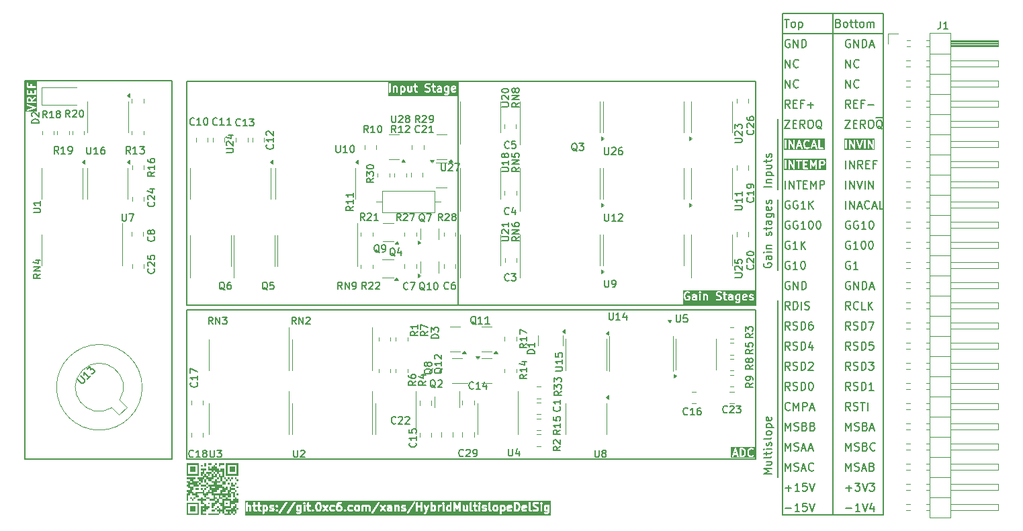
<source format=gbr>
%TF.GenerationSoftware,KiCad,Pcbnew,8.0.5-8.0.5-0~ubuntu24.04.1*%
%TF.CreationDate,2024-09-09T00:24:46+02:00*%
%TF.ProjectId,xMultislope-1v0,784d756c-7469-4736-9c6f-70652d317630,rev?*%
%TF.SameCoordinates,Original*%
%TF.FileFunction,Legend,Top*%
%TF.FilePolarity,Positive*%
%FSLAX46Y46*%
G04 Gerber Fmt 4.6, Leading zero omitted, Abs format (unit mm)*
G04 Created by KiCad (PCBNEW 8.0.5-8.0.5-0~ubuntu24.04.1) date 2024-09-09 00:24:46*
%MOMM*%
%LPD*%
G01*
G04 APERTURE LIST*
%ADD10C,0.150000*%
%ADD11C,0.200000*%
%ADD12C,0.250000*%
%ADD13C,0.120000*%
%ADD14C,0.000000*%
G04 APERTURE END LIST*
D10*
X98744614Y-61428961D02*
X117244614Y-61428961D01*
X117244614Y-109038961D01*
X98744614Y-109038961D01*
X98744614Y-61428961D01*
X153369614Y-61538961D02*
X153369614Y-89688961D01*
X193610000Y-111325000D02*
X193610000Y-89100000D01*
X194245000Y-55445000D02*
X206945000Y-55445000D01*
X206945000Y-116080000D01*
X194245000Y-116080000D01*
X194245000Y-55445000D01*
X193610000Y-85290000D02*
X193610000Y-76400000D01*
X119119614Y-61508961D02*
X190869614Y-61508961D01*
X190869614Y-89688961D01*
X119119614Y-89688961D01*
X119119614Y-61508961D01*
X200595000Y-52905000D02*
X200595000Y-116080000D01*
X194245000Y-52905000D02*
X206945000Y-52905000D01*
X206945000Y-116080000D01*
X194245000Y-116080000D01*
X194245000Y-52905000D01*
X193610000Y-75130000D02*
X193610000Y-66240000D01*
X119119614Y-90288961D02*
X190869614Y-90288961D01*
X190869614Y-109038961D01*
X119119614Y-109038961D01*
X119119614Y-90288961D01*
D11*
X192842219Y-110955326D02*
X191842219Y-110955326D01*
X191842219Y-110955326D02*
X192556504Y-110621993D01*
X192556504Y-110621993D02*
X191842219Y-110288660D01*
X191842219Y-110288660D02*
X192842219Y-110288660D01*
X192175552Y-109383898D02*
X192842219Y-109383898D01*
X192175552Y-109812469D02*
X192699361Y-109812469D01*
X192699361Y-109812469D02*
X192794600Y-109764850D01*
X192794600Y-109764850D02*
X192842219Y-109669612D01*
X192842219Y-109669612D02*
X192842219Y-109526755D01*
X192842219Y-109526755D02*
X192794600Y-109431517D01*
X192794600Y-109431517D02*
X192746980Y-109383898D01*
X192842219Y-108764850D02*
X192794600Y-108860088D01*
X192794600Y-108860088D02*
X192699361Y-108907707D01*
X192699361Y-108907707D02*
X191842219Y-108907707D01*
X192175552Y-108526754D02*
X192175552Y-108145802D01*
X191842219Y-108383897D02*
X192699361Y-108383897D01*
X192699361Y-108383897D02*
X192794600Y-108336278D01*
X192794600Y-108336278D02*
X192842219Y-108241040D01*
X192842219Y-108241040D02*
X192842219Y-108145802D01*
X192842219Y-107812468D02*
X192175552Y-107812468D01*
X191842219Y-107812468D02*
X191889838Y-107860087D01*
X191889838Y-107860087D02*
X191937457Y-107812468D01*
X191937457Y-107812468D02*
X191889838Y-107764849D01*
X191889838Y-107764849D02*
X191842219Y-107812468D01*
X191842219Y-107812468D02*
X191937457Y-107812468D01*
X192794600Y-107383897D02*
X192842219Y-107288659D01*
X192842219Y-107288659D02*
X192842219Y-107098183D01*
X192842219Y-107098183D02*
X192794600Y-107002945D01*
X192794600Y-107002945D02*
X192699361Y-106955326D01*
X192699361Y-106955326D02*
X192651742Y-106955326D01*
X192651742Y-106955326D02*
X192556504Y-107002945D01*
X192556504Y-107002945D02*
X192508885Y-107098183D01*
X192508885Y-107098183D02*
X192508885Y-107241040D01*
X192508885Y-107241040D02*
X192461266Y-107336278D01*
X192461266Y-107336278D02*
X192366028Y-107383897D01*
X192366028Y-107383897D02*
X192318409Y-107383897D01*
X192318409Y-107383897D02*
X192223171Y-107336278D01*
X192223171Y-107336278D02*
X192175552Y-107241040D01*
X192175552Y-107241040D02*
X192175552Y-107098183D01*
X192175552Y-107098183D02*
X192223171Y-107002945D01*
X192842219Y-106383897D02*
X192794600Y-106479135D01*
X192794600Y-106479135D02*
X192699361Y-106526754D01*
X192699361Y-106526754D02*
X191842219Y-106526754D01*
X192842219Y-105860087D02*
X192794600Y-105955325D01*
X192794600Y-105955325D02*
X192746980Y-106002944D01*
X192746980Y-106002944D02*
X192651742Y-106050563D01*
X192651742Y-106050563D02*
X192366028Y-106050563D01*
X192366028Y-106050563D02*
X192270790Y-106002944D01*
X192270790Y-106002944D02*
X192223171Y-105955325D01*
X192223171Y-105955325D02*
X192175552Y-105860087D01*
X192175552Y-105860087D02*
X192175552Y-105717230D01*
X192175552Y-105717230D02*
X192223171Y-105621992D01*
X192223171Y-105621992D02*
X192270790Y-105574373D01*
X192270790Y-105574373D02*
X192366028Y-105526754D01*
X192366028Y-105526754D02*
X192651742Y-105526754D01*
X192651742Y-105526754D02*
X192746980Y-105574373D01*
X192746980Y-105574373D02*
X192794600Y-105621992D01*
X192794600Y-105621992D02*
X192842219Y-105717230D01*
X192842219Y-105717230D02*
X192842219Y-105860087D01*
X192175552Y-105098182D02*
X193175552Y-105098182D01*
X192223171Y-105098182D02*
X192175552Y-105002944D01*
X192175552Y-105002944D02*
X192175552Y-104812468D01*
X192175552Y-104812468D02*
X192223171Y-104717230D01*
X192223171Y-104717230D02*
X192270790Y-104669611D01*
X192270790Y-104669611D02*
X192366028Y-104621992D01*
X192366028Y-104621992D02*
X192651742Y-104621992D01*
X192651742Y-104621992D02*
X192746980Y-104669611D01*
X192746980Y-104669611D02*
X192794600Y-104717230D01*
X192794600Y-104717230D02*
X192842219Y-104812468D01*
X192842219Y-104812468D02*
X192842219Y-105002944D01*
X192842219Y-105002944D02*
X192794600Y-105098182D01*
X192794600Y-103812468D02*
X192842219Y-103907706D01*
X192842219Y-103907706D02*
X192842219Y-104098182D01*
X192842219Y-104098182D02*
X192794600Y-104193420D01*
X192794600Y-104193420D02*
X192699361Y-104241039D01*
X192699361Y-104241039D02*
X192318409Y-104241039D01*
X192318409Y-104241039D02*
X192223171Y-104193420D01*
X192223171Y-104193420D02*
X192175552Y-104098182D01*
X192175552Y-104098182D02*
X192175552Y-103907706D01*
X192175552Y-103907706D02*
X192223171Y-103812468D01*
X192223171Y-103812468D02*
X192318409Y-103764849D01*
X192318409Y-103764849D02*
X192413647Y-103764849D01*
X192413647Y-103764849D02*
X192508885Y-104241039D01*
X195138482Y-86744838D02*
X195043244Y-86697219D01*
X195043244Y-86697219D02*
X194900387Y-86697219D01*
X194900387Y-86697219D02*
X194757530Y-86744838D01*
X194757530Y-86744838D02*
X194662292Y-86840076D01*
X194662292Y-86840076D02*
X194614673Y-86935314D01*
X194614673Y-86935314D02*
X194567054Y-87125790D01*
X194567054Y-87125790D02*
X194567054Y-87268647D01*
X194567054Y-87268647D02*
X194614673Y-87459123D01*
X194614673Y-87459123D02*
X194662292Y-87554361D01*
X194662292Y-87554361D02*
X194757530Y-87649600D01*
X194757530Y-87649600D02*
X194900387Y-87697219D01*
X194900387Y-87697219D02*
X194995625Y-87697219D01*
X194995625Y-87697219D02*
X195138482Y-87649600D01*
X195138482Y-87649600D02*
X195186101Y-87601980D01*
X195186101Y-87601980D02*
X195186101Y-87268647D01*
X195186101Y-87268647D02*
X194995625Y-87268647D01*
X195614673Y-87697219D02*
X195614673Y-86697219D01*
X195614673Y-86697219D02*
X196186101Y-87697219D01*
X196186101Y-87697219D02*
X196186101Y-86697219D01*
X196662292Y-87697219D02*
X196662292Y-86697219D01*
X196662292Y-86697219D02*
X196900387Y-86697219D01*
X196900387Y-86697219D02*
X197043244Y-86744838D01*
X197043244Y-86744838D02*
X197138482Y-86840076D01*
X197138482Y-86840076D02*
X197186101Y-86935314D01*
X197186101Y-86935314D02*
X197233720Y-87125790D01*
X197233720Y-87125790D02*
X197233720Y-87268647D01*
X197233720Y-87268647D02*
X197186101Y-87459123D01*
X197186101Y-87459123D02*
X197138482Y-87554361D01*
X197138482Y-87554361D02*
X197043244Y-87649600D01*
X197043244Y-87649600D02*
X196900387Y-87697219D01*
X196900387Y-87697219D02*
X196662292Y-87697219D01*
X202139435Y-66377219D02*
X202806101Y-66377219D01*
X202806101Y-66377219D02*
X202139435Y-67377219D01*
X202139435Y-67377219D02*
X202806101Y-67377219D01*
X203187054Y-66853409D02*
X203520387Y-66853409D01*
X203663244Y-67377219D02*
X203187054Y-67377219D01*
X203187054Y-67377219D02*
X203187054Y-66377219D01*
X203187054Y-66377219D02*
X203663244Y-66377219D01*
X204663244Y-67377219D02*
X204329911Y-66901028D01*
X204091816Y-67377219D02*
X204091816Y-66377219D01*
X204091816Y-66377219D02*
X204472768Y-66377219D01*
X204472768Y-66377219D02*
X204568006Y-66424838D01*
X204568006Y-66424838D02*
X204615625Y-66472457D01*
X204615625Y-66472457D02*
X204663244Y-66567695D01*
X204663244Y-66567695D02*
X204663244Y-66710552D01*
X204663244Y-66710552D02*
X204615625Y-66805790D01*
X204615625Y-66805790D02*
X204568006Y-66853409D01*
X204568006Y-66853409D02*
X204472768Y-66901028D01*
X204472768Y-66901028D02*
X204091816Y-66901028D01*
X205282292Y-66377219D02*
X205472768Y-66377219D01*
X205472768Y-66377219D02*
X205568006Y-66424838D01*
X205568006Y-66424838D02*
X205663244Y-66520076D01*
X205663244Y-66520076D02*
X205710863Y-66710552D01*
X205710863Y-66710552D02*
X205710863Y-67043885D01*
X205710863Y-67043885D02*
X205663244Y-67234361D01*
X205663244Y-67234361D02*
X205568006Y-67329600D01*
X205568006Y-67329600D02*
X205472768Y-67377219D01*
X205472768Y-67377219D02*
X205282292Y-67377219D01*
X205282292Y-67377219D02*
X205187054Y-67329600D01*
X205187054Y-67329600D02*
X205091816Y-67234361D01*
X205091816Y-67234361D02*
X205044197Y-67043885D01*
X205044197Y-67043885D02*
X205044197Y-66710552D01*
X205044197Y-66710552D02*
X205091816Y-66520076D01*
X205091816Y-66520076D02*
X205187054Y-66424838D01*
X205187054Y-66424838D02*
X205282292Y-66377219D01*
X206806101Y-67472457D02*
X206710863Y-67424838D01*
X206710863Y-67424838D02*
X206615625Y-67329600D01*
X206615625Y-67329600D02*
X206472768Y-67186742D01*
X206472768Y-67186742D02*
X206377530Y-67139123D01*
X206377530Y-67139123D02*
X206282292Y-67139123D01*
X206329911Y-67377219D02*
X206234673Y-67329600D01*
X206234673Y-67329600D02*
X206139435Y-67234361D01*
X206139435Y-67234361D02*
X206091816Y-67043885D01*
X206091816Y-67043885D02*
X206091816Y-66710552D01*
X206091816Y-66710552D02*
X206139435Y-66520076D01*
X206139435Y-66520076D02*
X206234673Y-66424838D01*
X206234673Y-66424838D02*
X206329911Y-66377219D01*
X206329911Y-66377219D02*
X206520387Y-66377219D01*
X206520387Y-66377219D02*
X206615625Y-66424838D01*
X206615625Y-66424838D02*
X206710863Y-66520076D01*
X206710863Y-66520076D02*
X206758482Y-66710552D01*
X206758482Y-66710552D02*
X206758482Y-67043885D01*
X206758482Y-67043885D02*
X206710863Y-67234361D01*
X206710863Y-67234361D02*
X206615625Y-67329600D01*
X206615625Y-67329600D02*
X206520387Y-67377219D01*
X206520387Y-67377219D02*
X206329911Y-67377219D01*
X206001340Y-66099600D02*
X206848959Y-66099600D01*
X202806101Y-64837219D02*
X202472768Y-64361028D01*
X202234673Y-64837219D02*
X202234673Y-63837219D01*
X202234673Y-63837219D02*
X202615625Y-63837219D01*
X202615625Y-63837219D02*
X202710863Y-63884838D01*
X202710863Y-63884838D02*
X202758482Y-63932457D01*
X202758482Y-63932457D02*
X202806101Y-64027695D01*
X202806101Y-64027695D02*
X202806101Y-64170552D01*
X202806101Y-64170552D02*
X202758482Y-64265790D01*
X202758482Y-64265790D02*
X202710863Y-64313409D01*
X202710863Y-64313409D02*
X202615625Y-64361028D01*
X202615625Y-64361028D02*
X202234673Y-64361028D01*
X203234673Y-64313409D02*
X203568006Y-64313409D01*
X203710863Y-64837219D02*
X203234673Y-64837219D01*
X203234673Y-64837219D02*
X203234673Y-63837219D01*
X203234673Y-63837219D02*
X203710863Y-63837219D01*
X204472768Y-64313409D02*
X204139435Y-64313409D01*
X204139435Y-64837219D02*
X204139435Y-63837219D01*
X204139435Y-63837219D02*
X204615625Y-63837219D01*
X204996578Y-64456266D02*
X205758483Y-64456266D01*
X202234673Y-112716266D02*
X202996578Y-112716266D01*
X202615625Y-113097219D02*
X202615625Y-112335314D01*
X203377530Y-112097219D02*
X203996577Y-112097219D01*
X203996577Y-112097219D02*
X203663244Y-112478171D01*
X203663244Y-112478171D02*
X203806101Y-112478171D01*
X203806101Y-112478171D02*
X203901339Y-112525790D01*
X203901339Y-112525790D02*
X203948958Y-112573409D01*
X203948958Y-112573409D02*
X203996577Y-112668647D01*
X203996577Y-112668647D02*
X203996577Y-112906742D01*
X203996577Y-112906742D02*
X203948958Y-113001980D01*
X203948958Y-113001980D02*
X203901339Y-113049600D01*
X203901339Y-113049600D02*
X203806101Y-113097219D01*
X203806101Y-113097219D02*
X203520387Y-113097219D01*
X203520387Y-113097219D02*
X203425149Y-113049600D01*
X203425149Y-113049600D02*
X203377530Y-113001980D01*
X204282292Y-112097219D02*
X204615625Y-113097219D01*
X204615625Y-113097219D02*
X204948958Y-112097219D01*
X205187054Y-112097219D02*
X205806101Y-112097219D01*
X205806101Y-112097219D02*
X205472768Y-112478171D01*
X205472768Y-112478171D02*
X205615625Y-112478171D01*
X205615625Y-112478171D02*
X205710863Y-112525790D01*
X205710863Y-112525790D02*
X205758482Y-112573409D01*
X205758482Y-112573409D02*
X205806101Y-112668647D01*
X205806101Y-112668647D02*
X205806101Y-112906742D01*
X205806101Y-112906742D02*
X205758482Y-113001980D01*
X205758482Y-113001980D02*
X205710863Y-113049600D01*
X205710863Y-113049600D02*
X205615625Y-113097219D01*
X205615625Y-113097219D02*
X205329911Y-113097219D01*
X205329911Y-113097219D02*
X205234673Y-113049600D01*
X205234673Y-113049600D02*
X205187054Y-113001980D01*
G36*
X199364960Y-71587024D02*
G01*
X199389629Y-71611692D01*
X199419434Y-71671302D01*
X199419434Y-71766945D01*
X199389629Y-71826554D01*
X199364960Y-71851222D01*
X199305351Y-71881028D01*
X199048006Y-71881028D01*
X199048006Y-71557219D01*
X199305351Y-71557219D01*
X199364960Y-71587024D01*
G37*
G36*
X199730545Y-72668330D02*
G01*
X194403562Y-72668330D01*
X194403562Y-71457219D01*
X194514673Y-71457219D01*
X194514673Y-72457219D01*
X194516594Y-72476728D01*
X194531526Y-72512776D01*
X194559116Y-72540366D01*
X194595164Y-72555298D01*
X194634182Y-72555298D01*
X194670230Y-72540366D01*
X194697820Y-72512776D01*
X194712752Y-72476728D01*
X194714673Y-72457219D01*
X194714673Y-71457219D01*
X194990863Y-71457219D01*
X194990863Y-72457219D01*
X194992784Y-72476728D01*
X195007716Y-72512776D01*
X195035306Y-72540366D01*
X195071354Y-72555298D01*
X195110372Y-72555298D01*
X195146420Y-72540366D01*
X195174010Y-72512776D01*
X195188942Y-72476728D01*
X195190863Y-72457219D01*
X195190863Y-71833775D01*
X195575467Y-72506833D01*
X195578385Y-72510943D01*
X195579144Y-72512776D01*
X195581010Y-72514642D01*
X195586814Y-72522818D01*
X195597330Y-72530962D01*
X195606734Y-72540366D01*
X195612621Y-72542804D01*
X195617663Y-72546709D01*
X195630495Y-72550208D01*
X195642782Y-72555298D01*
X195649158Y-72555298D01*
X195655307Y-72556975D01*
X195668500Y-72555298D01*
X195681800Y-72555298D01*
X195687688Y-72552858D01*
X195694013Y-72552055D01*
X195705562Y-72545454D01*
X195717848Y-72540366D01*
X195722355Y-72535858D01*
X195727890Y-72532696D01*
X195736034Y-72522179D01*
X195745438Y-72512776D01*
X195747876Y-72506888D01*
X195751781Y-72501847D01*
X195755280Y-72489014D01*
X195760370Y-72476728D01*
X195761352Y-72466750D01*
X195762047Y-72464204D01*
X195761796Y-72462236D01*
X195762291Y-72457219D01*
X195762291Y-71457219D01*
X195760370Y-71437710D01*
X195897546Y-71437710D01*
X195897546Y-71476728D01*
X195912478Y-71512776D01*
X195940068Y-71540366D01*
X195976116Y-71555298D01*
X195995625Y-71557219D01*
X196181339Y-71557219D01*
X196181339Y-72457219D01*
X196183260Y-72476728D01*
X196198192Y-72512776D01*
X196225782Y-72540366D01*
X196261830Y-72555298D01*
X196300848Y-72555298D01*
X196336896Y-72540366D01*
X196364486Y-72512776D01*
X196379418Y-72476728D01*
X196381339Y-72457219D01*
X196381339Y-71557219D01*
X196567053Y-71557219D01*
X196586562Y-71555298D01*
X196622610Y-71540366D01*
X196650200Y-71512776D01*
X196665132Y-71476728D01*
X196665132Y-71457219D01*
X196800387Y-71457219D01*
X196800387Y-72457219D01*
X196802308Y-72476728D01*
X196817240Y-72512776D01*
X196844830Y-72540366D01*
X196880878Y-72555298D01*
X196900387Y-72557219D01*
X197376577Y-72557219D01*
X197396086Y-72555298D01*
X197432134Y-72540366D01*
X197459724Y-72512776D01*
X197474656Y-72476728D01*
X197474656Y-72437710D01*
X197459724Y-72401662D01*
X197432134Y-72374072D01*
X197396086Y-72359140D01*
X197376577Y-72357219D01*
X197000387Y-72357219D01*
X197000387Y-72033409D01*
X197233720Y-72033409D01*
X197253229Y-72031488D01*
X197289277Y-72016556D01*
X197316867Y-71988966D01*
X197331799Y-71952918D01*
X197331799Y-71913900D01*
X197316867Y-71877852D01*
X197289277Y-71850262D01*
X197253229Y-71835330D01*
X197233720Y-71833409D01*
X197000387Y-71833409D01*
X197000387Y-71557219D01*
X197376577Y-71557219D01*
X197396086Y-71555298D01*
X197432134Y-71540366D01*
X197459724Y-71512776D01*
X197474656Y-71476728D01*
X197474656Y-71457219D01*
X197705149Y-71457219D01*
X197705149Y-72457219D01*
X197707070Y-72476728D01*
X197722002Y-72512776D01*
X197749592Y-72540366D01*
X197785640Y-72555298D01*
X197824658Y-72555298D01*
X197860706Y-72540366D01*
X197888296Y-72512776D01*
X197903228Y-72476728D01*
X197905149Y-72457219D01*
X197905149Y-71907975D01*
X198047864Y-72213793D01*
X198052096Y-72220938D01*
X198052976Y-72223356D01*
X198054541Y-72225065D01*
X198057855Y-72230659D01*
X198069065Y-72240925D01*
X198079327Y-72252131D01*
X198083352Y-72254009D01*
X198086630Y-72257011D01*
X198100912Y-72262204D01*
X198114685Y-72268632D01*
X198119124Y-72268827D01*
X198123299Y-72270345D01*
X198138482Y-72269677D01*
X198153665Y-72270345D01*
X198157838Y-72268827D01*
X198162280Y-72268632D01*
X198176064Y-72262199D01*
X198190334Y-72257010D01*
X198193607Y-72254012D01*
X198197637Y-72252132D01*
X198207906Y-72240917D01*
X198219109Y-72230659D01*
X198222420Y-72225068D01*
X198223989Y-72223356D01*
X198224869Y-72220934D01*
X198229100Y-72213793D01*
X198371815Y-71907974D01*
X198371815Y-72457219D01*
X198373736Y-72476728D01*
X198388668Y-72512776D01*
X198416258Y-72540366D01*
X198452306Y-72555298D01*
X198491324Y-72555298D01*
X198527372Y-72540366D01*
X198554962Y-72512776D01*
X198569894Y-72476728D01*
X198571815Y-72457219D01*
X198571815Y-71457219D01*
X198848006Y-71457219D01*
X198848006Y-72457219D01*
X198849927Y-72476728D01*
X198864859Y-72512776D01*
X198892449Y-72540366D01*
X198928497Y-72555298D01*
X198967515Y-72555298D01*
X199003563Y-72540366D01*
X199031153Y-72512776D01*
X199046085Y-72476728D01*
X199048006Y-72457219D01*
X199048006Y-72081028D01*
X199328958Y-72081028D01*
X199348467Y-72079107D01*
X199351787Y-72077731D01*
X199355371Y-72077477D01*
X199373679Y-72070471D01*
X199468917Y-72022852D01*
X199477313Y-72017566D01*
X199479753Y-72016556D01*
X199482499Y-72014302D01*
X199485507Y-72012409D01*
X199487236Y-72010414D01*
X199494907Y-72004120D01*
X199542525Y-71956501D01*
X199548817Y-71948834D01*
X199550815Y-71947102D01*
X199552708Y-71944093D01*
X199554962Y-71941348D01*
X199555972Y-71938907D01*
X199561258Y-71930511D01*
X199608877Y-71835274D01*
X199615883Y-71816965D01*
X199616137Y-71813381D01*
X199617513Y-71810061D01*
X199619434Y-71790552D01*
X199619434Y-71647695D01*
X199617513Y-71628186D01*
X199616137Y-71624865D01*
X199615883Y-71621282D01*
X199608877Y-71602973D01*
X199561258Y-71507736D01*
X199555972Y-71499339D01*
X199554962Y-71496899D01*
X199552708Y-71494153D01*
X199550815Y-71491145D01*
X199548817Y-71489412D01*
X199542525Y-71481746D01*
X199494907Y-71434127D01*
X199487236Y-71427832D01*
X199485507Y-71425838D01*
X199482499Y-71423944D01*
X199479753Y-71421691D01*
X199477313Y-71420680D01*
X199468917Y-71415395D01*
X199373679Y-71367776D01*
X199355371Y-71360770D01*
X199351787Y-71360515D01*
X199348467Y-71359140D01*
X199328958Y-71357219D01*
X198948006Y-71357219D01*
X198928497Y-71359140D01*
X198892449Y-71374072D01*
X198864859Y-71401662D01*
X198849927Y-71437710D01*
X198848006Y-71457219D01*
X198571815Y-71457219D01*
X198570552Y-71444395D01*
X198570656Y-71442036D01*
X198570195Y-71440768D01*
X198569894Y-71437710D01*
X198563253Y-71421679D01*
X198557322Y-71405367D01*
X198555815Y-71403721D01*
X198554962Y-71401662D01*
X198542700Y-71389400D01*
X198530970Y-71376591D01*
X198528946Y-71375646D01*
X198527372Y-71374072D01*
X198511356Y-71367437D01*
X198495613Y-71360091D01*
X198493383Y-71359993D01*
X198491324Y-71359140D01*
X198473972Y-71359140D01*
X198456632Y-71358378D01*
X198454536Y-71359140D01*
X198452306Y-71359140D01*
X198436275Y-71365780D01*
X198419963Y-71371712D01*
X198418317Y-71373218D01*
X198416258Y-71374072D01*
X198403990Y-71386339D01*
X198391188Y-71398064D01*
X198389621Y-71400708D01*
X198388668Y-71401662D01*
X198387764Y-71403843D01*
X198381197Y-71414930D01*
X198138481Y-71935033D01*
X197895767Y-71414930D01*
X197889199Y-71403843D01*
X197888296Y-71401662D01*
X197887342Y-71400708D01*
X197885776Y-71398064D01*
X197872979Y-71386345D01*
X197860706Y-71374072D01*
X197858644Y-71373218D01*
X197857001Y-71371713D01*
X197840699Y-71365784D01*
X197824658Y-71359140D01*
X197822427Y-71359140D01*
X197820332Y-71358378D01*
X197802992Y-71359140D01*
X197785640Y-71359140D01*
X197783580Y-71359993D01*
X197781352Y-71360091D01*
X197765621Y-71367432D01*
X197749592Y-71374072D01*
X197748015Y-71375648D01*
X197745994Y-71376592D01*
X197734275Y-71389388D01*
X197722002Y-71401662D01*
X197721148Y-71403723D01*
X197719643Y-71405367D01*
X197713714Y-71421668D01*
X197707070Y-71437710D01*
X197706768Y-71440768D01*
X197706308Y-71442036D01*
X197706411Y-71444395D01*
X197705149Y-71457219D01*
X197474656Y-71457219D01*
X197474656Y-71437710D01*
X197459724Y-71401662D01*
X197432134Y-71374072D01*
X197396086Y-71359140D01*
X197376577Y-71357219D01*
X196900387Y-71357219D01*
X196880878Y-71359140D01*
X196844830Y-71374072D01*
X196817240Y-71401662D01*
X196802308Y-71437710D01*
X196800387Y-71457219D01*
X196665132Y-71457219D01*
X196665132Y-71437710D01*
X196650200Y-71401662D01*
X196622610Y-71374072D01*
X196586562Y-71359140D01*
X196567053Y-71357219D01*
X195995625Y-71357219D01*
X195976116Y-71359140D01*
X195940068Y-71374072D01*
X195912478Y-71401662D01*
X195897546Y-71437710D01*
X195760370Y-71437710D01*
X195745438Y-71401662D01*
X195717848Y-71374072D01*
X195681800Y-71359140D01*
X195642782Y-71359140D01*
X195606734Y-71374072D01*
X195579144Y-71401662D01*
X195564212Y-71437710D01*
X195562291Y-71457219D01*
X195562291Y-72080662D01*
X195177687Y-71407605D01*
X195174768Y-71403494D01*
X195174010Y-71401662D01*
X195172143Y-71399795D01*
X195166340Y-71391620D01*
X195155825Y-71383477D01*
X195146420Y-71374072D01*
X195140529Y-71371632D01*
X195135491Y-71367730D01*
X195122662Y-71364231D01*
X195110372Y-71359140D01*
X195103997Y-71359140D01*
X195097848Y-71357463D01*
X195084655Y-71359140D01*
X195071354Y-71359140D01*
X195065465Y-71361579D01*
X195059141Y-71362383D01*
X195047591Y-71368983D01*
X195035306Y-71374072D01*
X195030798Y-71378579D01*
X195025264Y-71381742D01*
X195017121Y-71392256D01*
X195007716Y-71401662D01*
X195005276Y-71407552D01*
X195001374Y-71412591D01*
X194997875Y-71425419D01*
X194992784Y-71437710D01*
X194991801Y-71447687D01*
X194991107Y-71450234D01*
X194991357Y-71452201D01*
X194990863Y-71457219D01*
X194714673Y-71457219D01*
X194712752Y-71437710D01*
X194697820Y-71401662D01*
X194670230Y-71374072D01*
X194634182Y-71359140D01*
X194595164Y-71359140D01*
X194559116Y-71374072D01*
X194531526Y-71401662D01*
X194516594Y-71437710D01*
X194514673Y-71457219D01*
X194403562Y-71457219D01*
X194403562Y-71246108D01*
X199730545Y-71246108D01*
X199730545Y-72668330D01*
G37*
X195186101Y-64837219D02*
X194852768Y-64361028D01*
X194614673Y-64837219D02*
X194614673Y-63837219D01*
X194614673Y-63837219D02*
X194995625Y-63837219D01*
X194995625Y-63837219D02*
X195090863Y-63884838D01*
X195090863Y-63884838D02*
X195138482Y-63932457D01*
X195138482Y-63932457D02*
X195186101Y-64027695D01*
X195186101Y-64027695D02*
X195186101Y-64170552D01*
X195186101Y-64170552D02*
X195138482Y-64265790D01*
X195138482Y-64265790D02*
X195090863Y-64313409D01*
X195090863Y-64313409D02*
X194995625Y-64361028D01*
X194995625Y-64361028D02*
X194614673Y-64361028D01*
X195614673Y-64313409D02*
X195948006Y-64313409D01*
X196090863Y-64837219D02*
X195614673Y-64837219D01*
X195614673Y-64837219D02*
X195614673Y-63837219D01*
X195614673Y-63837219D02*
X196090863Y-63837219D01*
X196852768Y-64313409D02*
X196519435Y-64313409D01*
X196519435Y-64837219D02*
X196519435Y-63837219D01*
X196519435Y-63837219D02*
X196995625Y-63837219D01*
X197376578Y-64456266D02*
X198138483Y-64456266D01*
X197757530Y-64837219D02*
X197757530Y-64075314D01*
G36*
X188727849Y-88458935D02*
G01*
X188727849Y-88906757D01*
X188709004Y-88916180D01*
X188565742Y-88916180D01*
X188506132Y-88886375D01*
X188481465Y-88861707D01*
X188451659Y-88802095D01*
X188451659Y-88563596D01*
X188481464Y-88503986D01*
X188506132Y-88479317D01*
X188565742Y-88449513D01*
X188709004Y-88449513D01*
X188727849Y-88458935D01*
G37*
G36*
X183251658Y-88906757D02*
G01*
X183232813Y-88916180D01*
X183041932Y-88916180D01*
X182997622Y-88894025D01*
X182975468Y-88849715D01*
X182975468Y-88801691D01*
X182997623Y-88757381D01*
X183041932Y-88735227D01*
X183251658Y-88735227D01*
X183251658Y-88906757D01*
G37*
G36*
X187823087Y-88906757D02*
G01*
X187804242Y-88916180D01*
X187613361Y-88916180D01*
X187569051Y-88894025D01*
X187546897Y-88849715D01*
X187546897Y-88801691D01*
X187569052Y-88757381D01*
X187613361Y-88735227D01*
X187823087Y-88735227D01*
X187823087Y-88906757D01*
G37*
G36*
X189610456Y-88471668D02*
G01*
X189627906Y-88506568D01*
X189356421Y-88560865D01*
X189356421Y-88515977D01*
X189378576Y-88471667D01*
X189422885Y-88449513D01*
X189566147Y-88449513D01*
X189610456Y-88471668D01*
G37*
G36*
X190753246Y-89560624D02*
G01*
X181664357Y-89560624D01*
X181664357Y-88444751D01*
X181775468Y-88444751D01*
X181775468Y-88587608D01*
X181775803Y-88591010D01*
X181775586Y-88592469D01*
X181776665Y-88599766D01*
X181777389Y-88607117D01*
X181777953Y-88608480D01*
X181778454Y-88611862D01*
X181826073Y-88802337D01*
X181826586Y-88803774D01*
X181826638Y-88804497D01*
X181829746Y-88812621D01*
X181832668Y-88820798D01*
X181833098Y-88821378D01*
X181833644Y-88822805D01*
X181881263Y-88918043D01*
X181886545Y-88926435D01*
X181887558Y-88928879D01*
X181889814Y-88931628D01*
X181891706Y-88934633D01*
X181893700Y-88936362D01*
X181899995Y-88944032D01*
X181995233Y-89039272D01*
X182010386Y-89051708D01*
X182013705Y-89053083D01*
X182016421Y-89055438D01*
X182034321Y-89063429D01*
X182177178Y-89111048D01*
X182186850Y-89113247D01*
X182189292Y-89114259D01*
X182192829Y-89114607D01*
X182196293Y-89115395D01*
X182198927Y-89115207D01*
X182208801Y-89116180D01*
X182304039Y-89116180D01*
X182313912Y-89115207D01*
X182316546Y-89115395D01*
X182320009Y-89114607D01*
X182323548Y-89114259D01*
X182325990Y-89113247D01*
X182335662Y-89111048D01*
X182478518Y-89063429D01*
X182496419Y-89055438D01*
X182499134Y-89053083D01*
X182502454Y-89051708D01*
X182517607Y-89039271D01*
X182565226Y-88991651D01*
X182577663Y-88976498D01*
X182591890Y-88942149D01*
X182592594Y-88940450D01*
X182594515Y-88920941D01*
X182594515Y-88778084D01*
X182775468Y-88778084D01*
X182775468Y-88873322D01*
X182777389Y-88892831D01*
X182778764Y-88896151D01*
X182779019Y-88899734D01*
X182786025Y-88918043D01*
X182833644Y-89013282D01*
X182835697Y-89016545D01*
X182836211Y-89018084D01*
X182837873Y-89020000D01*
X182844087Y-89029872D01*
X182853558Y-89038086D01*
X182861775Y-89047561D01*
X182871645Y-89053773D01*
X182873563Y-89055437D01*
X182875103Y-89055950D01*
X182878366Y-89058004D01*
X182973603Y-89105623D01*
X182991912Y-89112629D01*
X182995495Y-89112883D01*
X182998816Y-89114259D01*
X183018325Y-89116180D01*
X183256420Y-89116180D01*
X183275929Y-89114259D01*
X183279249Y-89112883D01*
X183282833Y-89112629D01*
X183301141Y-89105623D01*
X183305744Y-89103321D01*
X183332149Y-89114259D01*
X183371167Y-89114259D01*
X183407215Y-89099327D01*
X183434805Y-89071737D01*
X183449737Y-89035689D01*
X183451658Y-89016180D01*
X183451658Y-88492370D01*
X183449737Y-88472861D01*
X183448361Y-88469540D01*
X183448107Y-88465957D01*
X183441101Y-88447648D01*
X183393482Y-88352411D01*
X183391657Y-88349513D01*
X183727849Y-88349513D01*
X183727849Y-89016180D01*
X183729770Y-89035689D01*
X183744702Y-89071737D01*
X183772292Y-89099327D01*
X183808340Y-89114259D01*
X183847358Y-89114259D01*
X183883406Y-89099327D01*
X183910996Y-89071737D01*
X183925928Y-89035689D01*
X183927849Y-89016180D01*
X183927849Y-88349513D01*
X184204039Y-88349513D01*
X184204039Y-89016180D01*
X184205960Y-89035689D01*
X184220892Y-89071737D01*
X184248482Y-89099327D01*
X184284530Y-89114259D01*
X184323548Y-89114259D01*
X184359596Y-89099327D01*
X184387186Y-89071737D01*
X184402118Y-89035689D01*
X184404039Y-89016180D01*
X184404039Y-88486172D01*
X184410893Y-88479317D01*
X184470503Y-88449513D01*
X184566146Y-88449513D01*
X184610455Y-88471668D01*
X184632610Y-88515977D01*
X184632610Y-89016180D01*
X184634531Y-89035689D01*
X184649463Y-89071737D01*
X184677053Y-89099327D01*
X184713101Y-89114259D01*
X184752119Y-89114259D01*
X184788167Y-89099327D01*
X184815757Y-89071737D01*
X184830689Y-89035689D01*
X184832610Y-89016180D01*
X184832610Y-88492370D01*
X184830689Y-88472861D01*
X184829313Y-88469540D01*
X184829059Y-88465957D01*
X184822053Y-88447648D01*
X184774434Y-88352411D01*
X184772379Y-88349147D01*
X184771867Y-88347609D01*
X184770205Y-88345693D01*
X184763991Y-88335820D01*
X184754515Y-88327602D01*
X184746302Y-88318132D01*
X184736430Y-88311918D01*
X184734514Y-88310256D01*
X184732975Y-88309742D01*
X184729712Y-88307689D01*
X184634474Y-88260070D01*
X184616166Y-88253064D01*
X184612582Y-88252809D01*
X184609262Y-88251434D01*
X184589753Y-88249513D01*
X184446896Y-88249513D01*
X184427387Y-88251434D01*
X184424066Y-88252809D01*
X184420483Y-88253064D01*
X184402174Y-88260070D01*
X184369591Y-88276361D01*
X184359596Y-88266366D01*
X184323548Y-88251434D01*
X184284530Y-88251434D01*
X184248482Y-88266366D01*
X184220892Y-88293956D01*
X184205960Y-88330004D01*
X184204039Y-88349513D01*
X183927849Y-88349513D01*
X183925928Y-88330004D01*
X183910996Y-88293956D01*
X183883406Y-88266366D01*
X183847358Y-88251434D01*
X183808340Y-88251434D01*
X183772292Y-88266366D01*
X183744702Y-88293956D01*
X183729770Y-88330004D01*
X183727849Y-88349513D01*
X183391657Y-88349513D01*
X183391427Y-88349147D01*
X183390915Y-88347609D01*
X183389253Y-88345693D01*
X183383039Y-88335820D01*
X183373563Y-88327602D01*
X183365350Y-88318132D01*
X183355478Y-88311918D01*
X183353562Y-88310256D01*
X183352023Y-88309742D01*
X183348760Y-88307689D01*
X183253522Y-88260070D01*
X183235214Y-88253064D01*
X183231630Y-88252809D01*
X183228310Y-88251434D01*
X183208801Y-88249513D01*
X183018325Y-88249513D01*
X182998816Y-88251434D01*
X182995495Y-88252809D01*
X182991912Y-88253064D01*
X182973603Y-88260070D01*
X182878366Y-88307689D01*
X182861775Y-88318132D01*
X182836211Y-88347609D01*
X182823872Y-88384625D01*
X182826638Y-88423545D01*
X182844087Y-88458444D01*
X182873564Y-88484008D01*
X182910580Y-88496347D01*
X182949500Y-88493581D01*
X182967808Y-88486575D01*
X183041932Y-88449513D01*
X183185194Y-88449513D01*
X183229503Y-88471668D01*
X183251658Y-88515977D01*
X183251658Y-88525804D01*
X183232813Y-88535227D01*
X183018325Y-88535227D01*
X182998816Y-88537148D01*
X182995495Y-88538523D01*
X182991912Y-88538778D01*
X182973603Y-88545784D01*
X182878366Y-88593403D01*
X182875102Y-88595457D01*
X182873564Y-88595970D01*
X182871648Y-88597631D01*
X182861775Y-88603846D01*
X182853557Y-88613321D01*
X182844087Y-88621535D01*
X182837873Y-88631406D01*
X182836211Y-88633323D01*
X182835697Y-88634861D01*
X182833644Y-88638125D01*
X182786025Y-88733363D01*
X182779019Y-88751671D01*
X182778764Y-88755254D01*
X182777389Y-88758575D01*
X182775468Y-88778084D01*
X182594515Y-88778084D01*
X182594515Y-88587608D01*
X182592594Y-88568099D01*
X182577662Y-88532051D01*
X182550072Y-88504461D01*
X182514024Y-88489529D01*
X182494515Y-88487608D01*
X182304039Y-88487608D01*
X182284530Y-88489529D01*
X182248482Y-88504461D01*
X182220892Y-88532051D01*
X182205960Y-88568099D01*
X182205960Y-88607117D01*
X182220892Y-88643165D01*
X182248482Y-88670755D01*
X182284530Y-88685687D01*
X182304039Y-88687608D01*
X182394515Y-88687608D01*
X182394515Y-88879520D01*
X182392876Y-88881158D01*
X182287812Y-88916180D01*
X182225027Y-88916180D01*
X182119962Y-88881158D01*
X182052892Y-88814088D01*
X182017438Y-88743179D01*
X181975468Y-88575298D01*
X181975468Y-88457061D01*
X182017438Y-88289179D01*
X182052891Y-88218273D01*
X182119963Y-88151201D01*
X182225027Y-88116180D01*
X182328051Y-88116180D01*
X182402174Y-88153242D01*
X182420483Y-88160248D01*
X182459403Y-88163014D01*
X182496419Y-88150675D01*
X182525896Y-88125110D01*
X182543345Y-88090212D01*
X182546110Y-88051292D01*
X182543776Y-88044290D01*
X183682151Y-88044290D01*
X183682151Y-88083308D01*
X183697083Y-88119356D01*
X183709519Y-88134510D01*
X183757138Y-88182128D01*
X183772291Y-88194565D01*
X183782849Y-88198938D01*
X183808340Y-88209497D01*
X183847358Y-88209497D01*
X183854217Y-88206656D01*
X185823087Y-88206656D01*
X185823087Y-88301894D01*
X185825008Y-88321403D01*
X185826383Y-88324723D01*
X185826638Y-88328307D01*
X185833644Y-88346615D01*
X185881263Y-88441853D01*
X185886548Y-88450249D01*
X185887559Y-88452689D01*
X185889812Y-88455435D01*
X185891706Y-88458443D01*
X185893700Y-88460172D01*
X185899995Y-88467843D01*
X185947614Y-88515461D01*
X185955280Y-88521753D01*
X185957013Y-88523751D01*
X185960021Y-88525644D01*
X185962767Y-88527898D01*
X185965207Y-88528908D01*
X185973604Y-88534194D01*
X186068841Y-88581813D01*
X186070269Y-88582359D01*
X186070849Y-88582789D01*
X186079025Y-88585710D01*
X186087150Y-88588819D01*
X186087870Y-88588870D01*
X186089309Y-88589384D01*
X186269134Y-88634340D01*
X186340041Y-88669794D01*
X186364710Y-88694462D01*
X186394515Y-88754072D01*
X186394515Y-88802096D01*
X186364710Y-88861704D01*
X186340041Y-88886374D01*
X186280432Y-88916180D01*
X186082170Y-88916180D01*
X185954710Y-88873693D01*
X185935594Y-88869346D01*
X185896674Y-88872112D01*
X185861775Y-88889562D01*
X185836210Y-88919038D01*
X185823872Y-88956054D01*
X185826638Y-88994974D01*
X185844088Y-89029873D01*
X185873564Y-89055438D01*
X185891464Y-89063429D01*
X186034321Y-89111048D01*
X186043993Y-89113247D01*
X186046435Y-89114259D01*
X186049972Y-89114607D01*
X186053436Y-89115395D01*
X186056070Y-89115207D01*
X186065944Y-89116180D01*
X186304039Y-89116180D01*
X186323548Y-89114259D01*
X186326868Y-89112883D01*
X186330452Y-89112629D01*
X186348760Y-89105623D01*
X186443998Y-89058004D01*
X186452393Y-89052719D01*
X186454835Y-89051708D01*
X186457582Y-89049452D01*
X186460588Y-89047561D01*
X186462318Y-89045566D01*
X186469988Y-89039271D01*
X186517607Y-88991651D01*
X186523899Y-88983984D01*
X186525896Y-88982253D01*
X186527789Y-88979245D01*
X186530044Y-88976498D01*
X186531055Y-88974056D01*
X186536339Y-88965662D01*
X186583958Y-88870425D01*
X186590964Y-88852116D01*
X186591218Y-88848532D01*
X186592594Y-88845212D01*
X186594515Y-88825703D01*
X186594515Y-88730465D01*
X186592594Y-88710956D01*
X186591218Y-88707635D01*
X186590964Y-88704052D01*
X186583958Y-88685743D01*
X186536339Y-88590506D01*
X186531053Y-88582109D01*
X186530043Y-88579669D01*
X186527789Y-88576923D01*
X186525896Y-88573915D01*
X186523898Y-88572182D01*
X186517606Y-88564516D01*
X186469988Y-88516897D01*
X186462317Y-88510602D01*
X186460588Y-88508608D01*
X186457580Y-88506714D01*
X186454834Y-88504461D01*
X186452394Y-88503450D01*
X186443998Y-88498165D01*
X186348760Y-88450546D01*
X186347333Y-88450000D01*
X186346753Y-88449570D01*
X186338576Y-88446648D01*
X186330452Y-88443540D01*
X186329729Y-88443488D01*
X186328292Y-88442975D01*
X186148467Y-88398018D01*
X186077560Y-88362565D01*
X186052892Y-88337896D01*
X186048946Y-88330004D01*
X186682151Y-88330004D01*
X186682151Y-88369022D01*
X186697083Y-88405070D01*
X186724673Y-88432660D01*
X186760721Y-88447592D01*
X186780230Y-88449513D01*
X186823087Y-88449513D01*
X186823087Y-88873322D01*
X186825008Y-88892831D01*
X186826383Y-88896151D01*
X186826638Y-88899734D01*
X186833644Y-88918043D01*
X186881263Y-89013282D01*
X186883316Y-89016545D01*
X186883830Y-89018084D01*
X186885492Y-89020000D01*
X186891706Y-89029872D01*
X186901177Y-89038086D01*
X186909394Y-89047561D01*
X186919264Y-89053773D01*
X186921182Y-89055437D01*
X186922722Y-89055950D01*
X186925985Y-89058004D01*
X187021222Y-89105623D01*
X187039531Y-89112629D01*
X187043114Y-89112883D01*
X187046435Y-89114259D01*
X187065944Y-89116180D01*
X187161182Y-89116180D01*
X187180691Y-89114259D01*
X187216739Y-89099327D01*
X187244329Y-89071737D01*
X187259261Y-89035689D01*
X187259261Y-88996671D01*
X187244329Y-88960623D01*
X187216739Y-88933033D01*
X187180691Y-88918101D01*
X187161182Y-88916180D01*
X187089551Y-88916180D01*
X187045241Y-88894025D01*
X187023087Y-88849715D01*
X187023087Y-88778084D01*
X187346897Y-88778084D01*
X187346897Y-88873322D01*
X187348818Y-88892831D01*
X187350193Y-88896151D01*
X187350448Y-88899734D01*
X187357454Y-88918043D01*
X187405073Y-89013282D01*
X187407126Y-89016545D01*
X187407640Y-89018084D01*
X187409302Y-89020000D01*
X187415516Y-89029872D01*
X187424987Y-89038086D01*
X187433204Y-89047561D01*
X187443074Y-89053773D01*
X187444992Y-89055437D01*
X187446532Y-89055950D01*
X187449795Y-89058004D01*
X187545032Y-89105623D01*
X187563341Y-89112629D01*
X187566924Y-89112883D01*
X187570245Y-89114259D01*
X187589754Y-89116180D01*
X187827849Y-89116180D01*
X187847358Y-89114259D01*
X187850678Y-89112883D01*
X187854262Y-89112629D01*
X187872570Y-89105623D01*
X187877173Y-89103321D01*
X187903578Y-89114259D01*
X187942596Y-89114259D01*
X187978644Y-89099327D01*
X188006234Y-89071737D01*
X188021166Y-89035689D01*
X188023087Y-89016180D01*
X188023087Y-88539989D01*
X188251659Y-88539989D01*
X188251659Y-88825703D01*
X188253580Y-88845212D01*
X188254955Y-88848532D01*
X188255210Y-88852116D01*
X188262216Y-88870424D01*
X188309835Y-88965662D01*
X188315118Y-88974054D01*
X188316130Y-88976498D01*
X188318386Y-88979247D01*
X188320278Y-88982252D01*
X188322272Y-88983981D01*
X188328567Y-88991651D01*
X188376185Y-89039271D01*
X188383853Y-89045564D01*
X188385585Y-89047561D01*
X188388593Y-89049454D01*
X188391339Y-89051708D01*
X188393779Y-89052718D01*
X188402176Y-89058004D01*
X188497413Y-89105623D01*
X188515722Y-89112629D01*
X188519305Y-89112883D01*
X188522626Y-89114259D01*
X188542135Y-89116180D01*
X188727849Y-89116180D01*
X188727849Y-89135430D01*
X188698044Y-89195039D01*
X188673375Y-89219707D01*
X188613766Y-89249513D01*
X188518123Y-89249513D01*
X188443999Y-89212451D01*
X188425691Y-89205445D01*
X188386771Y-89202679D01*
X188349755Y-89215018D01*
X188320278Y-89240582D01*
X188302829Y-89275481D01*
X188300063Y-89314401D01*
X188312402Y-89351417D01*
X188337966Y-89380894D01*
X188354557Y-89391337D01*
X188449794Y-89438956D01*
X188468103Y-89445962D01*
X188471686Y-89446216D01*
X188475007Y-89447592D01*
X188494516Y-89449513D01*
X188637373Y-89449513D01*
X188656882Y-89447592D01*
X188660202Y-89446216D01*
X188663786Y-89445962D01*
X188682094Y-89438956D01*
X188777332Y-89391337D01*
X188785728Y-89386051D01*
X188788168Y-89385041D01*
X188790914Y-89382787D01*
X188793922Y-89380894D01*
X188795651Y-89378899D01*
X188803322Y-89372605D01*
X188850940Y-89324986D01*
X188857232Y-89317319D01*
X188859230Y-89315587D01*
X188861123Y-89312578D01*
X188863377Y-89309833D01*
X188864387Y-89307392D01*
X188869673Y-89298996D01*
X188917292Y-89203759D01*
X188924298Y-89185450D01*
X188924552Y-89181866D01*
X188925928Y-89178546D01*
X188927849Y-89159037D01*
X188927849Y-88492370D01*
X189156421Y-88492370D01*
X189156421Y-88873322D01*
X189158342Y-88892831D01*
X189159717Y-88896151D01*
X189159972Y-88899734D01*
X189166978Y-88918043D01*
X189214597Y-89013282D01*
X189216650Y-89016545D01*
X189217164Y-89018084D01*
X189218826Y-89020000D01*
X189225040Y-89029872D01*
X189234511Y-89038086D01*
X189242728Y-89047561D01*
X189252598Y-89053773D01*
X189254516Y-89055437D01*
X189256056Y-89055950D01*
X189259319Y-89058004D01*
X189354556Y-89105623D01*
X189372865Y-89112629D01*
X189376448Y-89112883D01*
X189379769Y-89114259D01*
X189399278Y-89116180D01*
X189589754Y-89116180D01*
X189609263Y-89114259D01*
X189612583Y-89112883D01*
X189616167Y-89112629D01*
X189634475Y-89105623D01*
X189729713Y-89058004D01*
X189746303Y-89047561D01*
X189771868Y-89018084D01*
X189784206Y-88981068D01*
X189781441Y-88942148D01*
X189763992Y-88907250D01*
X189734515Y-88881685D01*
X189697499Y-88869346D01*
X189658579Y-88872112D01*
X189640270Y-88879118D01*
X189566147Y-88916180D01*
X189422885Y-88916180D01*
X189378575Y-88894025D01*
X189356421Y-88849715D01*
X189356421Y-88764826D01*
X189752117Y-88685687D01*
X189752120Y-88685687D01*
X189752122Y-88685685D01*
X189752222Y-88685666D01*
X189770976Y-88679956D01*
X189779116Y-88674504D01*
X189788168Y-88670755D01*
X189795169Y-88663753D01*
X189803395Y-88658245D01*
X189808829Y-88650093D01*
X189815758Y-88643165D01*
X189819548Y-88634016D01*
X189825039Y-88625780D01*
X189826940Y-88616169D01*
X189830690Y-88607117D01*
X189832611Y-88587608D01*
X189832611Y-88492370D01*
X190013564Y-88492370D01*
X190013564Y-88539989D01*
X190015485Y-88559498D01*
X190016860Y-88562818D01*
X190017115Y-88566402D01*
X190024121Y-88584710D01*
X190071740Y-88679948D01*
X190073793Y-88683211D01*
X190074307Y-88684750D01*
X190075969Y-88686666D01*
X190082183Y-88696538D01*
X190091653Y-88704751D01*
X190099871Y-88714227D01*
X190109744Y-88720441D01*
X190111660Y-88722103D01*
X190113198Y-88722615D01*
X190116462Y-88724670D01*
X190211699Y-88772289D01*
X190230008Y-88779295D01*
X190233591Y-88779549D01*
X190236912Y-88780925D01*
X190256421Y-88782846D01*
X190375671Y-88782846D01*
X190419980Y-88805001D01*
X190442135Y-88849310D01*
X190442135Y-88849715D01*
X190419980Y-88894024D01*
X190375671Y-88916180D01*
X190232409Y-88916180D01*
X190158285Y-88879118D01*
X190139977Y-88872112D01*
X190101057Y-88869346D01*
X190064041Y-88881685D01*
X190034564Y-88907249D01*
X190017115Y-88942148D01*
X190014349Y-88981068D01*
X190026688Y-89018084D01*
X190052252Y-89047561D01*
X190068843Y-89058004D01*
X190164080Y-89105623D01*
X190182389Y-89112629D01*
X190185972Y-89112883D01*
X190189293Y-89114259D01*
X190208802Y-89116180D01*
X190399278Y-89116180D01*
X190418787Y-89114259D01*
X190422107Y-89112883D01*
X190425691Y-89112629D01*
X190443999Y-89105623D01*
X190539237Y-89058004D01*
X190542499Y-89055950D01*
X190544039Y-89055437D01*
X190545955Y-89053774D01*
X190555827Y-89047561D01*
X190564042Y-89038087D01*
X190573516Y-89029872D01*
X190579729Y-89020000D01*
X190581392Y-89018084D01*
X190581904Y-89016545D01*
X190583959Y-89013282D01*
X190631578Y-88918043D01*
X190638584Y-88899735D01*
X190638838Y-88896151D01*
X190640214Y-88892831D01*
X190642135Y-88873322D01*
X190642135Y-88825703D01*
X190640214Y-88806194D01*
X190638838Y-88802873D01*
X190638584Y-88799290D01*
X190631578Y-88780981D01*
X190583959Y-88685744D01*
X190581904Y-88682480D01*
X190581392Y-88680942D01*
X190579730Y-88679026D01*
X190573516Y-88669153D01*
X190564040Y-88660935D01*
X190555827Y-88651465D01*
X190545955Y-88645251D01*
X190544039Y-88643589D01*
X190542500Y-88643075D01*
X190539237Y-88641022D01*
X190443999Y-88593403D01*
X190425691Y-88586397D01*
X190422107Y-88586142D01*
X190418787Y-88584767D01*
X190399278Y-88582846D01*
X190280028Y-88582846D01*
X190235719Y-88560691D01*
X190213564Y-88516381D01*
X190213564Y-88515977D01*
X190235719Y-88471667D01*
X190280028Y-88449513D01*
X190375671Y-88449513D01*
X190449794Y-88486575D01*
X190468103Y-88493581D01*
X190507023Y-88496347D01*
X190544039Y-88484008D01*
X190573516Y-88458443D01*
X190590965Y-88423545D01*
X190593730Y-88384625D01*
X190581392Y-88347609D01*
X190555827Y-88318132D01*
X190539237Y-88307689D01*
X190443999Y-88260070D01*
X190425691Y-88253064D01*
X190422107Y-88252809D01*
X190418787Y-88251434D01*
X190399278Y-88249513D01*
X190256421Y-88249513D01*
X190236912Y-88251434D01*
X190233591Y-88252809D01*
X190230008Y-88253064D01*
X190211699Y-88260070D01*
X190116462Y-88307689D01*
X190113198Y-88309743D01*
X190111660Y-88310256D01*
X190109744Y-88311917D01*
X190099871Y-88318132D01*
X190091653Y-88327607D01*
X190082183Y-88335821D01*
X190075969Y-88345692D01*
X190074307Y-88347609D01*
X190073793Y-88349147D01*
X190071740Y-88352411D01*
X190024121Y-88447649D01*
X190017115Y-88465957D01*
X190016860Y-88469540D01*
X190015485Y-88472861D01*
X190013564Y-88492370D01*
X189832611Y-88492370D01*
X189830690Y-88472861D01*
X189829314Y-88469540D01*
X189829060Y-88465957D01*
X189822054Y-88447648D01*
X189774435Y-88352411D01*
X189772380Y-88349147D01*
X189771868Y-88347609D01*
X189770206Y-88345693D01*
X189763992Y-88335820D01*
X189754516Y-88327602D01*
X189746303Y-88318132D01*
X189736431Y-88311918D01*
X189734515Y-88310256D01*
X189732976Y-88309742D01*
X189729713Y-88307689D01*
X189634475Y-88260070D01*
X189616167Y-88253064D01*
X189612583Y-88252809D01*
X189609263Y-88251434D01*
X189589754Y-88249513D01*
X189399278Y-88249513D01*
X189379769Y-88251434D01*
X189376448Y-88252809D01*
X189372865Y-88253064D01*
X189354556Y-88260070D01*
X189259319Y-88307689D01*
X189256055Y-88309743D01*
X189254517Y-88310256D01*
X189252601Y-88311917D01*
X189242728Y-88318132D01*
X189234510Y-88327607D01*
X189225040Y-88335821D01*
X189218826Y-88345692D01*
X189217164Y-88347609D01*
X189216650Y-88349147D01*
X189214597Y-88352411D01*
X189166978Y-88447649D01*
X189159972Y-88465957D01*
X189159717Y-88469540D01*
X189158342Y-88472861D01*
X189156421Y-88492370D01*
X188927849Y-88492370D01*
X188927849Y-88349513D01*
X188925928Y-88330004D01*
X188910996Y-88293956D01*
X188883406Y-88266366D01*
X188847358Y-88251434D01*
X188808340Y-88251434D01*
X188781935Y-88262371D01*
X188777332Y-88260070D01*
X188759024Y-88253064D01*
X188755440Y-88252809D01*
X188752120Y-88251434D01*
X188732611Y-88249513D01*
X188542135Y-88249513D01*
X188522626Y-88251434D01*
X188519305Y-88252809D01*
X188515722Y-88253064D01*
X188497413Y-88260070D01*
X188402176Y-88307689D01*
X188393779Y-88312974D01*
X188391339Y-88313985D01*
X188388593Y-88316238D01*
X188385585Y-88318132D01*
X188383852Y-88320129D01*
X188376186Y-88326422D01*
X188328567Y-88374040D01*
X188322272Y-88381710D01*
X188320278Y-88383440D01*
X188318384Y-88386447D01*
X188316131Y-88389194D01*
X188315120Y-88391633D01*
X188309835Y-88400030D01*
X188262216Y-88495268D01*
X188255210Y-88513576D01*
X188254955Y-88517159D01*
X188253580Y-88520480D01*
X188251659Y-88539989D01*
X188023087Y-88539989D01*
X188023087Y-88492370D01*
X188021166Y-88472861D01*
X188019790Y-88469540D01*
X188019536Y-88465957D01*
X188012530Y-88447648D01*
X187964911Y-88352411D01*
X187962856Y-88349147D01*
X187962344Y-88347609D01*
X187960682Y-88345693D01*
X187954468Y-88335820D01*
X187944992Y-88327602D01*
X187936779Y-88318132D01*
X187926907Y-88311918D01*
X187924991Y-88310256D01*
X187923452Y-88309742D01*
X187920189Y-88307689D01*
X187824951Y-88260070D01*
X187806643Y-88253064D01*
X187803059Y-88252809D01*
X187799739Y-88251434D01*
X187780230Y-88249513D01*
X187589754Y-88249513D01*
X187570245Y-88251434D01*
X187566924Y-88252809D01*
X187563341Y-88253064D01*
X187545032Y-88260070D01*
X187449795Y-88307689D01*
X187433204Y-88318132D01*
X187407640Y-88347609D01*
X187395301Y-88384625D01*
X187398067Y-88423545D01*
X187415516Y-88458444D01*
X187444993Y-88484008D01*
X187482009Y-88496347D01*
X187520929Y-88493581D01*
X187539237Y-88486575D01*
X187613361Y-88449513D01*
X187756623Y-88449513D01*
X187800932Y-88471668D01*
X187823087Y-88515977D01*
X187823087Y-88525804D01*
X187804242Y-88535227D01*
X187589754Y-88535227D01*
X187570245Y-88537148D01*
X187566924Y-88538523D01*
X187563341Y-88538778D01*
X187545032Y-88545784D01*
X187449795Y-88593403D01*
X187446531Y-88595457D01*
X187444993Y-88595970D01*
X187443077Y-88597631D01*
X187433204Y-88603846D01*
X187424986Y-88613321D01*
X187415516Y-88621535D01*
X187409302Y-88631406D01*
X187407640Y-88633323D01*
X187407126Y-88634861D01*
X187405073Y-88638125D01*
X187357454Y-88733363D01*
X187350448Y-88751671D01*
X187350193Y-88755254D01*
X187348818Y-88758575D01*
X187346897Y-88778084D01*
X187023087Y-88778084D01*
X187023087Y-88449513D01*
X187161182Y-88449513D01*
X187180691Y-88447592D01*
X187216739Y-88432660D01*
X187244329Y-88405070D01*
X187259261Y-88369022D01*
X187259261Y-88330004D01*
X187244329Y-88293956D01*
X187216739Y-88266366D01*
X187180691Y-88251434D01*
X187161182Y-88249513D01*
X187023087Y-88249513D01*
X187023087Y-88016180D01*
X187021166Y-87996671D01*
X187006234Y-87960623D01*
X186978644Y-87933033D01*
X186942596Y-87918101D01*
X186903578Y-87918101D01*
X186867530Y-87933033D01*
X186839940Y-87960623D01*
X186825008Y-87996671D01*
X186823087Y-88016180D01*
X186823087Y-88249513D01*
X186780230Y-88249513D01*
X186760721Y-88251434D01*
X186724673Y-88266366D01*
X186697083Y-88293956D01*
X186682151Y-88330004D01*
X186048946Y-88330004D01*
X186023087Y-88278286D01*
X186023087Y-88230263D01*
X186052892Y-88170653D01*
X186077560Y-88145984D01*
X186137170Y-88116180D01*
X186335431Y-88116180D01*
X186462892Y-88158667D01*
X186482007Y-88163014D01*
X186520927Y-88160248D01*
X186555826Y-88142798D01*
X186581391Y-88113322D01*
X186593730Y-88076306D01*
X186590963Y-88037386D01*
X186573514Y-88002487D01*
X186544038Y-87976922D01*
X186526137Y-87968931D01*
X186383281Y-87921312D01*
X186373609Y-87919112D01*
X186371167Y-87918101D01*
X186367628Y-87917752D01*
X186364165Y-87916965D01*
X186361531Y-87917152D01*
X186351658Y-87916180D01*
X186113563Y-87916180D01*
X186094054Y-87918101D01*
X186090733Y-87919476D01*
X186087150Y-87919731D01*
X186068841Y-87926737D01*
X185973604Y-87974356D01*
X185965207Y-87979641D01*
X185962767Y-87980652D01*
X185960021Y-87982905D01*
X185957013Y-87984799D01*
X185955280Y-87986796D01*
X185947614Y-87993089D01*
X185899995Y-88040707D01*
X185893700Y-88048377D01*
X185891706Y-88050107D01*
X185889812Y-88053114D01*
X185887559Y-88055861D01*
X185886548Y-88058300D01*
X185881263Y-88066697D01*
X185833644Y-88161935D01*
X185826638Y-88180243D01*
X185826383Y-88183826D01*
X185825008Y-88187147D01*
X185823087Y-88206656D01*
X183854217Y-88206656D01*
X183883406Y-88194565D01*
X183898560Y-88182129D01*
X183946178Y-88134510D01*
X183958615Y-88119357D01*
X183973546Y-88083308D01*
X183973546Y-88044290D01*
X183970686Y-88037386D01*
X183958615Y-88008241D01*
X183946178Y-87993088D01*
X183898560Y-87945469D01*
X183883406Y-87933033D01*
X183847358Y-87918101D01*
X183808340Y-87918101D01*
X183782849Y-87928659D01*
X183772291Y-87933033D01*
X183757138Y-87945470D01*
X183709519Y-87993088D01*
X183697084Y-88008241D01*
X183697083Y-88008242D01*
X183682151Y-88044290D01*
X182543776Y-88044290D01*
X182533772Y-88014276D01*
X182508207Y-87984799D01*
X182491617Y-87974356D01*
X182396379Y-87926737D01*
X182378071Y-87919731D01*
X182374487Y-87919476D01*
X182371167Y-87918101D01*
X182351658Y-87916180D01*
X182208801Y-87916180D01*
X182198927Y-87917152D01*
X182196293Y-87916965D01*
X182192829Y-87917752D01*
X182189292Y-87918101D01*
X182186850Y-87919112D01*
X182177178Y-87921312D01*
X182034321Y-87968931D01*
X182016421Y-87976922D01*
X182013705Y-87979277D01*
X182010387Y-87980652D01*
X181995233Y-87993088D01*
X181899995Y-88088326D01*
X181893700Y-88095996D01*
X181891706Y-88097726D01*
X181889812Y-88100733D01*
X181887559Y-88103480D01*
X181886548Y-88105919D01*
X181881263Y-88114316D01*
X181833644Y-88209554D01*
X181833098Y-88210980D01*
X181832668Y-88211561D01*
X181829746Y-88219737D01*
X181826638Y-88227862D01*
X181826586Y-88228584D01*
X181826073Y-88230022D01*
X181778454Y-88420497D01*
X181777953Y-88423878D01*
X181777389Y-88425242D01*
X181776665Y-88432592D01*
X181775586Y-88439890D01*
X181775803Y-88441348D01*
X181775468Y-88444751D01*
X181664357Y-88444751D01*
X181664357Y-87805069D01*
X190753246Y-87805069D01*
X190753246Y-89560624D01*
G37*
X194614673Y-108017219D02*
X194614673Y-107017219D01*
X194614673Y-107017219D02*
X194948006Y-107731504D01*
X194948006Y-107731504D02*
X195281339Y-107017219D01*
X195281339Y-107017219D02*
X195281339Y-108017219D01*
X195709911Y-107969600D02*
X195852768Y-108017219D01*
X195852768Y-108017219D02*
X196090863Y-108017219D01*
X196090863Y-108017219D02*
X196186101Y-107969600D01*
X196186101Y-107969600D02*
X196233720Y-107921980D01*
X196233720Y-107921980D02*
X196281339Y-107826742D01*
X196281339Y-107826742D02*
X196281339Y-107731504D01*
X196281339Y-107731504D02*
X196233720Y-107636266D01*
X196233720Y-107636266D02*
X196186101Y-107588647D01*
X196186101Y-107588647D02*
X196090863Y-107541028D01*
X196090863Y-107541028D02*
X195900387Y-107493409D01*
X195900387Y-107493409D02*
X195805149Y-107445790D01*
X195805149Y-107445790D02*
X195757530Y-107398171D01*
X195757530Y-107398171D02*
X195709911Y-107302933D01*
X195709911Y-107302933D02*
X195709911Y-107207695D01*
X195709911Y-107207695D02*
X195757530Y-107112457D01*
X195757530Y-107112457D02*
X195805149Y-107064838D01*
X195805149Y-107064838D02*
X195900387Y-107017219D01*
X195900387Y-107017219D02*
X196138482Y-107017219D01*
X196138482Y-107017219D02*
X196281339Y-107064838D01*
X196662292Y-107731504D02*
X197138482Y-107731504D01*
X196567054Y-108017219D02*
X196900387Y-107017219D01*
X196900387Y-107017219D02*
X197233720Y-108017219D01*
X197519435Y-107731504D02*
X197995625Y-107731504D01*
X197424197Y-108017219D02*
X197757530Y-107017219D01*
X197757530Y-107017219D02*
X198090863Y-108017219D01*
X194519435Y-66377219D02*
X195186101Y-66377219D01*
X195186101Y-66377219D02*
X194519435Y-67377219D01*
X194519435Y-67377219D02*
X195186101Y-67377219D01*
X195567054Y-66853409D02*
X195900387Y-66853409D01*
X196043244Y-67377219D02*
X195567054Y-67377219D01*
X195567054Y-67377219D02*
X195567054Y-66377219D01*
X195567054Y-66377219D02*
X196043244Y-66377219D01*
X197043244Y-67377219D02*
X196709911Y-66901028D01*
X196471816Y-67377219D02*
X196471816Y-66377219D01*
X196471816Y-66377219D02*
X196852768Y-66377219D01*
X196852768Y-66377219D02*
X196948006Y-66424838D01*
X196948006Y-66424838D02*
X196995625Y-66472457D01*
X196995625Y-66472457D02*
X197043244Y-66567695D01*
X197043244Y-66567695D02*
X197043244Y-66710552D01*
X197043244Y-66710552D02*
X196995625Y-66805790D01*
X196995625Y-66805790D02*
X196948006Y-66853409D01*
X196948006Y-66853409D02*
X196852768Y-66901028D01*
X196852768Y-66901028D02*
X196471816Y-66901028D01*
X197662292Y-66377219D02*
X197852768Y-66377219D01*
X197852768Y-66377219D02*
X197948006Y-66424838D01*
X197948006Y-66424838D02*
X198043244Y-66520076D01*
X198043244Y-66520076D02*
X198090863Y-66710552D01*
X198090863Y-66710552D02*
X198090863Y-67043885D01*
X198090863Y-67043885D02*
X198043244Y-67234361D01*
X198043244Y-67234361D02*
X197948006Y-67329600D01*
X197948006Y-67329600D02*
X197852768Y-67377219D01*
X197852768Y-67377219D02*
X197662292Y-67377219D01*
X197662292Y-67377219D02*
X197567054Y-67329600D01*
X197567054Y-67329600D02*
X197471816Y-67234361D01*
X197471816Y-67234361D02*
X197424197Y-67043885D01*
X197424197Y-67043885D02*
X197424197Y-66710552D01*
X197424197Y-66710552D02*
X197471816Y-66520076D01*
X197471816Y-66520076D02*
X197567054Y-66424838D01*
X197567054Y-66424838D02*
X197662292Y-66377219D01*
X199186101Y-67472457D02*
X199090863Y-67424838D01*
X199090863Y-67424838D02*
X198995625Y-67329600D01*
X198995625Y-67329600D02*
X198852768Y-67186742D01*
X198852768Y-67186742D02*
X198757530Y-67139123D01*
X198757530Y-67139123D02*
X198662292Y-67139123D01*
X198709911Y-67377219D02*
X198614673Y-67329600D01*
X198614673Y-67329600D02*
X198519435Y-67234361D01*
X198519435Y-67234361D02*
X198471816Y-67043885D01*
X198471816Y-67043885D02*
X198471816Y-66710552D01*
X198471816Y-66710552D02*
X198519435Y-66520076D01*
X198519435Y-66520076D02*
X198614673Y-66424838D01*
X198614673Y-66424838D02*
X198709911Y-66377219D01*
X198709911Y-66377219D02*
X198900387Y-66377219D01*
X198900387Y-66377219D02*
X198995625Y-66424838D01*
X198995625Y-66424838D02*
X199090863Y-66520076D01*
X199090863Y-66520076D02*
X199138482Y-66710552D01*
X199138482Y-66710552D02*
X199138482Y-67043885D01*
X199138482Y-67043885D02*
X199090863Y-67234361D01*
X199090863Y-67234361D02*
X198995625Y-67329600D01*
X198995625Y-67329600D02*
X198900387Y-67377219D01*
X198900387Y-67377219D02*
X198709911Y-67377219D01*
X202806101Y-95317219D02*
X202472768Y-94841028D01*
X202234673Y-95317219D02*
X202234673Y-94317219D01*
X202234673Y-94317219D02*
X202615625Y-94317219D01*
X202615625Y-94317219D02*
X202710863Y-94364838D01*
X202710863Y-94364838D02*
X202758482Y-94412457D01*
X202758482Y-94412457D02*
X202806101Y-94507695D01*
X202806101Y-94507695D02*
X202806101Y-94650552D01*
X202806101Y-94650552D02*
X202758482Y-94745790D01*
X202758482Y-94745790D02*
X202710863Y-94793409D01*
X202710863Y-94793409D02*
X202615625Y-94841028D01*
X202615625Y-94841028D02*
X202234673Y-94841028D01*
X203187054Y-95269600D02*
X203329911Y-95317219D01*
X203329911Y-95317219D02*
X203568006Y-95317219D01*
X203568006Y-95317219D02*
X203663244Y-95269600D01*
X203663244Y-95269600D02*
X203710863Y-95221980D01*
X203710863Y-95221980D02*
X203758482Y-95126742D01*
X203758482Y-95126742D02*
X203758482Y-95031504D01*
X203758482Y-95031504D02*
X203710863Y-94936266D01*
X203710863Y-94936266D02*
X203663244Y-94888647D01*
X203663244Y-94888647D02*
X203568006Y-94841028D01*
X203568006Y-94841028D02*
X203377530Y-94793409D01*
X203377530Y-94793409D02*
X203282292Y-94745790D01*
X203282292Y-94745790D02*
X203234673Y-94698171D01*
X203234673Y-94698171D02*
X203187054Y-94602933D01*
X203187054Y-94602933D02*
X203187054Y-94507695D01*
X203187054Y-94507695D02*
X203234673Y-94412457D01*
X203234673Y-94412457D02*
X203282292Y-94364838D01*
X203282292Y-94364838D02*
X203377530Y-94317219D01*
X203377530Y-94317219D02*
X203615625Y-94317219D01*
X203615625Y-94317219D02*
X203758482Y-94364838D01*
X204187054Y-95317219D02*
X204187054Y-94317219D01*
X204187054Y-94317219D02*
X204425149Y-94317219D01*
X204425149Y-94317219D02*
X204568006Y-94364838D01*
X204568006Y-94364838D02*
X204663244Y-94460076D01*
X204663244Y-94460076D02*
X204710863Y-94555314D01*
X204710863Y-94555314D02*
X204758482Y-94745790D01*
X204758482Y-94745790D02*
X204758482Y-94888647D01*
X204758482Y-94888647D02*
X204710863Y-95079123D01*
X204710863Y-95079123D02*
X204663244Y-95174361D01*
X204663244Y-95174361D02*
X204568006Y-95269600D01*
X204568006Y-95269600D02*
X204425149Y-95317219D01*
X204425149Y-95317219D02*
X204187054Y-95317219D01*
X205663244Y-94317219D02*
X205187054Y-94317219D01*
X205187054Y-94317219D02*
X205139435Y-94793409D01*
X205139435Y-94793409D02*
X205187054Y-94745790D01*
X205187054Y-94745790D02*
X205282292Y-94698171D01*
X205282292Y-94698171D02*
X205520387Y-94698171D01*
X205520387Y-94698171D02*
X205615625Y-94745790D01*
X205615625Y-94745790D02*
X205663244Y-94793409D01*
X205663244Y-94793409D02*
X205710863Y-94888647D01*
X205710863Y-94888647D02*
X205710863Y-95126742D01*
X205710863Y-95126742D02*
X205663244Y-95221980D01*
X205663244Y-95221980D02*
X205615625Y-95269600D01*
X205615625Y-95269600D02*
X205520387Y-95317219D01*
X205520387Y-95317219D02*
X205282292Y-95317219D01*
X205282292Y-95317219D02*
X205187054Y-95269600D01*
X205187054Y-95269600D02*
X205139435Y-95221980D01*
X194614673Y-115256266D02*
X195376578Y-115256266D01*
X196376577Y-115637219D02*
X195805149Y-115637219D01*
X196090863Y-115637219D02*
X196090863Y-114637219D01*
X196090863Y-114637219D02*
X195995625Y-114780076D01*
X195995625Y-114780076D02*
X195900387Y-114875314D01*
X195900387Y-114875314D02*
X195805149Y-114922933D01*
X197281339Y-114637219D02*
X196805149Y-114637219D01*
X196805149Y-114637219D02*
X196757530Y-115113409D01*
X196757530Y-115113409D02*
X196805149Y-115065790D01*
X196805149Y-115065790D02*
X196900387Y-115018171D01*
X196900387Y-115018171D02*
X197138482Y-115018171D01*
X197138482Y-115018171D02*
X197233720Y-115065790D01*
X197233720Y-115065790D02*
X197281339Y-115113409D01*
X197281339Y-115113409D02*
X197328958Y-115208647D01*
X197328958Y-115208647D02*
X197328958Y-115446742D01*
X197328958Y-115446742D02*
X197281339Y-115541980D01*
X197281339Y-115541980D02*
X197233720Y-115589600D01*
X197233720Y-115589600D02*
X197138482Y-115637219D01*
X197138482Y-115637219D02*
X196900387Y-115637219D01*
X196900387Y-115637219D02*
X196805149Y-115589600D01*
X196805149Y-115589600D02*
X196757530Y-115541980D01*
X197614673Y-114637219D02*
X197948006Y-115637219D01*
X197948006Y-115637219D02*
X198281339Y-114637219D01*
X195186101Y-97857219D02*
X194852768Y-97381028D01*
X194614673Y-97857219D02*
X194614673Y-96857219D01*
X194614673Y-96857219D02*
X194995625Y-96857219D01*
X194995625Y-96857219D02*
X195090863Y-96904838D01*
X195090863Y-96904838D02*
X195138482Y-96952457D01*
X195138482Y-96952457D02*
X195186101Y-97047695D01*
X195186101Y-97047695D02*
X195186101Y-97190552D01*
X195186101Y-97190552D02*
X195138482Y-97285790D01*
X195138482Y-97285790D02*
X195090863Y-97333409D01*
X195090863Y-97333409D02*
X194995625Y-97381028D01*
X194995625Y-97381028D02*
X194614673Y-97381028D01*
X195567054Y-97809600D02*
X195709911Y-97857219D01*
X195709911Y-97857219D02*
X195948006Y-97857219D01*
X195948006Y-97857219D02*
X196043244Y-97809600D01*
X196043244Y-97809600D02*
X196090863Y-97761980D01*
X196090863Y-97761980D02*
X196138482Y-97666742D01*
X196138482Y-97666742D02*
X196138482Y-97571504D01*
X196138482Y-97571504D02*
X196090863Y-97476266D01*
X196090863Y-97476266D02*
X196043244Y-97428647D01*
X196043244Y-97428647D02*
X195948006Y-97381028D01*
X195948006Y-97381028D02*
X195757530Y-97333409D01*
X195757530Y-97333409D02*
X195662292Y-97285790D01*
X195662292Y-97285790D02*
X195614673Y-97238171D01*
X195614673Y-97238171D02*
X195567054Y-97142933D01*
X195567054Y-97142933D02*
X195567054Y-97047695D01*
X195567054Y-97047695D02*
X195614673Y-96952457D01*
X195614673Y-96952457D02*
X195662292Y-96904838D01*
X195662292Y-96904838D02*
X195757530Y-96857219D01*
X195757530Y-96857219D02*
X195995625Y-96857219D01*
X195995625Y-96857219D02*
X196138482Y-96904838D01*
X196567054Y-97857219D02*
X196567054Y-96857219D01*
X196567054Y-96857219D02*
X196805149Y-96857219D01*
X196805149Y-96857219D02*
X196948006Y-96904838D01*
X196948006Y-96904838D02*
X197043244Y-97000076D01*
X197043244Y-97000076D02*
X197090863Y-97095314D01*
X197090863Y-97095314D02*
X197138482Y-97285790D01*
X197138482Y-97285790D02*
X197138482Y-97428647D01*
X197138482Y-97428647D02*
X197090863Y-97619123D01*
X197090863Y-97619123D02*
X197043244Y-97714361D01*
X197043244Y-97714361D02*
X196948006Y-97809600D01*
X196948006Y-97809600D02*
X196805149Y-97857219D01*
X196805149Y-97857219D02*
X196567054Y-97857219D01*
X197519435Y-96952457D02*
X197567054Y-96904838D01*
X197567054Y-96904838D02*
X197662292Y-96857219D01*
X197662292Y-96857219D02*
X197900387Y-96857219D01*
X197900387Y-96857219D02*
X197995625Y-96904838D01*
X197995625Y-96904838D02*
X198043244Y-96952457D01*
X198043244Y-96952457D02*
X198090863Y-97047695D01*
X198090863Y-97047695D02*
X198090863Y-97142933D01*
X198090863Y-97142933D02*
X198043244Y-97285790D01*
X198043244Y-97285790D02*
X197471816Y-97857219D01*
X197471816Y-97857219D02*
X198090863Y-97857219D01*
X195186101Y-100397219D02*
X194852768Y-99921028D01*
X194614673Y-100397219D02*
X194614673Y-99397219D01*
X194614673Y-99397219D02*
X194995625Y-99397219D01*
X194995625Y-99397219D02*
X195090863Y-99444838D01*
X195090863Y-99444838D02*
X195138482Y-99492457D01*
X195138482Y-99492457D02*
X195186101Y-99587695D01*
X195186101Y-99587695D02*
X195186101Y-99730552D01*
X195186101Y-99730552D02*
X195138482Y-99825790D01*
X195138482Y-99825790D02*
X195090863Y-99873409D01*
X195090863Y-99873409D02*
X194995625Y-99921028D01*
X194995625Y-99921028D02*
X194614673Y-99921028D01*
X195567054Y-100349600D02*
X195709911Y-100397219D01*
X195709911Y-100397219D02*
X195948006Y-100397219D01*
X195948006Y-100397219D02*
X196043244Y-100349600D01*
X196043244Y-100349600D02*
X196090863Y-100301980D01*
X196090863Y-100301980D02*
X196138482Y-100206742D01*
X196138482Y-100206742D02*
X196138482Y-100111504D01*
X196138482Y-100111504D02*
X196090863Y-100016266D01*
X196090863Y-100016266D02*
X196043244Y-99968647D01*
X196043244Y-99968647D02*
X195948006Y-99921028D01*
X195948006Y-99921028D02*
X195757530Y-99873409D01*
X195757530Y-99873409D02*
X195662292Y-99825790D01*
X195662292Y-99825790D02*
X195614673Y-99778171D01*
X195614673Y-99778171D02*
X195567054Y-99682933D01*
X195567054Y-99682933D02*
X195567054Y-99587695D01*
X195567054Y-99587695D02*
X195614673Y-99492457D01*
X195614673Y-99492457D02*
X195662292Y-99444838D01*
X195662292Y-99444838D02*
X195757530Y-99397219D01*
X195757530Y-99397219D02*
X195995625Y-99397219D01*
X195995625Y-99397219D02*
X196138482Y-99444838D01*
X196567054Y-100397219D02*
X196567054Y-99397219D01*
X196567054Y-99397219D02*
X196805149Y-99397219D01*
X196805149Y-99397219D02*
X196948006Y-99444838D01*
X196948006Y-99444838D02*
X197043244Y-99540076D01*
X197043244Y-99540076D02*
X197090863Y-99635314D01*
X197090863Y-99635314D02*
X197138482Y-99825790D01*
X197138482Y-99825790D02*
X197138482Y-99968647D01*
X197138482Y-99968647D02*
X197090863Y-100159123D01*
X197090863Y-100159123D02*
X197043244Y-100254361D01*
X197043244Y-100254361D02*
X196948006Y-100349600D01*
X196948006Y-100349600D02*
X196805149Y-100397219D01*
X196805149Y-100397219D02*
X196567054Y-100397219D01*
X197757530Y-99397219D02*
X197852768Y-99397219D01*
X197852768Y-99397219D02*
X197948006Y-99444838D01*
X197948006Y-99444838D02*
X197995625Y-99492457D01*
X197995625Y-99492457D02*
X198043244Y-99587695D01*
X198043244Y-99587695D02*
X198090863Y-99778171D01*
X198090863Y-99778171D02*
X198090863Y-100016266D01*
X198090863Y-100016266D02*
X198043244Y-100206742D01*
X198043244Y-100206742D02*
X197995625Y-100301980D01*
X197995625Y-100301980D02*
X197948006Y-100349600D01*
X197948006Y-100349600D02*
X197852768Y-100397219D01*
X197852768Y-100397219D02*
X197757530Y-100397219D01*
X197757530Y-100397219D02*
X197662292Y-100349600D01*
X197662292Y-100349600D02*
X197614673Y-100301980D01*
X197614673Y-100301980D02*
X197567054Y-100206742D01*
X197567054Y-100206742D02*
X197519435Y-100016266D01*
X197519435Y-100016266D02*
X197519435Y-99778171D01*
X197519435Y-99778171D02*
X197567054Y-99587695D01*
X197567054Y-99587695D02*
X197614673Y-99492457D01*
X197614673Y-99492457D02*
X197662292Y-99444838D01*
X197662292Y-99444838D02*
X197757530Y-99397219D01*
X202234673Y-110557219D02*
X202234673Y-109557219D01*
X202234673Y-109557219D02*
X202568006Y-110271504D01*
X202568006Y-110271504D02*
X202901339Y-109557219D01*
X202901339Y-109557219D02*
X202901339Y-110557219D01*
X203329911Y-110509600D02*
X203472768Y-110557219D01*
X203472768Y-110557219D02*
X203710863Y-110557219D01*
X203710863Y-110557219D02*
X203806101Y-110509600D01*
X203806101Y-110509600D02*
X203853720Y-110461980D01*
X203853720Y-110461980D02*
X203901339Y-110366742D01*
X203901339Y-110366742D02*
X203901339Y-110271504D01*
X203901339Y-110271504D02*
X203853720Y-110176266D01*
X203853720Y-110176266D02*
X203806101Y-110128647D01*
X203806101Y-110128647D02*
X203710863Y-110081028D01*
X203710863Y-110081028D02*
X203520387Y-110033409D01*
X203520387Y-110033409D02*
X203425149Y-109985790D01*
X203425149Y-109985790D02*
X203377530Y-109938171D01*
X203377530Y-109938171D02*
X203329911Y-109842933D01*
X203329911Y-109842933D02*
X203329911Y-109747695D01*
X203329911Y-109747695D02*
X203377530Y-109652457D01*
X203377530Y-109652457D02*
X203425149Y-109604838D01*
X203425149Y-109604838D02*
X203520387Y-109557219D01*
X203520387Y-109557219D02*
X203758482Y-109557219D01*
X203758482Y-109557219D02*
X203901339Y-109604838D01*
X204282292Y-110271504D02*
X204758482Y-110271504D01*
X204187054Y-110557219D02*
X204520387Y-109557219D01*
X204520387Y-109557219D02*
X204853720Y-110557219D01*
X205520387Y-110033409D02*
X205663244Y-110081028D01*
X205663244Y-110081028D02*
X205710863Y-110128647D01*
X205710863Y-110128647D02*
X205758482Y-110223885D01*
X205758482Y-110223885D02*
X205758482Y-110366742D01*
X205758482Y-110366742D02*
X205710863Y-110461980D01*
X205710863Y-110461980D02*
X205663244Y-110509600D01*
X205663244Y-110509600D02*
X205568006Y-110557219D01*
X205568006Y-110557219D02*
X205187054Y-110557219D01*
X205187054Y-110557219D02*
X205187054Y-109557219D01*
X205187054Y-109557219D02*
X205520387Y-109557219D01*
X205520387Y-109557219D02*
X205615625Y-109604838D01*
X205615625Y-109604838D02*
X205663244Y-109652457D01*
X205663244Y-109652457D02*
X205710863Y-109747695D01*
X205710863Y-109747695D02*
X205710863Y-109842933D01*
X205710863Y-109842933D02*
X205663244Y-109938171D01*
X205663244Y-109938171D02*
X205615625Y-109985790D01*
X205615625Y-109985790D02*
X205520387Y-110033409D01*
X205520387Y-110033409D02*
X205187054Y-110033409D01*
X202806101Y-90237219D02*
X202472768Y-89761028D01*
X202234673Y-90237219D02*
X202234673Y-89237219D01*
X202234673Y-89237219D02*
X202615625Y-89237219D01*
X202615625Y-89237219D02*
X202710863Y-89284838D01*
X202710863Y-89284838D02*
X202758482Y-89332457D01*
X202758482Y-89332457D02*
X202806101Y-89427695D01*
X202806101Y-89427695D02*
X202806101Y-89570552D01*
X202806101Y-89570552D02*
X202758482Y-89665790D01*
X202758482Y-89665790D02*
X202710863Y-89713409D01*
X202710863Y-89713409D02*
X202615625Y-89761028D01*
X202615625Y-89761028D02*
X202234673Y-89761028D01*
X203806101Y-90141980D02*
X203758482Y-90189600D01*
X203758482Y-90189600D02*
X203615625Y-90237219D01*
X203615625Y-90237219D02*
X203520387Y-90237219D01*
X203520387Y-90237219D02*
X203377530Y-90189600D01*
X203377530Y-90189600D02*
X203282292Y-90094361D01*
X203282292Y-90094361D02*
X203234673Y-89999123D01*
X203234673Y-89999123D02*
X203187054Y-89808647D01*
X203187054Y-89808647D02*
X203187054Y-89665790D01*
X203187054Y-89665790D02*
X203234673Y-89475314D01*
X203234673Y-89475314D02*
X203282292Y-89380076D01*
X203282292Y-89380076D02*
X203377530Y-89284838D01*
X203377530Y-89284838D02*
X203520387Y-89237219D01*
X203520387Y-89237219D02*
X203615625Y-89237219D01*
X203615625Y-89237219D02*
X203758482Y-89284838D01*
X203758482Y-89284838D02*
X203806101Y-89332457D01*
X204710863Y-90237219D02*
X204234673Y-90237219D01*
X204234673Y-90237219D02*
X204234673Y-89237219D01*
X205044197Y-90237219D02*
X205044197Y-89237219D01*
X205615625Y-90237219D02*
X205187054Y-89665790D01*
X205615625Y-89237219D02*
X205044197Y-89808647D01*
X202234673Y-77537219D02*
X202234673Y-76537219D01*
X202710863Y-77537219D02*
X202710863Y-76537219D01*
X202710863Y-76537219D02*
X203282291Y-77537219D01*
X203282291Y-77537219D02*
X203282291Y-76537219D01*
X203710863Y-77251504D02*
X204187053Y-77251504D01*
X203615625Y-77537219D02*
X203948958Y-76537219D01*
X203948958Y-76537219D02*
X204282291Y-77537219D01*
X205187053Y-77441980D02*
X205139434Y-77489600D01*
X205139434Y-77489600D02*
X204996577Y-77537219D01*
X204996577Y-77537219D02*
X204901339Y-77537219D01*
X204901339Y-77537219D02*
X204758482Y-77489600D01*
X204758482Y-77489600D02*
X204663244Y-77394361D01*
X204663244Y-77394361D02*
X204615625Y-77299123D01*
X204615625Y-77299123D02*
X204568006Y-77108647D01*
X204568006Y-77108647D02*
X204568006Y-76965790D01*
X204568006Y-76965790D02*
X204615625Y-76775314D01*
X204615625Y-76775314D02*
X204663244Y-76680076D01*
X204663244Y-76680076D02*
X204758482Y-76584838D01*
X204758482Y-76584838D02*
X204901339Y-76537219D01*
X204901339Y-76537219D02*
X204996577Y-76537219D01*
X204996577Y-76537219D02*
X205139434Y-76584838D01*
X205139434Y-76584838D02*
X205187053Y-76632457D01*
X205568006Y-77251504D02*
X206044196Y-77251504D01*
X205472768Y-77537219D02*
X205806101Y-76537219D01*
X205806101Y-76537219D02*
X206139434Y-77537219D01*
X206948958Y-77537219D02*
X206472768Y-77537219D01*
X206472768Y-77537219D02*
X206472768Y-76537219D01*
X202234673Y-59757219D02*
X202234673Y-58757219D01*
X202234673Y-58757219D02*
X202806101Y-59757219D01*
X202806101Y-59757219D02*
X202806101Y-58757219D01*
X203853720Y-59661980D02*
X203806101Y-59709600D01*
X203806101Y-59709600D02*
X203663244Y-59757219D01*
X203663244Y-59757219D02*
X203568006Y-59757219D01*
X203568006Y-59757219D02*
X203425149Y-59709600D01*
X203425149Y-59709600D02*
X203329911Y-59614361D01*
X203329911Y-59614361D02*
X203282292Y-59519123D01*
X203282292Y-59519123D02*
X203234673Y-59328647D01*
X203234673Y-59328647D02*
X203234673Y-59185790D01*
X203234673Y-59185790D02*
X203282292Y-58995314D01*
X203282292Y-58995314D02*
X203329911Y-58900076D01*
X203329911Y-58900076D02*
X203425149Y-58804838D01*
X203425149Y-58804838D02*
X203568006Y-58757219D01*
X203568006Y-58757219D02*
X203663244Y-58757219D01*
X203663244Y-58757219D02*
X203806101Y-58804838D01*
X203806101Y-58804838D02*
X203853720Y-58852457D01*
X202758482Y-84204838D02*
X202663244Y-84157219D01*
X202663244Y-84157219D02*
X202520387Y-84157219D01*
X202520387Y-84157219D02*
X202377530Y-84204838D01*
X202377530Y-84204838D02*
X202282292Y-84300076D01*
X202282292Y-84300076D02*
X202234673Y-84395314D01*
X202234673Y-84395314D02*
X202187054Y-84585790D01*
X202187054Y-84585790D02*
X202187054Y-84728647D01*
X202187054Y-84728647D02*
X202234673Y-84919123D01*
X202234673Y-84919123D02*
X202282292Y-85014361D01*
X202282292Y-85014361D02*
X202377530Y-85109600D01*
X202377530Y-85109600D02*
X202520387Y-85157219D01*
X202520387Y-85157219D02*
X202615625Y-85157219D01*
X202615625Y-85157219D02*
X202758482Y-85109600D01*
X202758482Y-85109600D02*
X202806101Y-85061980D01*
X202806101Y-85061980D02*
X202806101Y-84728647D01*
X202806101Y-84728647D02*
X202615625Y-84728647D01*
X203758482Y-85157219D02*
X203187054Y-85157219D01*
X203472768Y-85157219D02*
X203472768Y-84157219D01*
X203472768Y-84157219D02*
X203377530Y-84300076D01*
X203377530Y-84300076D02*
X203282292Y-84395314D01*
X203282292Y-84395314D02*
X203187054Y-84442933D01*
X194614673Y-74997219D02*
X194614673Y-73997219D01*
X195090863Y-74997219D02*
X195090863Y-73997219D01*
X195090863Y-73997219D02*
X195662291Y-74997219D01*
X195662291Y-74997219D02*
X195662291Y-73997219D01*
X195995625Y-73997219D02*
X196567053Y-73997219D01*
X196281339Y-74997219D02*
X196281339Y-73997219D01*
X196900387Y-74473409D02*
X197233720Y-74473409D01*
X197376577Y-74997219D02*
X196900387Y-74997219D01*
X196900387Y-74997219D02*
X196900387Y-73997219D01*
X196900387Y-73997219D02*
X197376577Y-73997219D01*
X197805149Y-74997219D02*
X197805149Y-73997219D01*
X197805149Y-73997219D02*
X198138482Y-74711504D01*
X198138482Y-74711504D02*
X198471815Y-73997219D01*
X198471815Y-73997219D02*
X198471815Y-74997219D01*
X198948006Y-74997219D02*
X198948006Y-73997219D01*
X198948006Y-73997219D02*
X199328958Y-73997219D01*
X199328958Y-73997219D02*
X199424196Y-74044838D01*
X199424196Y-74044838D02*
X199471815Y-74092457D01*
X199471815Y-74092457D02*
X199519434Y-74187695D01*
X199519434Y-74187695D02*
X199519434Y-74330552D01*
X199519434Y-74330552D02*
X199471815Y-74425790D01*
X199471815Y-74425790D02*
X199424196Y-74473409D01*
X199424196Y-74473409D02*
X199328958Y-74521028D01*
X199328958Y-74521028D02*
X198948006Y-74521028D01*
X195138482Y-56264838D02*
X195043244Y-56217219D01*
X195043244Y-56217219D02*
X194900387Y-56217219D01*
X194900387Y-56217219D02*
X194757530Y-56264838D01*
X194757530Y-56264838D02*
X194662292Y-56360076D01*
X194662292Y-56360076D02*
X194614673Y-56455314D01*
X194614673Y-56455314D02*
X194567054Y-56645790D01*
X194567054Y-56645790D02*
X194567054Y-56788647D01*
X194567054Y-56788647D02*
X194614673Y-56979123D01*
X194614673Y-56979123D02*
X194662292Y-57074361D01*
X194662292Y-57074361D02*
X194757530Y-57169600D01*
X194757530Y-57169600D02*
X194900387Y-57217219D01*
X194900387Y-57217219D02*
X194995625Y-57217219D01*
X194995625Y-57217219D02*
X195138482Y-57169600D01*
X195138482Y-57169600D02*
X195186101Y-57121980D01*
X195186101Y-57121980D02*
X195186101Y-56788647D01*
X195186101Y-56788647D02*
X194995625Y-56788647D01*
X195614673Y-57217219D02*
X195614673Y-56217219D01*
X195614673Y-56217219D02*
X196186101Y-57217219D01*
X196186101Y-57217219D02*
X196186101Y-56217219D01*
X196662292Y-57217219D02*
X196662292Y-56217219D01*
X196662292Y-56217219D02*
X196900387Y-56217219D01*
X196900387Y-56217219D02*
X197043244Y-56264838D01*
X197043244Y-56264838D02*
X197138482Y-56360076D01*
X197138482Y-56360076D02*
X197186101Y-56455314D01*
X197186101Y-56455314D02*
X197233720Y-56645790D01*
X197233720Y-56645790D02*
X197233720Y-56788647D01*
X197233720Y-56788647D02*
X197186101Y-56979123D01*
X197186101Y-56979123D02*
X197138482Y-57074361D01*
X197138482Y-57074361D02*
X197043244Y-57169600D01*
X197043244Y-57169600D02*
X196900387Y-57217219D01*
X196900387Y-57217219D02*
X196662292Y-57217219D01*
X194614673Y-105477219D02*
X194614673Y-104477219D01*
X194614673Y-104477219D02*
X194948006Y-105191504D01*
X194948006Y-105191504D02*
X195281339Y-104477219D01*
X195281339Y-104477219D02*
X195281339Y-105477219D01*
X195709911Y-105429600D02*
X195852768Y-105477219D01*
X195852768Y-105477219D02*
X196090863Y-105477219D01*
X196090863Y-105477219D02*
X196186101Y-105429600D01*
X196186101Y-105429600D02*
X196233720Y-105381980D01*
X196233720Y-105381980D02*
X196281339Y-105286742D01*
X196281339Y-105286742D02*
X196281339Y-105191504D01*
X196281339Y-105191504D02*
X196233720Y-105096266D01*
X196233720Y-105096266D02*
X196186101Y-105048647D01*
X196186101Y-105048647D02*
X196090863Y-105001028D01*
X196090863Y-105001028D02*
X195900387Y-104953409D01*
X195900387Y-104953409D02*
X195805149Y-104905790D01*
X195805149Y-104905790D02*
X195757530Y-104858171D01*
X195757530Y-104858171D02*
X195709911Y-104762933D01*
X195709911Y-104762933D02*
X195709911Y-104667695D01*
X195709911Y-104667695D02*
X195757530Y-104572457D01*
X195757530Y-104572457D02*
X195805149Y-104524838D01*
X195805149Y-104524838D02*
X195900387Y-104477219D01*
X195900387Y-104477219D02*
X196138482Y-104477219D01*
X196138482Y-104477219D02*
X196281339Y-104524838D01*
X197043244Y-104953409D02*
X197186101Y-105001028D01*
X197186101Y-105001028D02*
X197233720Y-105048647D01*
X197233720Y-105048647D02*
X197281339Y-105143885D01*
X197281339Y-105143885D02*
X197281339Y-105286742D01*
X197281339Y-105286742D02*
X197233720Y-105381980D01*
X197233720Y-105381980D02*
X197186101Y-105429600D01*
X197186101Y-105429600D02*
X197090863Y-105477219D01*
X197090863Y-105477219D02*
X196709911Y-105477219D01*
X196709911Y-105477219D02*
X196709911Y-104477219D01*
X196709911Y-104477219D02*
X197043244Y-104477219D01*
X197043244Y-104477219D02*
X197138482Y-104524838D01*
X197138482Y-104524838D02*
X197186101Y-104572457D01*
X197186101Y-104572457D02*
X197233720Y-104667695D01*
X197233720Y-104667695D02*
X197233720Y-104762933D01*
X197233720Y-104762933D02*
X197186101Y-104858171D01*
X197186101Y-104858171D02*
X197138482Y-104905790D01*
X197138482Y-104905790D02*
X197043244Y-104953409D01*
X197043244Y-104953409D02*
X196709911Y-104953409D01*
X198043244Y-104953409D02*
X198186101Y-105001028D01*
X198186101Y-105001028D02*
X198233720Y-105048647D01*
X198233720Y-105048647D02*
X198281339Y-105143885D01*
X198281339Y-105143885D02*
X198281339Y-105286742D01*
X198281339Y-105286742D02*
X198233720Y-105381980D01*
X198233720Y-105381980D02*
X198186101Y-105429600D01*
X198186101Y-105429600D02*
X198090863Y-105477219D01*
X198090863Y-105477219D02*
X197709911Y-105477219D01*
X197709911Y-105477219D02*
X197709911Y-104477219D01*
X197709911Y-104477219D02*
X198043244Y-104477219D01*
X198043244Y-104477219D02*
X198138482Y-104524838D01*
X198138482Y-104524838D02*
X198186101Y-104572457D01*
X198186101Y-104572457D02*
X198233720Y-104667695D01*
X198233720Y-104667695D02*
X198233720Y-104762933D01*
X198233720Y-104762933D02*
X198186101Y-104858171D01*
X198186101Y-104858171D02*
X198138482Y-104905790D01*
X198138482Y-104905790D02*
X198043244Y-104953409D01*
X198043244Y-104953409D02*
X197709911Y-104953409D01*
D12*
G36*
X133379473Y-115464619D02*
G01*
X133248268Y-115464619D01*
X133197566Y-115439268D01*
X133178634Y-115420336D01*
X133153283Y-115369634D01*
X133153283Y-115142936D01*
X133178633Y-115092234D01*
X133197566Y-115073302D01*
X133248268Y-115047952D01*
X133379473Y-115047952D01*
X133379473Y-115464619D01*
G37*
G36*
X164617570Y-115464619D02*
G01*
X164486365Y-115464619D01*
X164435663Y-115439268D01*
X164416731Y-115420336D01*
X164391380Y-115369634D01*
X164391380Y-115142936D01*
X164416730Y-115092234D01*
X164435663Y-115073302D01*
X164486365Y-115047952D01*
X164617570Y-115047952D01*
X164617570Y-115464619D01*
G37*
G36*
X129097095Y-115073302D02*
G01*
X129116027Y-115092235D01*
X129141378Y-115142936D01*
X129141378Y-115369633D01*
X129116026Y-115420336D01*
X129097095Y-115439268D01*
X129046394Y-115464619D01*
X128915188Y-115464619D01*
X128915188Y-115047952D01*
X129046394Y-115047952D01*
X129097095Y-115073302D01*
G37*
G36*
X159049477Y-115073302D02*
G01*
X159068409Y-115092235D01*
X159093760Y-115142936D01*
X159093760Y-115369633D01*
X159068408Y-115420336D01*
X159049477Y-115439268D01*
X158998776Y-115464619D01*
X158867570Y-115464619D01*
X158867570Y-115047952D01*
X158998776Y-115047952D01*
X159049477Y-115073302D01*
G37*
G36*
X135811380Y-114739969D02*
G01*
X135830312Y-114758902D01*
X135862722Y-114823723D01*
X135903282Y-114985960D01*
X135903282Y-115193277D01*
X135862722Y-115355513D01*
X135830311Y-115420336D01*
X135811380Y-115439268D01*
X135760679Y-115464619D01*
X135724458Y-115464619D01*
X135673756Y-115439268D01*
X135654824Y-115420336D01*
X135622413Y-115355515D01*
X135581854Y-115193277D01*
X135581854Y-114985960D01*
X135622413Y-114823722D01*
X135654823Y-114758901D01*
X135673756Y-114739969D01*
X135724458Y-114714619D01*
X135760679Y-114714619D01*
X135811380Y-114739969D01*
G37*
G36*
X138478047Y-115120921D02*
G01*
X138496979Y-115139854D01*
X138522330Y-115190555D01*
X138522330Y-115369633D01*
X138496978Y-115420336D01*
X138478047Y-115439268D01*
X138427346Y-115464619D01*
X138295887Y-115464619D01*
X138245185Y-115439268D01*
X138226253Y-115420336D01*
X138200902Y-115369634D01*
X138200902Y-115190555D01*
X138226252Y-115139853D01*
X138245185Y-115120921D01*
X138295887Y-115095571D01*
X138427346Y-115095571D01*
X138478047Y-115120921D01*
G37*
G36*
X140716142Y-115073302D02*
G01*
X140735074Y-115092235D01*
X140760425Y-115142936D01*
X140760425Y-115369633D01*
X140735073Y-115420336D01*
X140716142Y-115439268D01*
X140665441Y-115464619D01*
X140581601Y-115464619D01*
X140530899Y-115439268D01*
X140511967Y-115420336D01*
X140486616Y-115369634D01*
X140486616Y-115142936D01*
X140511966Y-115092234D01*
X140530899Y-115073302D01*
X140581601Y-115047952D01*
X140665441Y-115047952D01*
X140716142Y-115073302D01*
G37*
G36*
X144808044Y-115464619D02*
G01*
X144629220Y-115464619D01*
X144597643Y-115448830D01*
X144581854Y-115417252D01*
X144581854Y-115381031D01*
X144597642Y-115349454D01*
X144629220Y-115333666D01*
X144808044Y-115333666D01*
X144808044Y-115464619D01*
G37*
G36*
X150287571Y-115073302D02*
G01*
X150306503Y-115092235D01*
X150331854Y-115142936D01*
X150331854Y-115369633D01*
X150306502Y-115420336D01*
X150287571Y-115439268D01*
X150236870Y-115464619D01*
X150105664Y-115464619D01*
X150105664Y-115047952D01*
X150236870Y-115047952D01*
X150287571Y-115073302D01*
G37*
G36*
X152284235Y-115464619D02*
G01*
X152153030Y-115464619D01*
X152102328Y-115439268D01*
X152083396Y-115420336D01*
X152058045Y-115369634D01*
X152058045Y-115142936D01*
X152083395Y-115092234D01*
X152102328Y-115073302D01*
X152153030Y-115047952D01*
X152284235Y-115047952D01*
X152284235Y-115464619D01*
G37*
G36*
X158144715Y-115073302D02*
G01*
X158163647Y-115092235D01*
X158188998Y-115142936D01*
X158188998Y-115369633D01*
X158163646Y-115420336D01*
X158144715Y-115439268D01*
X158094014Y-115464619D01*
X158010174Y-115464619D01*
X157959472Y-115439268D01*
X157940540Y-115420336D01*
X157915189Y-115369634D01*
X157915189Y-115142936D01*
X157940539Y-115092234D01*
X157959472Y-115073302D01*
X158010174Y-115047952D01*
X158094014Y-115047952D01*
X158144715Y-115073302D01*
G37*
G36*
X159932240Y-115062303D02*
G01*
X159724713Y-115103809D01*
X159724713Y-115095317D01*
X159740501Y-115063740D01*
X159772079Y-115047952D01*
X159903538Y-115047952D01*
X159932240Y-115062303D01*
G37*
G36*
X160817904Y-114746491D02*
G01*
X160877932Y-114806519D01*
X160910343Y-114871342D01*
X160950903Y-115033579D01*
X160950903Y-115145658D01*
X160910343Y-115307894D01*
X160877933Y-115372715D01*
X160817903Y-115432746D01*
X160722287Y-115464619D01*
X160629475Y-115464619D01*
X160629475Y-114714619D01*
X160722287Y-114714619D01*
X160817904Y-114746491D01*
G37*
G36*
X161789383Y-115062303D02*
G01*
X161581856Y-115103809D01*
X161581856Y-115095317D01*
X161597644Y-115063740D01*
X161629222Y-115047952D01*
X161760681Y-115047952D01*
X161789383Y-115062303D01*
G37*
G36*
X164992570Y-116172952D02*
G01*
X126492568Y-116172952D01*
X126492568Y-114589619D01*
X126617568Y-114589619D01*
X126617568Y-115589619D01*
X126619970Y-115614005D01*
X126638634Y-115659065D01*
X126673122Y-115693553D01*
X126718182Y-115712217D01*
X126766954Y-115712217D01*
X126812014Y-115693553D01*
X126846502Y-115659065D01*
X126865166Y-115614005D01*
X126867568Y-115589619D01*
X126867568Y-115071634D01*
X126914934Y-115047952D01*
X126998774Y-115047952D01*
X127030350Y-115063740D01*
X127046139Y-115095317D01*
X127046139Y-115589619D01*
X127048541Y-115614005D01*
X127067205Y-115659065D01*
X127101693Y-115693553D01*
X127146753Y-115712217D01*
X127195525Y-115712217D01*
X127240585Y-115693553D01*
X127275073Y-115659065D01*
X127293737Y-115614005D01*
X127296139Y-115589619D01*
X127296139Y-115065809D01*
X127293737Y-115041423D01*
X127292018Y-115037273D01*
X127291700Y-115032793D01*
X127282942Y-115009907D01*
X127235323Y-114914669D01*
X127232756Y-114910592D01*
X127232115Y-114908667D01*
X127230035Y-114906268D01*
X127225186Y-114898566D01*
X127381875Y-114898566D01*
X127381875Y-114947338D01*
X127400539Y-114992398D01*
X127435027Y-115026886D01*
X127480087Y-115045550D01*
X127504473Y-115047952D01*
X127522330Y-115047952D01*
X127522330Y-115446761D01*
X127524732Y-115471147D01*
X127526450Y-115475296D01*
X127526769Y-115479776D01*
X127535526Y-115502662D01*
X127583145Y-115597901D01*
X127585712Y-115601979D01*
X127586354Y-115603904D01*
X127588432Y-115606300D01*
X127596199Y-115618638D01*
X127608041Y-115628909D01*
X127618310Y-115640749D01*
X127630643Y-115648513D01*
X127633044Y-115650595D01*
X127634971Y-115651237D01*
X127639047Y-115653803D01*
X127734285Y-115701422D01*
X127757171Y-115710180D01*
X127761651Y-115710498D01*
X127765801Y-115712217D01*
X127790187Y-115714619D01*
X127885425Y-115714619D01*
X127909811Y-115712217D01*
X127954871Y-115693553D01*
X127989359Y-115659065D01*
X128008023Y-115614005D01*
X128008023Y-115565233D01*
X127989359Y-115520173D01*
X127954871Y-115485685D01*
X127909811Y-115467021D01*
X127885425Y-115464619D01*
X127819696Y-115464619D01*
X127788119Y-115448830D01*
X127772330Y-115417252D01*
X127772330Y-115047952D01*
X127885425Y-115047952D01*
X127909811Y-115045550D01*
X127954871Y-115026886D01*
X127980663Y-115001093D01*
X128006456Y-115026886D01*
X128051516Y-115045550D01*
X128075902Y-115047952D01*
X128093759Y-115047952D01*
X128093759Y-115446761D01*
X128096161Y-115471147D01*
X128097879Y-115475296D01*
X128098198Y-115479776D01*
X128106955Y-115502662D01*
X128154574Y-115597901D01*
X128157141Y-115601979D01*
X128157783Y-115603904D01*
X128159861Y-115606300D01*
X128167628Y-115618638D01*
X128179470Y-115628909D01*
X128189739Y-115640749D01*
X128202072Y-115648513D01*
X128204473Y-115650595D01*
X128206400Y-115651237D01*
X128210476Y-115653803D01*
X128305714Y-115701422D01*
X128328600Y-115710180D01*
X128333080Y-115710498D01*
X128337230Y-115712217D01*
X128361616Y-115714619D01*
X128456854Y-115714619D01*
X128481240Y-115712217D01*
X128526300Y-115693553D01*
X128560788Y-115659065D01*
X128579452Y-115614005D01*
X128579452Y-115565233D01*
X128560788Y-115520173D01*
X128526300Y-115485685D01*
X128481240Y-115467021D01*
X128456854Y-115464619D01*
X128391125Y-115464619D01*
X128359548Y-115448830D01*
X128343759Y-115417252D01*
X128343759Y-115047952D01*
X128456854Y-115047952D01*
X128481240Y-115045550D01*
X128526300Y-115026886D01*
X128560788Y-114992398D01*
X128579452Y-114947338D01*
X128579452Y-114922952D01*
X128665188Y-114922952D01*
X128665188Y-115922952D01*
X128667590Y-115947338D01*
X128686254Y-115992398D01*
X128720742Y-116026886D01*
X128765802Y-116045550D01*
X128814574Y-116045550D01*
X128859634Y-116026886D01*
X128894122Y-115992398D01*
X128912786Y-115947338D01*
X128915188Y-115922952D01*
X128915188Y-115827844D01*
X130712807Y-115827844D01*
X130722372Y-115875671D01*
X130749512Y-115916195D01*
X130790092Y-115943249D01*
X130837937Y-115952714D01*
X130885764Y-115943149D01*
X130926288Y-115916009D01*
X130941813Y-115897051D01*
X130987951Y-115827844D01*
X131760426Y-115827844D01*
X131769991Y-115875671D01*
X131797131Y-115916195D01*
X131837711Y-115943249D01*
X131885556Y-115952714D01*
X131933383Y-115943149D01*
X131973907Y-115916009D01*
X131989432Y-115897051D01*
X132511848Y-115113428D01*
X132903283Y-115113428D01*
X132903283Y-115399142D01*
X132905685Y-115423528D01*
X132907403Y-115427676D01*
X132907722Y-115432158D01*
X132916480Y-115455044D01*
X132964098Y-115550281D01*
X132970705Y-115560777D01*
X132971968Y-115563825D01*
X132974785Y-115567258D01*
X132977153Y-115571019D01*
X132979647Y-115573182D01*
X132987513Y-115582767D01*
X133035132Y-115630387D01*
X133044720Y-115638256D01*
X133046882Y-115640749D01*
X133050636Y-115643112D01*
X133054073Y-115645933D01*
X133057126Y-115647197D01*
X133067619Y-115653803D01*
X133162857Y-115701422D01*
X133185743Y-115710180D01*
X133190223Y-115710498D01*
X133194373Y-115712217D01*
X133218759Y-115714619D01*
X133373647Y-115714619D01*
X133354122Y-115753668D01*
X133335190Y-115772601D01*
X133284489Y-115797952D01*
X133200649Y-115797952D01*
X133131804Y-115763530D01*
X133108918Y-115754772D01*
X133060268Y-115751314D01*
X133013998Y-115766738D01*
X132977153Y-115798694D01*
X132955341Y-115842317D01*
X132951883Y-115890967D01*
X132967307Y-115937237D01*
X132999263Y-115974082D01*
X133020000Y-115987136D01*
X133115238Y-116034755D01*
X133138124Y-116043513D01*
X133142604Y-116043831D01*
X133146754Y-116045550D01*
X133171140Y-116047952D01*
X133313997Y-116047952D01*
X133338383Y-116045550D01*
X133342531Y-116043831D01*
X133347013Y-116043513D01*
X133369899Y-116034755D01*
X133465136Y-115987137D01*
X133475634Y-115980527D01*
X133478681Y-115979266D01*
X133482112Y-115976450D01*
X133485874Y-115974082D01*
X133488037Y-115971587D01*
X133497623Y-115963721D01*
X133545242Y-115916103D01*
X133553111Y-115906514D01*
X133555603Y-115904353D01*
X133557968Y-115900595D01*
X133560787Y-115897161D01*
X133562050Y-115894110D01*
X133568657Y-115883616D01*
X133596543Y-115827844D01*
X142379473Y-115827844D01*
X142389038Y-115875671D01*
X142416178Y-115916195D01*
X142456758Y-115943249D01*
X142504603Y-115952714D01*
X142552430Y-115943149D01*
X142592954Y-115916009D01*
X142608479Y-115897051D01*
X142654617Y-115827844D01*
X146855664Y-115827844D01*
X146865229Y-115875671D01*
X146892369Y-115916195D01*
X146932949Y-115943249D01*
X146980794Y-115952714D01*
X147028621Y-115943149D01*
X147069145Y-115916009D01*
X147076262Y-115907318D01*
X148999502Y-115907318D01*
X149002960Y-115955968D01*
X149024772Y-115999591D01*
X149061617Y-116031547D01*
X149107887Y-116046971D01*
X149156537Y-116043513D01*
X149179423Y-116034755D01*
X149274660Y-115987137D01*
X149285158Y-115980527D01*
X149288205Y-115979266D01*
X149291636Y-115976450D01*
X149295398Y-115974082D01*
X149297561Y-115971587D01*
X149307147Y-115963721D01*
X149354766Y-115916103D01*
X149370311Y-115897161D01*
X149370607Y-115896444D01*
X149371151Y-115895888D01*
X149382438Y-115874138D01*
X149477676Y-115636043D01*
X149478330Y-115633784D01*
X149479334Y-115631661D01*
X149717429Y-114964994D01*
X149723368Y-114941221D01*
X149720947Y-114892509D01*
X149700068Y-114848430D01*
X149663910Y-114815698D01*
X149617980Y-114799295D01*
X149569267Y-114801716D01*
X149525189Y-114822595D01*
X149492457Y-114858753D01*
X149481993Y-114880910D01*
X149361616Y-115217966D01*
X149241239Y-114880910D01*
X149230775Y-114858753D01*
X149198043Y-114822595D01*
X149153964Y-114801716D01*
X149105252Y-114799294D01*
X149059322Y-114815698D01*
X149023164Y-114848430D01*
X149002285Y-114892509D01*
X148999863Y-114941221D01*
X149005803Y-114964994D01*
X149227988Y-115587114D01*
X149159846Y-115757468D01*
X149144714Y-115772601D01*
X149067619Y-115811149D01*
X149046882Y-115824203D01*
X149014926Y-115861048D01*
X148999502Y-115907318D01*
X147076262Y-115907318D01*
X147084670Y-115897051D01*
X147941813Y-114611337D01*
X147953341Y-114589714D01*
X147953360Y-114589619D01*
X148046140Y-114589619D01*
X148046140Y-115589619D01*
X148048542Y-115614005D01*
X148067206Y-115659065D01*
X148101694Y-115693553D01*
X148146754Y-115712217D01*
X148195526Y-115712217D01*
X148240586Y-115693553D01*
X148275074Y-115659065D01*
X148293738Y-115614005D01*
X148296140Y-115589619D01*
X148296140Y-115190809D01*
X148617568Y-115190809D01*
X148617568Y-115589619D01*
X148619970Y-115614005D01*
X148638634Y-115659065D01*
X148673122Y-115693553D01*
X148718182Y-115712217D01*
X148766954Y-115712217D01*
X148812014Y-115693553D01*
X148846502Y-115659065D01*
X148865166Y-115614005D01*
X148867568Y-115589619D01*
X148867568Y-114589619D01*
X149855664Y-114589619D01*
X149855664Y-115589619D01*
X149858066Y-115614005D01*
X149876730Y-115659065D01*
X149911218Y-115693553D01*
X149956278Y-115712217D01*
X150005050Y-115712217D01*
X150025775Y-115703632D01*
X150042886Y-115710180D01*
X150047366Y-115710498D01*
X150051516Y-115712217D01*
X150075902Y-115714619D01*
X150266378Y-115714619D01*
X150290764Y-115712217D01*
X150294912Y-115710498D01*
X150299394Y-115710180D01*
X150322280Y-115701422D01*
X150417517Y-115653804D01*
X150428013Y-115647196D01*
X150431063Y-115645933D01*
X150434496Y-115643114D01*
X150438255Y-115640749D01*
X150440417Y-115638255D01*
X150450005Y-115630387D01*
X150497624Y-115582768D01*
X150505491Y-115573180D01*
X150507984Y-115571019D01*
X150510350Y-115567259D01*
X150513169Y-115563825D01*
X150514431Y-115560776D01*
X150521038Y-115550282D01*
X150568657Y-115455044D01*
X150577415Y-115432158D01*
X150577733Y-115427677D01*
X150579452Y-115423528D01*
X150581854Y-115399142D01*
X150581854Y-115113428D01*
X150579452Y-115089042D01*
X150577733Y-115084892D01*
X150577415Y-115080412D01*
X150568657Y-115057526D01*
X150521038Y-114962288D01*
X150514431Y-114951793D01*
X150513168Y-114948743D01*
X150510349Y-114945308D01*
X150507984Y-114941551D01*
X150505492Y-114939389D01*
X150497623Y-114929801D01*
X150490774Y-114922952D01*
X150760426Y-114922952D01*
X150760426Y-115589619D01*
X150762828Y-115614005D01*
X150781492Y-115659065D01*
X150815980Y-115693553D01*
X150861040Y-115712217D01*
X150909812Y-115712217D01*
X150954872Y-115693553D01*
X150989360Y-115659065D01*
X151008024Y-115614005D01*
X151010426Y-115589619D01*
X151010426Y-115142936D01*
X151035776Y-115092234D01*
X151054709Y-115073302D01*
X151105411Y-115047952D01*
X151171140Y-115047952D01*
X151195526Y-115045550D01*
X151240586Y-115026886D01*
X151275074Y-114992398D01*
X151293738Y-114947338D01*
X151293738Y-114898566D01*
X151275074Y-114853506D01*
X151240586Y-114819018D01*
X151195526Y-114800354D01*
X151171140Y-114797952D01*
X151075902Y-114797952D01*
X151051516Y-114800354D01*
X151047366Y-114802072D01*
X151042886Y-114802391D01*
X151020000Y-114811149D01*
X150971335Y-114835481D01*
X150954872Y-114819018D01*
X150909812Y-114800354D01*
X150861040Y-114800354D01*
X150815980Y-114819018D01*
X150781492Y-114853506D01*
X150762828Y-114898566D01*
X150760426Y-114922952D01*
X150490774Y-114922952D01*
X150450004Y-114882183D01*
X150440418Y-114874316D01*
X150438255Y-114871822D01*
X150434493Y-114869453D01*
X150431062Y-114866638D01*
X150428015Y-114865376D01*
X150417517Y-114858767D01*
X150322280Y-114811149D01*
X150299394Y-114802391D01*
X150294912Y-114802072D01*
X150290764Y-114800354D01*
X150266378Y-114797952D01*
X150105664Y-114797952D01*
X150105664Y-114612851D01*
X151334257Y-114612851D01*
X151334257Y-114661625D01*
X151352922Y-114706684D01*
X151368467Y-114725626D01*
X151416085Y-114773245D01*
X151435027Y-114788790D01*
X151435028Y-114788791D01*
X151458937Y-114798694D01*
X151471515Y-114803904D01*
X151435028Y-114819018D01*
X151400540Y-114853506D01*
X151381876Y-114898566D01*
X151379474Y-114922952D01*
X151379474Y-115589619D01*
X151381876Y-115614005D01*
X151400540Y-115659065D01*
X151435028Y-115693553D01*
X151480088Y-115712217D01*
X151528860Y-115712217D01*
X151573920Y-115693553D01*
X151608408Y-115659065D01*
X151627072Y-115614005D01*
X151629474Y-115589619D01*
X151629474Y-115113428D01*
X151808045Y-115113428D01*
X151808045Y-115399142D01*
X151810447Y-115423528D01*
X151812165Y-115427676D01*
X151812484Y-115432158D01*
X151821242Y-115455044D01*
X151868860Y-115550281D01*
X151875467Y-115560777D01*
X151876730Y-115563825D01*
X151879547Y-115567258D01*
X151881915Y-115571019D01*
X151884409Y-115573182D01*
X151892275Y-115582767D01*
X151939894Y-115630387D01*
X151949482Y-115638256D01*
X151951644Y-115640749D01*
X151955398Y-115643112D01*
X151958835Y-115645933D01*
X151961888Y-115647197D01*
X151972381Y-115653803D01*
X152067619Y-115701422D01*
X152090505Y-115710180D01*
X152094985Y-115710498D01*
X152099135Y-115712217D01*
X152123521Y-115714619D01*
X152313997Y-115714619D01*
X152338383Y-115712217D01*
X152342531Y-115710498D01*
X152347013Y-115710180D01*
X152364123Y-115703632D01*
X152384849Y-115712217D01*
X152433621Y-115712217D01*
X152478681Y-115693553D01*
X152513169Y-115659065D01*
X152531833Y-115614005D01*
X152534235Y-115589619D01*
X152534235Y-114589619D01*
X152760426Y-114589619D01*
X152760426Y-115589619D01*
X152762828Y-115614005D01*
X152781492Y-115659065D01*
X152815980Y-115693553D01*
X152861040Y-115712217D01*
X152909812Y-115712217D01*
X152954872Y-115693553D01*
X152989360Y-115659065D01*
X153008024Y-115614005D01*
X153010426Y-115589619D01*
X153010426Y-115153065D01*
X153105486Y-115356765D01*
X153110775Y-115365694D01*
X153111876Y-115368720D01*
X153113835Y-115370860D01*
X153117975Y-115377847D01*
X153131983Y-115390675D01*
X153144816Y-115404688D01*
X153149848Y-115407036D01*
X153153944Y-115410787D01*
X153171794Y-115417278D01*
X153189012Y-115425313D01*
X153194561Y-115425556D01*
X153199781Y-115427455D01*
X153218759Y-115426620D01*
X153237738Y-115427455D01*
X153242957Y-115425556D01*
X153248506Y-115425313D01*
X153265719Y-115417279D01*
X153283575Y-115410787D01*
X153287671Y-115407035D01*
X153292702Y-115404688D01*
X153305532Y-115390677D01*
X153319543Y-115377847D01*
X153323682Y-115370860D01*
X153325642Y-115368720D01*
X153326742Y-115365694D01*
X153332032Y-115356765D01*
X153427092Y-115153064D01*
X153427092Y-115589619D01*
X153429494Y-115614005D01*
X153448158Y-115659065D01*
X153482646Y-115693553D01*
X153527706Y-115712217D01*
X153576478Y-115712217D01*
X153621538Y-115693553D01*
X153656026Y-115659065D01*
X153674690Y-115614005D01*
X153677092Y-115589619D01*
X153677092Y-114922952D01*
X153903283Y-114922952D01*
X153903283Y-115446761D01*
X153905685Y-115471147D01*
X153907403Y-115475296D01*
X153907722Y-115479776D01*
X153916479Y-115502662D01*
X153964098Y-115597901D01*
X153966665Y-115601979D01*
X153967307Y-115603904D01*
X153969385Y-115606300D01*
X153977152Y-115618638D01*
X153988994Y-115628909D01*
X153999263Y-115640749D01*
X154011596Y-115648513D01*
X154013997Y-115650595D01*
X154015924Y-115651237D01*
X154020000Y-115653803D01*
X154115238Y-115701422D01*
X154138124Y-115710180D01*
X154142604Y-115710498D01*
X154146754Y-115712217D01*
X154171140Y-115714619D01*
X154313997Y-115714619D01*
X154338383Y-115712217D01*
X154342531Y-115710498D01*
X154347013Y-115710180D01*
X154369899Y-115701422D01*
X154386817Y-115692962D01*
X154387408Y-115693553D01*
X154432468Y-115712217D01*
X154481240Y-115712217D01*
X154526300Y-115693553D01*
X154560788Y-115659065D01*
X154579452Y-115614005D01*
X154581854Y-115589619D01*
X154581854Y-114922952D01*
X154579452Y-114898566D01*
X154560788Y-114853506D01*
X154526300Y-114819018D01*
X154481240Y-114800354D01*
X154432468Y-114800354D01*
X154387408Y-114819018D01*
X154352920Y-114853506D01*
X154334256Y-114898566D01*
X154331854Y-114922952D01*
X154331854Y-115440936D01*
X154284489Y-115464619D01*
X154200649Y-115464619D01*
X154169072Y-115448830D01*
X154153283Y-115417252D01*
X154153283Y-114922952D01*
X154150881Y-114898566D01*
X154132217Y-114853506D01*
X154097729Y-114819018D01*
X154052669Y-114800354D01*
X154003897Y-114800354D01*
X153958837Y-114819018D01*
X153924349Y-114853506D01*
X153905685Y-114898566D01*
X153903283Y-114922952D01*
X153677092Y-114922952D01*
X153677092Y-114589619D01*
X154808045Y-114589619D01*
X154808045Y-115446761D01*
X154810447Y-115471147D01*
X154812165Y-115475296D01*
X154812484Y-115479776D01*
X154821241Y-115502662D01*
X154868860Y-115597901D01*
X154871427Y-115601979D01*
X154872069Y-115603904D01*
X154874147Y-115606300D01*
X154881914Y-115618638D01*
X154893756Y-115628909D01*
X154904025Y-115640749D01*
X154916358Y-115648513D01*
X154918759Y-115650595D01*
X154920686Y-115651237D01*
X154924762Y-115653803D01*
X155020000Y-115701422D01*
X155042886Y-115710180D01*
X155091535Y-115713637D01*
X155137806Y-115698214D01*
X155174651Y-115666258D01*
X155196462Y-115622635D01*
X155199920Y-115573985D01*
X155184497Y-115527715D01*
X155152541Y-115490870D01*
X155131803Y-115477815D01*
X155073834Y-115448830D01*
X155058045Y-115417252D01*
X155058045Y-114898566D01*
X155191400Y-114898566D01*
X155191400Y-114947338D01*
X155210064Y-114992398D01*
X155244552Y-115026886D01*
X155289612Y-115045550D01*
X155313998Y-115047952D01*
X155331855Y-115047952D01*
X155331855Y-115446761D01*
X155334257Y-115471147D01*
X155335975Y-115475296D01*
X155336294Y-115479776D01*
X155345051Y-115502662D01*
X155392670Y-115597901D01*
X155395237Y-115601979D01*
X155395879Y-115603904D01*
X155397957Y-115606300D01*
X155405724Y-115618638D01*
X155417566Y-115628909D01*
X155427835Y-115640749D01*
X155440168Y-115648513D01*
X155442569Y-115650595D01*
X155444496Y-115651237D01*
X155448572Y-115653803D01*
X155543810Y-115701422D01*
X155566696Y-115710180D01*
X155571176Y-115710498D01*
X155575326Y-115712217D01*
X155599712Y-115714619D01*
X155694950Y-115714619D01*
X155719336Y-115712217D01*
X155764396Y-115693553D01*
X155798884Y-115659065D01*
X155817548Y-115614005D01*
X155817548Y-115565233D01*
X155798884Y-115520173D01*
X155764396Y-115485685D01*
X155719336Y-115467021D01*
X155694950Y-115464619D01*
X155629221Y-115464619D01*
X155597644Y-115448830D01*
X155581855Y-115417252D01*
X155581855Y-115047952D01*
X155694950Y-115047952D01*
X155719336Y-115045550D01*
X155764396Y-115026886D01*
X155798884Y-114992398D01*
X155817548Y-114947338D01*
X155817548Y-114898566D01*
X155798884Y-114853506D01*
X155764396Y-114819018D01*
X155719336Y-114800354D01*
X155694950Y-114797952D01*
X155581855Y-114797952D01*
X155581855Y-114612851D01*
X155858067Y-114612851D01*
X155858067Y-114661625D01*
X155876732Y-114706684D01*
X155892277Y-114725626D01*
X155939895Y-114773245D01*
X155958837Y-114788790D01*
X155958838Y-114788791D01*
X155982747Y-114798694D01*
X155995325Y-114803904D01*
X155958838Y-114819018D01*
X155924350Y-114853506D01*
X155905686Y-114898566D01*
X155903284Y-114922952D01*
X155903284Y-115589619D01*
X155905686Y-115614005D01*
X155924350Y-115659065D01*
X155958838Y-115693553D01*
X156003898Y-115712217D01*
X156052670Y-115712217D01*
X156097730Y-115693553D01*
X156132218Y-115659065D01*
X156150882Y-115614005D01*
X156153284Y-115589619D01*
X156153284Y-115065809D01*
X156331855Y-115065809D01*
X156331855Y-115113428D01*
X156334257Y-115137814D01*
X156335975Y-115141962D01*
X156336294Y-115146444D01*
X156345052Y-115169330D01*
X156392670Y-115264567D01*
X156395237Y-115268645D01*
X156395879Y-115270570D01*
X156397958Y-115272967D01*
X156405725Y-115285305D01*
X156417565Y-115295574D01*
X156427835Y-115307415D01*
X156440171Y-115315181D01*
X156442570Y-115317261D01*
X156444495Y-115317902D01*
X156448572Y-115320469D01*
X156543810Y-115368088D01*
X156566696Y-115376846D01*
X156571176Y-115377164D01*
X156575326Y-115378883D01*
X156599712Y-115381285D01*
X156713061Y-115381285D01*
X156744637Y-115397073D01*
X156757576Y-115422951D01*
X156744636Y-115448831D01*
X156713061Y-115464619D01*
X156581602Y-115464619D01*
X156512757Y-115430197D01*
X156489871Y-115421439D01*
X156441221Y-115417981D01*
X156394951Y-115433405D01*
X156358106Y-115465361D01*
X156336294Y-115508984D01*
X156332836Y-115557634D01*
X156348260Y-115603904D01*
X156380216Y-115640749D01*
X156400953Y-115653803D01*
X156496191Y-115701422D01*
X156519077Y-115710180D01*
X156523557Y-115710498D01*
X156527707Y-115712217D01*
X156552093Y-115714619D01*
X156742569Y-115714619D01*
X156766955Y-115712217D01*
X156771103Y-115710498D01*
X156775585Y-115710180D01*
X156798471Y-115701422D01*
X156893708Y-115653804D01*
X156897785Y-115651237D01*
X156899712Y-115650595D01*
X156902111Y-115648513D01*
X156914446Y-115640749D01*
X156924712Y-115628911D01*
X156936557Y-115618639D01*
X156944324Y-115606299D01*
X156946402Y-115603904D01*
X156947043Y-115601980D01*
X156949611Y-115597901D01*
X156997230Y-115502662D01*
X157005987Y-115479777D01*
X157006305Y-115475296D01*
X157008024Y-115471147D01*
X157010426Y-115446761D01*
X157010426Y-115399142D01*
X157008024Y-115374756D01*
X157006305Y-115370606D01*
X157005987Y-115366126D01*
X156997229Y-115343240D01*
X156949610Y-115248002D01*
X156947043Y-115243925D01*
X156946402Y-115242000D01*
X156944322Y-115239601D01*
X156936556Y-115227265D01*
X156924715Y-115216995D01*
X156914446Y-115205155D01*
X156902108Y-115197388D01*
X156899711Y-115195309D01*
X156897786Y-115194667D01*
X156893708Y-115192100D01*
X156798471Y-115144482D01*
X156775585Y-115135724D01*
X156771103Y-115135405D01*
X156766955Y-115133687D01*
X156742569Y-115131285D01*
X156629221Y-115131285D01*
X156597643Y-115115496D01*
X156584704Y-115089618D01*
X156597643Y-115063740D01*
X156629221Y-115047952D01*
X156713061Y-115047952D01*
X156781905Y-115082374D01*
X156804791Y-115091132D01*
X156853440Y-115094589D01*
X156899711Y-115079166D01*
X156936556Y-115047210D01*
X156958367Y-115003587D01*
X156961825Y-114954937D01*
X156946402Y-114908667D01*
X156914446Y-114871822D01*
X156893708Y-114858767D01*
X156798471Y-114811149D01*
X156775585Y-114802391D01*
X156771103Y-114802072D01*
X156766955Y-114800354D01*
X156742569Y-114797952D01*
X156599712Y-114797952D01*
X156575326Y-114800354D01*
X156571176Y-114802072D01*
X156566696Y-114802391D01*
X156543810Y-114811149D01*
X156448572Y-114858768D01*
X156444495Y-114861334D01*
X156442570Y-114861976D01*
X156440171Y-114864055D01*
X156427835Y-114871822D01*
X156417565Y-114883662D01*
X156405725Y-114893932D01*
X156397958Y-114906269D01*
X156395879Y-114908667D01*
X156395237Y-114910591D01*
X156392670Y-114914670D01*
X156345052Y-115009907D01*
X156336294Y-115032793D01*
X156335975Y-115037274D01*
X156334257Y-115041423D01*
X156331855Y-115065809D01*
X156153284Y-115065809D01*
X156153284Y-114922952D01*
X156150882Y-114898566D01*
X156132218Y-114853506D01*
X156097730Y-114819018D01*
X156061242Y-114803904D01*
X156066028Y-114801922D01*
X156097730Y-114788791D01*
X156097735Y-114788785D01*
X156116672Y-114773245D01*
X156164291Y-114725627D01*
X156179836Y-114706685D01*
X156198501Y-114661625D01*
X156198501Y-114612852D01*
X156197874Y-114611337D01*
X156188878Y-114589619D01*
X157188998Y-114589619D01*
X157188998Y-115446761D01*
X157191400Y-115471147D01*
X157193118Y-115475296D01*
X157193437Y-115479776D01*
X157202194Y-115502662D01*
X157249813Y-115597901D01*
X157252380Y-115601979D01*
X157253022Y-115603904D01*
X157255100Y-115606300D01*
X157262867Y-115618638D01*
X157274709Y-115628909D01*
X157284978Y-115640749D01*
X157297311Y-115648513D01*
X157299712Y-115650595D01*
X157301639Y-115651237D01*
X157305715Y-115653803D01*
X157400953Y-115701422D01*
X157423839Y-115710180D01*
X157472488Y-115713637D01*
X157518759Y-115698214D01*
X157555604Y-115666258D01*
X157577415Y-115622635D01*
X157580873Y-115573985D01*
X157565450Y-115527715D01*
X157533494Y-115490870D01*
X157512756Y-115477815D01*
X157454787Y-115448830D01*
X157438998Y-115417252D01*
X157438998Y-115113428D01*
X157665189Y-115113428D01*
X157665189Y-115399142D01*
X157667591Y-115423528D01*
X157669309Y-115427676D01*
X157669628Y-115432158D01*
X157678386Y-115455044D01*
X157726004Y-115550281D01*
X157732611Y-115560777D01*
X157733874Y-115563825D01*
X157736691Y-115567258D01*
X157739059Y-115571019D01*
X157741553Y-115573182D01*
X157749419Y-115582767D01*
X157797038Y-115630387D01*
X157806626Y-115638256D01*
X157808788Y-115640749D01*
X157812542Y-115643112D01*
X157815979Y-115645933D01*
X157819032Y-115647197D01*
X157829525Y-115653803D01*
X157924763Y-115701422D01*
X157947649Y-115710180D01*
X157952129Y-115710498D01*
X157956279Y-115712217D01*
X157980665Y-115714619D01*
X158123522Y-115714619D01*
X158147908Y-115712217D01*
X158152056Y-115710498D01*
X158156538Y-115710180D01*
X158179424Y-115701422D01*
X158274661Y-115653804D01*
X158285157Y-115647196D01*
X158288207Y-115645933D01*
X158291640Y-115643114D01*
X158295399Y-115640749D01*
X158297561Y-115638255D01*
X158307149Y-115630387D01*
X158354768Y-115582768D01*
X158362635Y-115573180D01*
X158365128Y-115571019D01*
X158367494Y-115567259D01*
X158370313Y-115563825D01*
X158371575Y-115560776D01*
X158378182Y-115550282D01*
X158425801Y-115455044D01*
X158434559Y-115432158D01*
X158434877Y-115427677D01*
X158436596Y-115423528D01*
X158438998Y-115399142D01*
X158438998Y-115113428D01*
X158436596Y-115089042D01*
X158434877Y-115084892D01*
X158434559Y-115080412D01*
X158425801Y-115057526D01*
X158378182Y-114962288D01*
X158371575Y-114951793D01*
X158370312Y-114948743D01*
X158367493Y-114945308D01*
X158365128Y-114941551D01*
X158362636Y-114939389D01*
X158354767Y-114929801D01*
X158347918Y-114922952D01*
X158617570Y-114922952D01*
X158617570Y-115922952D01*
X158619972Y-115947338D01*
X158638636Y-115992398D01*
X158673124Y-116026886D01*
X158718184Y-116045550D01*
X158766956Y-116045550D01*
X158812016Y-116026886D01*
X158846504Y-115992398D01*
X158865168Y-115947338D01*
X158867570Y-115922952D01*
X158867570Y-115714619D01*
X159028284Y-115714619D01*
X159052670Y-115712217D01*
X159056818Y-115710498D01*
X159061300Y-115710180D01*
X159084186Y-115701422D01*
X159179423Y-115653804D01*
X159189919Y-115647196D01*
X159192969Y-115645933D01*
X159196402Y-115643114D01*
X159200161Y-115640749D01*
X159202323Y-115638255D01*
X159211911Y-115630387D01*
X159259530Y-115582768D01*
X159267397Y-115573180D01*
X159269890Y-115571019D01*
X159272256Y-115567259D01*
X159275075Y-115563825D01*
X159276337Y-115560776D01*
X159282944Y-115550282D01*
X159330563Y-115455044D01*
X159339321Y-115432158D01*
X159339639Y-115427677D01*
X159341358Y-115423528D01*
X159343760Y-115399142D01*
X159343760Y-115113428D01*
X159341358Y-115089042D01*
X159339639Y-115084892D01*
X159339321Y-115080412D01*
X159333733Y-115065809D01*
X159474713Y-115065809D01*
X159474713Y-115446761D01*
X159477115Y-115471147D01*
X159478833Y-115475296D01*
X159479152Y-115479776D01*
X159487909Y-115502662D01*
X159535528Y-115597901D01*
X159538095Y-115601979D01*
X159538737Y-115603904D01*
X159540815Y-115606300D01*
X159548582Y-115618638D01*
X159560424Y-115628909D01*
X159570693Y-115640749D01*
X159583026Y-115648513D01*
X159585427Y-115650595D01*
X159587354Y-115651237D01*
X159591430Y-115653803D01*
X159686668Y-115701422D01*
X159709554Y-115710180D01*
X159714034Y-115710498D01*
X159718184Y-115712217D01*
X159742570Y-115714619D01*
X159933046Y-115714619D01*
X159957432Y-115712217D01*
X159961580Y-115710498D01*
X159966062Y-115710180D01*
X159988948Y-115701422D01*
X160084185Y-115653804D01*
X160104923Y-115640749D01*
X160136879Y-115603904D01*
X160152302Y-115557634D01*
X160148844Y-115508984D01*
X160127033Y-115465361D01*
X160090188Y-115433405D01*
X160043917Y-115417982D01*
X159995268Y-115421439D01*
X159972382Y-115430197D01*
X159903538Y-115464619D01*
X159772079Y-115464619D01*
X159740502Y-115448830D01*
X159724713Y-115417252D01*
X159724713Y-115358760D01*
X160100417Y-115283620D01*
X160123858Y-115276482D01*
X160134032Y-115269668D01*
X160145349Y-115264981D01*
X160154101Y-115256228D01*
X160164383Y-115249343D01*
X160171175Y-115239154D01*
X160179837Y-115230493D01*
X160184573Y-115219057D01*
X160191438Y-115208761D01*
X160193814Y-115196748D01*
X160198501Y-115185433D01*
X160200903Y-115161047D01*
X160200903Y-115065809D01*
X160198501Y-115041423D01*
X160196782Y-115037273D01*
X160196464Y-115032793D01*
X160187706Y-115009907D01*
X160140087Y-114914669D01*
X160137520Y-114910592D01*
X160136879Y-114908667D01*
X160134799Y-114906268D01*
X160127033Y-114893932D01*
X160115192Y-114883662D01*
X160104923Y-114871822D01*
X160092585Y-114864055D01*
X160090188Y-114861976D01*
X160088263Y-114861334D01*
X160084185Y-114858767D01*
X159988948Y-114811149D01*
X159966062Y-114802391D01*
X159961580Y-114802072D01*
X159957432Y-114800354D01*
X159933046Y-114797952D01*
X159742570Y-114797952D01*
X159718184Y-114800354D01*
X159714034Y-114802072D01*
X159709554Y-114802391D01*
X159686668Y-114811149D01*
X159591430Y-114858768D01*
X159587353Y-114861334D01*
X159585428Y-114861976D01*
X159583029Y-114864055D01*
X159570693Y-114871822D01*
X159560423Y-114883662D01*
X159548583Y-114893932D01*
X159540816Y-114906269D01*
X159538737Y-114908667D01*
X159538095Y-114910591D01*
X159535528Y-114914670D01*
X159487910Y-115009907D01*
X159479152Y-115032793D01*
X159478833Y-115037274D01*
X159477115Y-115041423D01*
X159474713Y-115065809D01*
X159333733Y-115065809D01*
X159330563Y-115057526D01*
X159282944Y-114962288D01*
X159276337Y-114951793D01*
X159275074Y-114948743D01*
X159272255Y-114945308D01*
X159269890Y-114941551D01*
X159267398Y-114939389D01*
X159259529Y-114929801D01*
X159211910Y-114882183D01*
X159202324Y-114874316D01*
X159200161Y-114871822D01*
X159196399Y-114869453D01*
X159192968Y-114866638D01*
X159189921Y-114865376D01*
X159179423Y-114858767D01*
X159084186Y-114811149D01*
X159061300Y-114802391D01*
X159056818Y-114802072D01*
X159052670Y-114800354D01*
X159028284Y-114797952D01*
X158837808Y-114797952D01*
X158813422Y-114800354D01*
X158809272Y-114802072D01*
X158804792Y-114802391D01*
X158787681Y-114808938D01*
X158766956Y-114800354D01*
X158718184Y-114800354D01*
X158673124Y-114819018D01*
X158638636Y-114853506D01*
X158619972Y-114898566D01*
X158617570Y-114922952D01*
X158347918Y-114922952D01*
X158307148Y-114882183D01*
X158297562Y-114874316D01*
X158295399Y-114871822D01*
X158291637Y-114869453D01*
X158288206Y-114866638D01*
X158285159Y-114865376D01*
X158274661Y-114858767D01*
X158179424Y-114811149D01*
X158156538Y-114802391D01*
X158152056Y-114802072D01*
X158147908Y-114800354D01*
X158123522Y-114797952D01*
X157980665Y-114797952D01*
X157956279Y-114800354D01*
X157952129Y-114802072D01*
X157947649Y-114802391D01*
X157924763Y-114811149D01*
X157829525Y-114858768D01*
X157819030Y-114865374D01*
X157815980Y-114866638D01*
X157812545Y-114869456D01*
X157808788Y-114871822D01*
X157806626Y-114874313D01*
X157797038Y-114882183D01*
X157749420Y-114929802D01*
X157741553Y-114939387D01*
X157739059Y-114941551D01*
X157736690Y-114945312D01*
X157733875Y-114948744D01*
X157732613Y-114951790D01*
X157726004Y-114962289D01*
X157678386Y-115057526D01*
X157669628Y-115080412D01*
X157669309Y-115084893D01*
X157667591Y-115089042D01*
X157665189Y-115113428D01*
X157438998Y-115113428D01*
X157438998Y-114589619D01*
X160379475Y-114589619D01*
X160379475Y-115589619D01*
X160381877Y-115614005D01*
X160400541Y-115659065D01*
X160435029Y-115693553D01*
X160480089Y-115712217D01*
X160504475Y-115714619D01*
X160742570Y-115714619D01*
X160754913Y-115713403D01*
X160758204Y-115713637D01*
X160762533Y-115712652D01*
X160766956Y-115712217D01*
X160770007Y-115710953D01*
X160782098Y-115708204D01*
X160924955Y-115660586D01*
X160947330Y-115650595D01*
X160950722Y-115647652D01*
X160954874Y-115645933D01*
X160973816Y-115630388D01*
X161069054Y-115535149D01*
X161076922Y-115525560D01*
X161079414Y-115523400D01*
X161081778Y-115519643D01*
X161084599Y-115516207D01*
X161085863Y-115513155D01*
X161092468Y-115502663D01*
X161140087Y-115407425D01*
X161140770Y-115405639D01*
X161141307Y-115404915D01*
X161144962Y-115394685D01*
X161148845Y-115384539D01*
X161148908Y-115383639D01*
X161149552Y-115381840D01*
X161197171Y-115191364D01*
X161197796Y-115187134D01*
X161198501Y-115185433D01*
X161199405Y-115176253D01*
X161200755Y-115167124D01*
X161200483Y-115165301D01*
X161200903Y-115161047D01*
X161200903Y-115065809D01*
X161331856Y-115065809D01*
X161331856Y-115446761D01*
X161334258Y-115471147D01*
X161335976Y-115475296D01*
X161336295Y-115479776D01*
X161345052Y-115502662D01*
X161392671Y-115597901D01*
X161395238Y-115601979D01*
X161395880Y-115603904D01*
X161397958Y-115606300D01*
X161405725Y-115618638D01*
X161417567Y-115628909D01*
X161427836Y-115640749D01*
X161440169Y-115648513D01*
X161442570Y-115650595D01*
X161444497Y-115651237D01*
X161448573Y-115653803D01*
X161543811Y-115701422D01*
X161566697Y-115710180D01*
X161571177Y-115710498D01*
X161575327Y-115712217D01*
X161599713Y-115714619D01*
X161790189Y-115714619D01*
X161814575Y-115712217D01*
X161818723Y-115710498D01*
X161823205Y-115710180D01*
X161846091Y-115701422D01*
X161941328Y-115653804D01*
X161962066Y-115640749D01*
X161994022Y-115603904D01*
X162009445Y-115557634D01*
X162005987Y-115508984D01*
X161984176Y-115465361D01*
X161947331Y-115433405D01*
X161901060Y-115417982D01*
X161852411Y-115421439D01*
X161829525Y-115430197D01*
X161760681Y-115464619D01*
X161629222Y-115464619D01*
X161597645Y-115448830D01*
X161581856Y-115417252D01*
X161581856Y-115358760D01*
X161957560Y-115283620D01*
X161981001Y-115276482D01*
X161991175Y-115269668D01*
X162002492Y-115264981D01*
X162011244Y-115256228D01*
X162021526Y-115249343D01*
X162028318Y-115239154D01*
X162036980Y-115230493D01*
X162041716Y-115219057D01*
X162048581Y-115208761D01*
X162050957Y-115196748D01*
X162055644Y-115185433D01*
X162058046Y-115161047D01*
X162058046Y-115065809D01*
X162055644Y-115041423D01*
X162053925Y-115037273D01*
X162053607Y-115032793D01*
X162044849Y-115009907D01*
X161997230Y-114914669D01*
X161994663Y-114910592D01*
X161994022Y-114908667D01*
X161991942Y-114906268D01*
X161984176Y-114893932D01*
X161972335Y-114883662D01*
X161962066Y-114871822D01*
X161949728Y-114864055D01*
X161947331Y-114861976D01*
X161945406Y-114861334D01*
X161941328Y-114858767D01*
X161846091Y-114811149D01*
X161823205Y-114802391D01*
X161818723Y-114802072D01*
X161814575Y-114800354D01*
X161790189Y-114797952D01*
X161599713Y-114797952D01*
X161575327Y-114800354D01*
X161571177Y-114802072D01*
X161566697Y-114802391D01*
X161543811Y-114811149D01*
X161448573Y-114858768D01*
X161444496Y-114861334D01*
X161442571Y-114861976D01*
X161440172Y-114864055D01*
X161427836Y-114871822D01*
X161417566Y-114883662D01*
X161405726Y-114893932D01*
X161397959Y-114906269D01*
X161395880Y-114908667D01*
X161395238Y-114910591D01*
X161392671Y-114914670D01*
X161345053Y-115009907D01*
X161336295Y-115032793D01*
X161335976Y-115037274D01*
X161334258Y-115041423D01*
X161331856Y-115065809D01*
X161200903Y-115065809D01*
X161200903Y-115018190D01*
X161200483Y-115013935D01*
X161200755Y-115012113D01*
X161199405Y-115002983D01*
X161198501Y-114993804D01*
X161197796Y-114992102D01*
X161197171Y-114987873D01*
X161149552Y-114797397D01*
X161148908Y-114795597D01*
X161148845Y-114794698D01*
X161144962Y-114784551D01*
X161141307Y-114774322D01*
X161140770Y-114773597D01*
X161140087Y-114771812D01*
X161092468Y-114676574D01*
X161085860Y-114666077D01*
X161084598Y-114663030D01*
X161081781Y-114659598D01*
X161079414Y-114655837D01*
X161076919Y-114653673D01*
X161069053Y-114644088D01*
X161014584Y-114589619D01*
X162236618Y-114589619D01*
X162236618Y-115446761D01*
X162239020Y-115471147D01*
X162240738Y-115475296D01*
X162241057Y-115479776D01*
X162249814Y-115502662D01*
X162297433Y-115597901D01*
X162300000Y-115601979D01*
X162300642Y-115603904D01*
X162302720Y-115606300D01*
X162310487Y-115618638D01*
X162322329Y-115628909D01*
X162332598Y-115640749D01*
X162344931Y-115648513D01*
X162347332Y-115650595D01*
X162349259Y-115651237D01*
X162353335Y-115653803D01*
X162448573Y-115701422D01*
X162471459Y-115710180D01*
X162520108Y-115713637D01*
X162566379Y-115698214D01*
X162603224Y-115666258D01*
X162625035Y-115622635D01*
X162628493Y-115573985D01*
X162613070Y-115527715D01*
X162581114Y-115490870D01*
X162560376Y-115477815D01*
X162502407Y-115448830D01*
X162486618Y-115417252D01*
X162486618Y-114780095D01*
X162712809Y-114780095D01*
X162712809Y-114875333D01*
X162715211Y-114899719D01*
X162716929Y-114903867D01*
X162717248Y-114908349D01*
X162726006Y-114931235D01*
X162773624Y-115026472D01*
X162780233Y-115036970D01*
X162781495Y-115040017D01*
X162784310Y-115043448D01*
X162786679Y-115047210D01*
X162789173Y-115049373D01*
X162797040Y-115058959D01*
X162844658Y-115106578D01*
X162854246Y-115114447D01*
X162856408Y-115116939D01*
X162860165Y-115119304D01*
X162863600Y-115122123D01*
X162866650Y-115123386D01*
X162877145Y-115129993D01*
X162972383Y-115177612D01*
X162974168Y-115178295D01*
X162974893Y-115178832D01*
X162985122Y-115182487D01*
X162995269Y-115186370D01*
X162996168Y-115186433D01*
X162997968Y-115187077D01*
X163175134Y-115231368D01*
X163239954Y-115263778D01*
X163258886Y-115282711D01*
X163284237Y-115333412D01*
X163284237Y-115369633D01*
X163258885Y-115420336D01*
X163239954Y-115439268D01*
X163189253Y-115464619D01*
X163000952Y-115464619D01*
X162877337Y-115423415D01*
X162853443Y-115417982D01*
X162804794Y-115421439D01*
X162761169Y-115443251D01*
X162729214Y-115480097D01*
X162713791Y-115526366D01*
X162717248Y-115575015D01*
X162739060Y-115618640D01*
X162775906Y-115650595D01*
X162798281Y-115660585D01*
X162941137Y-115708204D01*
X162953230Y-115710953D01*
X162956280Y-115712217D01*
X162960701Y-115712652D01*
X162965031Y-115713637D01*
X162968322Y-115713403D01*
X162980666Y-115714619D01*
X163218761Y-115714619D01*
X163243147Y-115712217D01*
X163247295Y-115710498D01*
X163251777Y-115710180D01*
X163274663Y-115701422D01*
X163369900Y-115653804D01*
X163380396Y-115647196D01*
X163383446Y-115645933D01*
X163386879Y-115643114D01*
X163390638Y-115640749D01*
X163392800Y-115638255D01*
X163402388Y-115630387D01*
X163450007Y-115582768D01*
X163457874Y-115573180D01*
X163460367Y-115571019D01*
X163462733Y-115567259D01*
X163465552Y-115563825D01*
X163466814Y-115560776D01*
X163473421Y-115550282D01*
X163521040Y-115455044D01*
X163529798Y-115432158D01*
X163530116Y-115427677D01*
X163531835Y-115423528D01*
X163534237Y-115399142D01*
X163534237Y-115303904D01*
X163531835Y-115279518D01*
X163530116Y-115275368D01*
X163529798Y-115270888D01*
X163521040Y-115248002D01*
X163473421Y-115152764D01*
X163466814Y-115142269D01*
X163465551Y-115139219D01*
X163462732Y-115135784D01*
X163460367Y-115132027D01*
X163457875Y-115129865D01*
X163450006Y-115120277D01*
X163402387Y-115072659D01*
X163392801Y-115064792D01*
X163390638Y-115062298D01*
X163386876Y-115059929D01*
X163383445Y-115057114D01*
X163380398Y-115055852D01*
X163369900Y-115049243D01*
X163274663Y-115001625D01*
X163272877Y-115000941D01*
X163272153Y-115000405D01*
X163261923Y-114996749D01*
X163251777Y-114992867D01*
X163250877Y-114992803D01*
X163249078Y-114992160D01*
X163071913Y-114947868D01*
X163007092Y-114915458D01*
X162988159Y-114896526D01*
X162962809Y-114845825D01*
X162962809Y-114809603D01*
X162988159Y-114758901D01*
X163007092Y-114739969D01*
X163057794Y-114714619D01*
X163246097Y-114714619D01*
X163369708Y-114755823D01*
X163393602Y-114761256D01*
X163442252Y-114757799D01*
X163485876Y-114735987D01*
X163517832Y-114699141D01*
X163533255Y-114652872D01*
X163530411Y-114612851D01*
X163667592Y-114612851D01*
X163667592Y-114661625D01*
X163686257Y-114706684D01*
X163701802Y-114725626D01*
X163749420Y-114773245D01*
X163768362Y-114788790D01*
X163768363Y-114788791D01*
X163792272Y-114798694D01*
X163804850Y-114803904D01*
X163768363Y-114819018D01*
X163733875Y-114853506D01*
X163715211Y-114898566D01*
X163712809Y-114922952D01*
X163712809Y-115589619D01*
X163715211Y-115614005D01*
X163733875Y-115659065D01*
X163768363Y-115693553D01*
X163813423Y-115712217D01*
X163862195Y-115712217D01*
X163907255Y-115693553D01*
X163941743Y-115659065D01*
X163960407Y-115614005D01*
X163962809Y-115589619D01*
X163962809Y-115113428D01*
X164141380Y-115113428D01*
X164141380Y-115399142D01*
X164143782Y-115423528D01*
X164145500Y-115427676D01*
X164145819Y-115432158D01*
X164154577Y-115455044D01*
X164202195Y-115550281D01*
X164208802Y-115560777D01*
X164210065Y-115563825D01*
X164212882Y-115567258D01*
X164215250Y-115571019D01*
X164217744Y-115573182D01*
X164225610Y-115582767D01*
X164273229Y-115630387D01*
X164282817Y-115638256D01*
X164284979Y-115640749D01*
X164288733Y-115643112D01*
X164292170Y-115645933D01*
X164295223Y-115647197D01*
X164305716Y-115653803D01*
X164400954Y-115701422D01*
X164423840Y-115710180D01*
X164428320Y-115710498D01*
X164432470Y-115712217D01*
X164456856Y-115714619D01*
X164611744Y-115714619D01*
X164592219Y-115753668D01*
X164573287Y-115772601D01*
X164522586Y-115797952D01*
X164438746Y-115797952D01*
X164369901Y-115763530D01*
X164347015Y-115754772D01*
X164298365Y-115751314D01*
X164252095Y-115766738D01*
X164215250Y-115798694D01*
X164193438Y-115842317D01*
X164189980Y-115890967D01*
X164205404Y-115937237D01*
X164237360Y-115974082D01*
X164258097Y-115987136D01*
X164353335Y-116034755D01*
X164376221Y-116043513D01*
X164380701Y-116043831D01*
X164384851Y-116045550D01*
X164409237Y-116047952D01*
X164552094Y-116047952D01*
X164576480Y-116045550D01*
X164580628Y-116043831D01*
X164585110Y-116043513D01*
X164607996Y-116034755D01*
X164703233Y-115987137D01*
X164713731Y-115980527D01*
X164716778Y-115979266D01*
X164720209Y-115976450D01*
X164723971Y-115974082D01*
X164726134Y-115971587D01*
X164735720Y-115963721D01*
X164783339Y-115916103D01*
X164791208Y-115906514D01*
X164793700Y-115904353D01*
X164796065Y-115900595D01*
X164798884Y-115897161D01*
X164800147Y-115894110D01*
X164806754Y-115883616D01*
X164854373Y-115788378D01*
X164863131Y-115765492D01*
X164863449Y-115761011D01*
X164865168Y-115756862D01*
X164867570Y-115732476D01*
X164867570Y-114922952D01*
X164865168Y-114898566D01*
X164846504Y-114853506D01*
X164812016Y-114819018D01*
X164766956Y-114800354D01*
X164718184Y-114800354D01*
X164697458Y-114808938D01*
X164680348Y-114802391D01*
X164675866Y-114802072D01*
X164671718Y-114800354D01*
X164647332Y-114797952D01*
X164456856Y-114797952D01*
X164432470Y-114800354D01*
X164428320Y-114802072D01*
X164423840Y-114802391D01*
X164400954Y-114811149D01*
X164305716Y-114858768D01*
X164295221Y-114865374D01*
X164292171Y-114866638D01*
X164288736Y-114869456D01*
X164284979Y-114871822D01*
X164282817Y-114874313D01*
X164273229Y-114882183D01*
X164225611Y-114929802D01*
X164217744Y-114939387D01*
X164215250Y-114941551D01*
X164212881Y-114945312D01*
X164210066Y-114948744D01*
X164208804Y-114951790D01*
X164202195Y-114962289D01*
X164154577Y-115057526D01*
X164145819Y-115080412D01*
X164145500Y-115084893D01*
X164143782Y-115089042D01*
X164141380Y-115113428D01*
X163962809Y-115113428D01*
X163962809Y-114922952D01*
X163960407Y-114898566D01*
X163941743Y-114853506D01*
X163907255Y-114819018D01*
X163870767Y-114803904D01*
X163875553Y-114801922D01*
X163907255Y-114788791D01*
X163907260Y-114788785D01*
X163926197Y-114773245D01*
X163973816Y-114725627D01*
X163989361Y-114706685D01*
X164008026Y-114661625D01*
X164008026Y-114612852D01*
X164007399Y-114611337D01*
X163989361Y-114567791D01*
X163973816Y-114548849D01*
X163926197Y-114501231D01*
X163907260Y-114485690D01*
X163907255Y-114485685D01*
X163875393Y-114472487D01*
X163862196Y-114467021D01*
X163862195Y-114467021D01*
X163813422Y-114467021D01*
X163799804Y-114472662D01*
X163768363Y-114485685D01*
X163768362Y-114485686D01*
X163749420Y-114501231D01*
X163701802Y-114548850D01*
X163686258Y-114567791D01*
X163686257Y-114567792D01*
X163667592Y-114612851D01*
X163530411Y-114612851D01*
X163529798Y-114604222D01*
X163507986Y-114560598D01*
X163471140Y-114528643D01*
X163448765Y-114518652D01*
X163305908Y-114471034D01*
X163293817Y-114468284D01*
X163290766Y-114467021D01*
X163286343Y-114466585D01*
X163282014Y-114465601D01*
X163278723Y-114465834D01*
X163266380Y-114464619D01*
X163028285Y-114464619D01*
X163003899Y-114467021D01*
X162999749Y-114468739D01*
X162995269Y-114469058D01*
X162972383Y-114477816D01*
X162877145Y-114525435D01*
X162866650Y-114532041D01*
X162863600Y-114533305D01*
X162860165Y-114536123D01*
X162856408Y-114538489D01*
X162854246Y-114540980D01*
X162844658Y-114548850D01*
X162797040Y-114596469D01*
X162789173Y-114606054D01*
X162786679Y-114608218D01*
X162784310Y-114611979D01*
X162781495Y-114615411D01*
X162780233Y-114618457D01*
X162773624Y-114628956D01*
X162726006Y-114724193D01*
X162717248Y-114747079D01*
X162716929Y-114751560D01*
X162715211Y-114755709D01*
X162712809Y-114780095D01*
X162486618Y-114780095D01*
X162486618Y-114589619D01*
X162484216Y-114565233D01*
X162465552Y-114520173D01*
X162431064Y-114485685D01*
X162386004Y-114467021D01*
X162337232Y-114467021D01*
X162292172Y-114485685D01*
X162257684Y-114520173D01*
X162239020Y-114565233D01*
X162236618Y-114589619D01*
X161014584Y-114589619D01*
X160973815Y-114548850D01*
X160954873Y-114533305D01*
X160950723Y-114531586D01*
X160947330Y-114528643D01*
X160924955Y-114518652D01*
X160782098Y-114471034D01*
X160770007Y-114468284D01*
X160766956Y-114467021D01*
X160762533Y-114466585D01*
X160758204Y-114465601D01*
X160754913Y-114465834D01*
X160742570Y-114464619D01*
X160504475Y-114464619D01*
X160480089Y-114467021D01*
X160435029Y-114485685D01*
X160400541Y-114520173D01*
X160381877Y-114565233D01*
X160379475Y-114589619D01*
X157438998Y-114589619D01*
X157436596Y-114565233D01*
X157417932Y-114520173D01*
X157383444Y-114485685D01*
X157338384Y-114467021D01*
X157289612Y-114467021D01*
X157244552Y-114485685D01*
X157210064Y-114520173D01*
X157191400Y-114565233D01*
X157188998Y-114589619D01*
X156188878Y-114589619D01*
X156179836Y-114567791D01*
X156164291Y-114548849D01*
X156116672Y-114501231D01*
X156097735Y-114485690D01*
X156097730Y-114485685D01*
X156065868Y-114472487D01*
X156052671Y-114467021D01*
X156052670Y-114467021D01*
X156003897Y-114467021D01*
X155990279Y-114472662D01*
X155958838Y-114485685D01*
X155958837Y-114485686D01*
X155939895Y-114501231D01*
X155892277Y-114548850D01*
X155876733Y-114567791D01*
X155876732Y-114567792D01*
X155858067Y-114612851D01*
X155581855Y-114612851D01*
X155581855Y-114589619D01*
X155579453Y-114565233D01*
X155560789Y-114520173D01*
X155526301Y-114485685D01*
X155481241Y-114467021D01*
X155432469Y-114467021D01*
X155387409Y-114485685D01*
X155352921Y-114520173D01*
X155334257Y-114565233D01*
X155331855Y-114589619D01*
X155331855Y-114797952D01*
X155313998Y-114797952D01*
X155289612Y-114800354D01*
X155244552Y-114819018D01*
X155210064Y-114853506D01*
X155191400Y-114898566D01*
X155058045Y-114898566D01*
X155058045Y-114589619D01*
X155055643Y-114565233D01*
X155036979Y-114520173D01*
X155002491Y-114485685D01*
X154957431Y-114467021D01*
X154908659Y-114467021D01*
X154863599Y-114485685D01*
X154829111Y-114520173D01*
X154810447Y-114565233D01*
X154808045Y-114589619D01*
X153677092Y-114589619D01*
X153675513Y-114573591D01*
X153675643Y-114570640D01*
X153675066Y-114569054D01*
X153674690Y-114565233D01*
X153666390Y-114545196D01*
X153658975Y-114524803D01*
X153657092Y-114522747D01*
X153656026Y-114520173D01*
X153640688Y-114504835D01*
X153626035Y-114488835D01*
X153623509Y-114487656D01*
X153621538Y-114485685D01*
X153601499Y-114477384D01*
X153581839Y-114468210D01*
X153579052Y-114468087D01*
X153576478Y-114467021D01*
X153554792Y-114467021D01*
X153533114Y-114466068D01*
X153530493Y-114467021D01*
X153527706Y-114467021D01*
X153507662Y-114475323D01*
X153487277Y-114482736D01*
X153485221Y-114484618D01*
X153482646Y-114485685D01*
X153467303Y-114501027D01*
X153451308Y-114515676D01*
X153449350Y-114518980D01*
X153448158Y-114520173D01*
X153447028Y-114522900D01*
X153438819Y-114536758D01*
X153218758Y-115008315D01*
X152998699Y-114536758D01*
X152990489Y-114522900D01*
X152989360Y-114520173D01*
X152988167Y-114518980D01*
X152986210Y-114515676D01*
X152970209Y-114501022D01*
X152954872Y-114485685D01*
X152952297Y-114484618D01*
X152950242Y-114482736D01*
X152929848Y-114475320D01*
X152909812Y-114467021D01*
X152907026Y-114467021D01*
X152904405Y-114466068D01*
X152882726Y-114467021D01*
X152861040Y-114467021D01*
X152858465Y-114468087D01*
X152855679Y-114468210D01*
X152836018Y-114477384D01*
X152815980Y-114485685D01*
X152814008Y-114487656D01*
X152811483Y-114488835D01*
X152796829Y-114504835D01*
X152781492Y-114520173D01*
X152780425Y-114522747D01*
X152778543Y-114524803D01*
X152771127Y-114545196D01*
X152762828Y-114565233D01*
X152762451Y-114569054D01*
X152761875Y-114570640D01*
X152762004Y-114573591D01*
X152760426Y-114589619D01*
X152534235Y-114589619D01*
X152531833Y-114565233D01*
X152513169Y-114520173D01*
X152478681Y-114485685D01*
X152433621Y-114467021D01*
X152384849Y-114467021D01*
X152339789Y-114485685D01*
X152305301Y-114520173D01*
X152286637Y-114565233D01*
X152284235Y-114589619D01*
X152284235Y-114797952D01*
X152123521Y-114797952D01*
X152099135Y-114800354D01*
X152094985Y-114802072D01*
X152090505Y-114802391D01*
X152067619Y-114811149D01*
X151972381Y-114858768D01*
X151961886Y-114865374D01*
X151958836Y-114866638D01*
X151955401Y-114869456D01*
X151951644Y-114871822D01*
X151949482Y-114874313D01*
X151939894Y-114882183D01*
X151892276Y-114929802D01*
X151884409Y-114939387D01*
X151881915Y-114941551D01*
X151879546Y-114945312D01*
X151876731Y-114948744D01*
X151875469Y-114951790D01*
X151868860Y-114962289D01*
X151821242Y-115057526D01*
X151812484Y-115080412D01*
X151812165Y-115084893D01*
X151810447Y-115089042D01*
X151808045Y-115113428D01*
X151629474Y-115113428D01*
X151629474Y-114922952D01*
X151627072Y-114898566D01*
X151608408Y-114853506D01*
X151573920Y-114819018D01*
X151537432Y-114803904D01*
X151542218Y-114801922D01*
X151573920Y-114788791D01*
X151573925Y-114788785D01*
X151592862Y-114773245D01*
X151640481Y-114725627D01*
X151656026Y-114706685D01*
X151674691Y-114661625D01*
X151674691Y-114612852D01*
X151674064Y-114611337D01*
X151656026Y-114567791D01*
X151640481Y-114548849D01*
X151592862Y-114501231D01*
X151573925Y-114485690D01*
X151573920Y-114485685D01*
X151542058Y-114472487D01*
X151528861Y-114467021D01*
X151528860Y-114467021D01*
X151480087Y-114467021D01*
X151466469Y-114472662D01*
X151435028Y-114485685D01*
X151435027Y-114485686D01*
X151416085Y-114501231D01*
X151368467Y-114548850D01*
X151352923Y-114567791D01*
X151352922Y-114567792D01*
X151334257Y-114612851D01*
X150105664Y-114612851D01*
X150105664Y-114589619D01*
X150103262Y-114565233D01*
X150084598Y-114520173D01*
X150050110Y-114485685D01*
X150005050Y-114467021D01*
X149956278Y-114467021D01*
X149911218Y-114485685D01*
X149876730Y-114520173D01*
X149858066Y-114565233D01*
X149855664Y-114589619D01*
X148867568Y-114589619D01*
X148865166Y-114565233D01*
X148846502Y-114520173D01*
X148812014Y-114485685D01*
X148766954Y-114467021D01*
X148718182Y-114467021D01*
X148673122Y-114485685D01*
X148638634Y-114520173D01*
X148619970Y-114565233D01*
X148617568Y-114589619D01*
X148617568Y-114940809D01*
X148296140Y-114940809D01*
X148296140Y-114589619D01*
X148293738Y-114565233D01*
X148275074Y-114520173D01*
X148240586Y-114485685D01*
X148195526Y-114467021D01*
X148146754Y-114467021D01*
X148101694Y-114485685D01*
X148067206Y-114520173D01*
X148048542Y-114565233D01*
X148046140Y-114589619D01*
X147953360Y-114589619D01*
X147962806Y-114541869D01*
X147953241Y-114494043D01*
X147926102Y-114453519D01*
X147885521Y-114426465D01*
X147837676Y-114417000D01*
X147789850Y-114426565D01*
X147749325Y-114453704D01*
X147733800Y-114472662D01*
X146876658Y-115758377D01*
X146865129Y-115779999D01*
X146855664Y-115827844D01*
X142654617Y-115827844D01*
X143251475Y-114932558D01*
X143475081Y-114932558D01*
X143488244Y-114979520D01*
X143501421Y-115000180D01*
X143702646Y-115256285D01*
X143501421Y-115512391D01*
X143488244Y-115533051D01*
X143475081Y-115580013D01*
X143480892Y-115628439D01*
X143504792Y-115670954D01*
X143543143Y-115701086D01*
X143590105Y-115714249D01*
X143638531Y-115708438D01*
X143681046Y-115684538D01*
X143698001Y-115666847D01*
X143861615Y-115458610D01*
X144025230Y-115666847D01*
X144042185Y-115684538D01*
X144084700Y-115708438D01*
X144133126Y-115714249D01*
X144180088Y-115701086D01*
X144218439Y-115670954D01*
X144242339Y-115628439D01*
X144248150Y-115580013D01*
X144234987Y-115533051D01*
X144221810Y-115512391D01*
X144095414Y-115351523D01*
X144331854Y-115351523D01*
X144331854Y-115446761D01*
X144334256Y-115471147D01*
X144335974Y-115475296D01*
X144336293Y-115479776D01*
X144345050Y-115502662D01*
X144392669Y-115597901D01*
X144395236Y-115601979D01*
X144395878Y-115603904D01*
X144397956Y-115606300D01*
X144405723Y-115618638D01*
X144417565Y-115628909D01*
X144427834Y-115640749D01*
X144440167Y-115648513D01*
X144442568Y-115650595D01*
X144444495Y-115651237D01*
X144448571Y-115653803D01*
X144543809Y-115701422D01*
X144566695Y-115710180D01*
X144571175Y-115710498D01*
X144575325Y-115712217D01*
X144599711Y-115714619D01*
X144837806Y-115714619D01*
X144862192Y-115712217D01*
X144866340Y-115710498D01*
X144870822Y-115710180D01*
X144887932Y-115703632D01*
X144908658Y-115712217D01*
X144957430Y-115712217D01*
X145002490Y-115693553D01*
X145036978Y-115659065D01*
X145055642Y-115614005D01*
X145058044Y-115589619D01*
X145058044Y-115065809D01*
X145055642Y-115041423D01*
X145053923Y-115037273D01*
X145053605Y-115032793D01*
X145044847Y-115009907D01*
X145001369Y-114922952D01*
X145284235Y-114922952D01*
X145284235Y-115589619D01*
X145286637Y-115614005D01*
X145305301Y-115659065D01*
X145339789Y-115693553D01*
X145384849Y-115712217D01*
X145433621Y-115712217D01*
X145478681Y-115693553D01*
X145513169Y-115659065D01*
X145531833Y-115614005D01*
X145534235Y-115589619D01*
X145534235Y-115071634D01*
X145581601Y-115047952D01*
X145665441Y-115047952D01*
X145697017Y-115063740D01*
X145712806Y-115095317D01*
X145712806Y-115589619D01*
X145715208Y-115614005D01*
X145733872Y-115659065D01*
X145768360Y-115693553D01*
X145813420Y-115712217D01*
X145862192Y-115712217D01*
X145907252Y-115693553D01*
X145941740Y-115659065D01*
X145960404Y-115614005D01*
X145962806Y-115589619D01*
X145962806Y-115065809D01*
X146141378Y-115065809D01*
X146141378Y-115113428D01*
X146143780Y-115137814D01*
X146145498Y-115141962D01*
X146145817Y-115146444D01*
X146154575Y-115169330D01*
X146202193Y-115264567D01*
X146204760Y-115268645D01*
X146205402Y-115270570D01*
X146207481Y-115272967D01*
X146215248Y-115285305D01*
X146227088Y-115295574D01*
X146237358Y-115307415D01*
X146249694Y-115315181D01*
X146252093Y-115317261D01*
X146254018Y-115317902D01*
X146258095Y-115320469D01*
X146353333Y-115368088D01*
X146376219Y-115376846D01*
X146380699Y-115377164D01*
X146384849Y-115378883D01*
X146409235Y-115381285D01*
X146522584Y-115381285D01*
X146554160Y-115397073D01*
X146567099Y-115422951D01*
X146554159Y-115448831D01*
X146522584Y-115464619D01*
X146391125Y-115464619D01*
X146322280Y-115430197D01*
X146299394Y-115421439D01*
X146250744Y-115417981D01*
X146204474Y-115433405D01*
X146167629Y-115465361D01*
X146145817Y-115508984D01*
X146142359Y-115557634D01*
X146157783Y-115603904D01*
X146189739Y-115640749D01*
X146210476Y-115653803D01*
X146305714Y-115701422D01*
X146328600Y-115710180D01*
X146333080Y-115710498D01*
X146337230Y-115712217D01*
X146361616Y-115714619D01*
X146552092Y-115714619D01*
X146576478Y-115712217D01*
X146580626Y-115710498D01*
X146585108Y-115710180D01*
X146607994Y-115701422D01*
X146703231Y-115653804D01*
X146707308Y-115651237D01*
X146709235Y-115650595D01*
X146711634Y-115648513D01*
X146723969Y-115640749D01*
X146734235Y-115628911D01*
X146746080Y-115618639D01*
X146753847Y-115606299D01*
X146755925Y-115603904D01*
X146756566Y-115601980D01*
X146759134Y-115597901D01*
X146806753Y-115502662D01*
X146815510Y-115479777D01*
X146815828Y-115475296D01*
X146817547Y-115471147D01*
X146819949Y-115446761D01*
X146819949Y-115399142D01*
X146817547Y-115374756D01*
X146815828Y-115370606D01*
X146815510Y-115366126D01*
X146806752Y-115343240D01*
X146759133Y-115248002D01*
X146756566Y-115243925D01*
X146755925Y-115242000D01*
X146753845Y-115239601D01*
X146746079Y-115227265D01*
X146734238Y-115216995D01*
X146723969Y-115205155D01*
X146711631Y-115197388D01*
X146709234Y-115195309D01*
X146707309Y-115194667D01*
X146703231Y-115192100D01*
X146607994Y-115144482D01*
X146585108Y-115135724D01*
X146580626Y-115135405D01*
X146576478Y-115133687D01*
X146552092Y-115131285D01*
X146438744Y-115131285D01*
X146407166Y-115115496D01*
X146394227Y-115089618D01*
X146407166Y-115063740D01*
X146438744Y-115047952D01*
X146522584Y-115047952D01*
X146591428Y-115082374D01*
X146614314Y-115091132D01*
X146662963Y-115094589D01*
X146709234Y-115079166D01*
X146746079Y-115047210D01*
X146767890Y-115003587D01*
X146771348Y-114954937D01*
X146755925Y-114908667D01*
X146723969Y-114871822D01*
X146703231Y-114858767D01*
X146607994Y-114811149D01*
X146585108Y-114802391D01*
X146580626Y-114802072D01*
X146576478Y-114800354D01*
X146552092Y-114797952D01*
X146409235Y-114797952D01*
X146384849Y-114800354D01*
X146380699Y-114802072D01*
X146376219Y-114802391D01*
X146353333Y-114811149D01*
X146258095Y-114858768D01*
X146254018Y-114861334D01*
X146252093Y-114861976D01*
X146249694Y-114864055D01*
X146237358Y-114871822D01*
X146227088Y-114883662D01*
X146215248Y-114893932D01*
X146207481Y-114906269D01*
X146205402Y-114908667D01*
X146204760Y-114910591D01*
X146202193Y-114914670D01*
X146154575Y-115009907D01*
X146145817Y-115032793D01*
X146145498Y-115037274D01*
X146143780Y-115041423D01*
X146141378Y-115065809D01*
X145962806Y-115065809D01*
X145960404Y-115041423D01*
X145958685Y-115037273D01*
X145958367Y-115032793D01*
X145949609Y-115009907D01*
X145901990Y-114914669D01*
X145899423Y-114910592D01*
X145898782Y-114908667D01*
X145896702Y-114906268D01*
X145888936Y-114893932D01*
X145877095Y-114883662D01*
X145866826Y-114871822D01*
X145854488Y-114864055D01*
X145852091Y-114861976D01*
X145850166Y-114861334D01*
X145846088Y-114858767D01*
X145750851Y-114811149D01*
X145727965Y-114802391D01*
X145723483Y-114802072D01*
X145719335Y-114800354D01*
X145694949Y-114797952D01*
X145552092Y-114797952D01*
X145527706Y-114800354D01*
X145523556Y-114802072D01*
X145519076Y-114802391D01*
X145496190Y-114811149D01*
X145479271Y-114819608D01*
X145478681Y-114819018D01*
X145433621Y-114800354D01*
X145384849Y-114800354D01*
X145339789Y-114819018D01*
X145305301Y-114853506D01*
X145286637Y-114898566D01*
X145284235Y-114922952D01*
X145001369Y-114922952D01*
X144997228Y-114914669D01*
X144994661Y-114910592D01*
X144994020Y-114908667D01*
X144991940Y-114906268D01*
X144984174Y-114893932D01*
X144972333Y-114883662D01*
X144962064Y-114871822D01*
X144949726Y-114864055D01*
X144947329Y-114861976D01*
X144945404Y-114861334D01*
X144941326Y-114858767D01*
X144846089Y-114811149D01*
X144823203Y-114802391D01*
X144818721Y-114802072D01*
X144814573Y-114800354D01*
X144790187Y-114797952D01*
X144599711Y-114797952D01*
X144575325Y-114800354D01*
X144571175Y-114802072D01*
X144566695Y-114802391D01*
X144543809Y-114811149D01*
X144448571Y-114858768D01*
X144427834Y-114871822D01*
X144395878Y-114908667D01*
X144380454Y-114954937D01*
X144383912Y-115003587D01*
X144405724Y-115047210D01*
X144442569Y-115079166D01*
X144488839Y-115094590D01*
X144537489Y-115091132D01*
X144560375Y-115082374D01*
X144629220Y-115047952D01*
X144760679Y-115047952D01*
X144792255Y-115063740D01*
X144802218Y-115083666D01*
X144599711Y-115083666D01*
X144575325Y-115086068D01*
X144571175Y-115087786D01*
X144566695Y-115088105D01*
X144543809Y-115096863D01*
X144448571Y-115144482D01*
X144444494Y-115147048D01*
X144442569Y-115147690D01*
X144440170Y-115149769D01*
X144427834Y-115157536D01*
X144417564Y-115169376D01*
X144405724Y-115179646D01*
X144397957Y-115191983D01*
X144395878Y-115194381D01*
X144395236Y-115196305D01*
X144392669Y-115200384D01*
X144345051Y-115295621D01*
X144336293Y-115318507D01*
X144335974Y-115322988D01*
X144334256Y-115327137D01*
X144331854Y-115351523D01*
X144095414Y-115351523D01*
X144020584Y-115256285D01*
X144221810Y-115000180D01*
X144234987Y-114979520D01*
X144248150Y-114932558D01*
X144242339Y-114884132D01*
X144218439Y-114841617D01*
X144180088Y-114811485D01*
X144133126Y-114798322D01*
X144084700Y-114804133D01*
X144042185Y-114828033D01*
X144025230Y-114845724D01*
X143861615Y-115053960D01*
X143698001Y-114845724D01*
X143681046Y-114828033D01*
X143638531Y-114804133D01*
X143590105Y-114798322D01*
X143543143Y-114811485D01*
X143504792Y-114841617D01*
X143480892Y-114884132D01*
X143475081Y-114932558D01*
X143251475Y-114932558D01*
X143465622Y-114611337D01*
X143477150Y-114589714D01*
X143486615Y-114541869D01*
X143477050Y-114494043D01*
X143449911Y-114453519D01*
X143409330Y-114426465D01*
X143361485Y-114417000D01*
X143313659Y-114426565D01*
X143273134Y-114453704D01*
X143257609Y-114472662D01*
X142400467Y-115758377D01*
X142388938Y-115779999D01*
X142379473Y-115827844D01*
X133596543Y-115827844D01*
X133616276Y-115788378D01*
X133625034Y-115765492D01*
X133625352Y-115761011D01*
X133627071Y-115756862D01*
X133629473Y-115732476D01*
X133629473Y-114922952D01*
X133627071Y-114898566D01*
X133608407Y-114853506D01*
X133573919Y-114819018D01*
X133528859Y-114800354D01*
X133480087Y-114800354D01*
X133459361Y-114808938D01*
X133442251Y-114802391D01*
X133437769Y-114802072D01*
X133433621Y-114800354D01*
X133409235Y-114797952D01*
X133218759Y-114797952D01*
X133194373Y-114800354D01*
X133190223Y-114802072D01*
X133185743Y-114802391D01*
X133162857Y-114811149D01*
X133067619Y-114858768D01*
X133057124Y-114865374D01*
X133054074Y-114866638D01*
X133050639Y-114869456D01*
X133046882Y-114871822D01*
X133044720Y-114874313D01*
X133035132Y-114882183D01*
X132987514Y-114929802D01*
X132979647Y-114939387D01*
X132977153Y-114941551D01*
X132974784Y-114945312D01*
X132971969Y-114948744D01*
X132970707Y-114951790D01*
X132964098Y-114962289D01*
X132916480Y-115057526D01*
X132907722Y-115080412D01*
X132907403Y-115084893D01*
X132905685Y-115089042D01*
X132903283Y-115113428D01*
X132511848Y-115113428D01*
X132845566Y-114612851D01*
X133810447Y-114612851D01*
X133810447Y-114661625D01*
X133829112Y-114706684D01*
X133844657Y-114725626D01*
X133892275Y-114773245D01*
X133911217Y-114788790D01*
X133911218Y-114788791D01*
X133935127Y-114798694D01*
X133947705Y-114803904D01*
X133911218Y-114819018D01*
X133876730Y-114853506D01*
X133858066Y-114898566D01*
X133855664Y-114922952D01*
X133855664Y-115589619D01*
X133858066Y-115614005D01*
X133876730Y-115659065D01*
X133911218Y-115693553D01*
X133956278Y-115712217D01*
X134005050Y-115712217D01*
X134050110Y-115693553D01*
X134084598Y-115659065D01*
X134103262Y-115614005D01*
X134105664Y-115589619D01*
X134105664Y-114922952D01*
X134103262Y-114898566D01*
X134191399Y-114898566D01*
X134191399Y-114947338D01*
X134210063Y-114992398D01*
X134244551Y-115026886D01*
X134289611Y-115045550D01*
X134313997Y-115047952D01*
X134331854Y-115047952D01*
X134331854Y-115446761D01*
X134334256Y-115471147D01*
X134335974Y-115475296D01*
X134336293Y-115479776D01*
X134345050Y-115502662D01*
X134392669Y-115597901D01*
X134395236Y-115601979D01*
X134395878Y-115603904D01*
X134397956Y-115606300D01*
X134405723Y-115618638D01*
X134417565Y-115628909D01*
X134427834Y-115640749D01*
X134440167Y-115648513D01*
X134442568Y-115650595D01*
X134444495Y-115651237D01*
X134448571Y-115653803D01*
X134543809Y-115701422D01*
X134566695Y-115710180D01*
X134571175Y-115710498D01*
X134575325Y-115712217D01*
X134599711Y-115714619D01*
X134694949Y-115714619D01*
X134719335Y-115712217D01*
X134764395Y-115693553D01*
X134798883Y-115659065D01*
X134817547Y-115614005D01*
X134817547Y-115565233D01*
X134798883Y-115520173D01*
X134796323Y-115517613D01*
X134858066Y-115517613D01*
X134858066Y-115517614D01*
X134858066Y-115517615D01*
X134858066Y-115566388D01*
X134876731Y-115611447D01*
X134876735Y-115611451D01*
X134892276Y-115630388D01*
X134939894Y-115678007D01*
X134958836Y-115693552D01*
X134958837Y-115693553D01*
X134977024Y-115701086D01*
X135003896Y-115712217D01*
X135003897Y-115712217D01*
X135052669Y-115712217D01*
X135052670Y-115712217D01*
X135065867Y-115706750D01*
X135097729Y-115693553D01*
X135097734Y-115693547D01*
X135116671Y-115678007D01*
X135164290Y-115630389D01*
X135179835Y-115611447D01*
X135195353Y-115573985D01*
X135198500Y-115566388D01*
X135198500Y-115517614D01*
X135179836Y-115472555D01*
X135164291Y-115453612D01*
X135116672Y-115405993D01*
X135097730Y-115390447D01*
X135097729Y-115390446D01*
X135075612Y-115381285D01*
X135052671Y-115371782D01*
X135052669Y-115371782D01*
X135052668Y-115371782D01*
X135003895Y-115371782D01*
X134958835Y-115390447D01*
X134939894Y-115405993D01*
X134892275Y-115453613D01*
X134876730Y-115472555D01*
X134869144Y-115490870D01*
X134858066Y-115517613D01*
X134796323Y-115517613D01*
X134764395Y-115485685D01*
X134719335Y-115467021D01*
X134694949Y-115464619D01*
X134629220Y-115464619D01*
X134597643Y-115448830D01*
X134581854Y-115417252D01*
X134581854Y-115047952D01*
X134694949Y-115047952D01*
X134719335Y-115045550D01*
X134764395Y-115026886D01*
X134798883Y-114992398D01*
X134807924Y-114970571D01*
X135331854Y-114970571D01*
X135331854Y-115208666D01*
X135332273Y-115212920D01*
X135332002Y-115214742D01*
X135333351Y-115223870D01*
X135334256Y-115233052D01*
X135334960Y-115234753D01*
X135335586Y-115238983D01*
X135383205Y-115429459D01*
X135383848Y-115431258D01*
X135383912Y-115432158D01*
X135387794Y-115442304D01*
X135391450Y-115452534D01*
X135391986Y-115453258D01*
X135392670Y-115455044D01*
X135440288Y-115550281D01*
X135446895Y-115560777D01*
X135448158Y-115563825D01*
X135450975Y-115567258D01*
X135453343Y-115571019D01*
X135455837Y-115573182D01*
X135463703Y-115582767D01*
X135511322Y-115630387D01*
X135520910Y-115638256D01*
X135523072Y-115640749D01*
X135526826Y-115643112D01*
X135530263Y-115645933D01*
X135533316Y-115647197D01*
X135543809Y-115653803D01*
X135639047Y-115701422D01*
X135661933Y-115710180D01*
X135666413Y-115710498D01*
X135670563Y-115712217D01*
X135694949Y-115714619D01*
X135790187Y-115714619D01*
X135814573Y-115712217D01*
X135818721Y-115710498D01*
X135823203Y-115710180D01*
X135846089Y-115701422D01*
X135941326Y-115653804D01*
X135951822Y-115647196D01*
X135954872Y-115645933D01*
X135958305Y-115643114D01*
X135962064Y-115640749D01*
X135964226Y-115638255D01*
X135973814Y-115630387D01*
X136021433Y-115582768D01*
X136029300Y-115573180D01*
X136031793Y-115571019D01*
X136034159Y-115567259D01*
X136036978Y-115563825D01*
X136038240Y-115560776D01*
X136044847Y-115550282D01*
X136092466Y-115455044D01*
X136093149Y-115453258D01*
X136093686Y-115452534D01*
X136097341Y-115442304D01*
X136101224Y-115432158D01*
X136101287Y-115431258D01*
X136101931Y-115429459D01*
X136149550Y-115238983D01*
X136150175Y-115234753D01*
X136150880Y-115233052D01*
X136151784Y-115223872D01*
X136153134Y-115214743D01*
X136152862Y-115212920D01*
X136153282Y-115208666D01*
X136153282Y-114970571D01*
X136152862Y-114966316D01*
X136153134Y-114964494D01*
X136151784Y-114955364D01*
X136150880Y-114946185D01*
X136150175Y-114944483D01*
X136149550Y-114940254D01*
X136147626Y-114932558D01*
X136236986Y-114932558D01*
X136250149Y-114979520D01*
X136263326Y-115000180D01*
X136464551Y-115256285D01*
X136263326Y-115512391D01*
X136250149Y-115533051D01*
X136236986Y-115580013D01*
X136242797Y-115628439D01*
X136266697Y-115670954D01*
X136305048Y-115701086D01*
X136352010Y-115714249D01*
X136400436Y-115708438D01*
X136442951Y-115684538D01*
X136459906Y-115666847D01*
X136623520Y-115458610D01*
X136787135Y-115666847D01*
X136804090Y-115684538D01*
X136846605Y-115708438D01*
X136895031Y-115714249D01*
X136941993Y-115701086D01*
X136980344Y-115670954D01*
X137004244Y-115628439D01*
X137010055Y-115580013D01*
X136996892Y-115533051D01*
X136983715Y-115512391D01*
X136782489Y-115256285D01*
X136894734Y-115113428D01*
X137093759Y-115113428D01*
X137093759Y-115399142D01*
X137096161Y-115423528D01*
X137097879Y-115427676D01*
X137098198Y-115432158D01*
X137106956Y-115455044D01*
X137154574Y-115550281D01*
X137161181Y-115560777D01*
X137162444Y-115563825D01*
X137165261Y-115567258D01*
X137167629Y-115571019D01*
X137170123Y-115573182D01*
X137177989Y-115582767D01*
X137225608Y-115630387D01*
X137235196Y-115638256D01*
X137237358Y-115640749D01*
X137241112Y-115643112D01*
X137244549Y-115645933D01*
X137247602Y-115647197D01*
X137258095Y-115653803D01*
X137353333Y-115701422D01*
X137376219Y-115710180D01*
X137380699Y-115710498D01*
X137384849Y-115712217D01*
X137409235Y-115714619D01*
X137599711Y-115714619D01*
X137624097Y-115712217D01*
X137628245Y-115710498D01*
X137632727Y-115710180D01*
X137655613Y-115701422D01*
X137750850Y-115653804D01*
X137771588Y-115640749D01*
X137803544Y-115603904D01*
X137818967Y-115557634D01*
X137815509Y-115508984D01*
X137793698Y-115465361D01*
X137756853Y-115433405D01*
X137710582Y-115417982D01*
X137661933Y-115421439D01*
X137639047Y-115430197D01*
X137570203Y-115464619D01*
X137438744Y-115464619D01*
X137388042Y-115439268D01*
X137369110Y-115420336D01*
X137343759Y-115369634D01*
X137343759Y-115142936D01*
X137369109Y-115092234D01*
X137388042Y-115073302D01*
X137438744Y-115047952D01*
X137570203Y-115047952D01*
X137639047Y-115082374D01*
X137661933Y-115091132D01*
X137710582Y-115094589D01*
X137756853Y-115079166D01*
X137793698Y-115047210D01*
X137808208Y-115018190D01*
X137950902Y-115018190D01*
X137950902Y-115399142D01*
X137953304Y-115423528D01*
X137955022Y-115427676D01*
X137955341Y-115432158D01*
X137964099Y-115455044D01*
X138011717Y-115550281D01*
X138018324Y-115560777D01*
X138019587Y-115563825D01*
X138022404Y-115567258D01*
X138024772Y-115571019D01*
X138027266Y-115573182D01*
X138035132Y-115582767D01*
X138082751Y-115630387D01*
X138092339Y-115638256D01*
X138094501Y-115640749D01*
X138098255Y-115643112D01*
X138101692Y-115645933D01*
X138104745Y-115647197D01*
X138115238Y-115653803D01*
X138210476Y-115701422D01*
X138233362Y-115710180D01*
X138237842Y-115710498D01*
X138241992Y-115712217D01*
X138266378Y-115714619D01*
X138456854Y-115714619D01*
X138481240Y-115712217D01*
X138485388Y-115710498D01*
X138489870Y-115710180D01*
X138512756Y-115701422D01*
X138607993Y-115653804D01*
X138618489Y-115647196D01*
X138621539Y-115645933D01*
X138624972Y-115643114D01*
X138628731Y-115640749D01*
X138630893Y-115638255D01*
X138640481Y-115630387D01*
X138688100Y-115582768D01*
X138695967Y-115573180D01*
X138698460Y-115571019D01*
X138700826Y-115567259D01*
X138703645Y-115563825D01*
X138704907Y-115560776D01*
X138711514Y-115550282D01*
X138727849Y-115517613D01*
X138905685Y-115517613D01*
X138905685Y-115517614D01*
X138905685Y-115517615D01*
X138905685Y-115566388D01*
X138924350Y-115611447D01*
X138924354Y-115611451D01*
X138939895Y-115630388D01*
X138987513Y-115678007D01*
X139006455Y-115693552D01*
X139006456Y-115693553D01*
X139024643Y-115701086D01*
X139051515Y-115712217D01*
X139051516Y-115712217D01*
X139100288Y-115712217D01*
X139100289Y-115712217D01*
X139113486Y-115706750D01*
X139145348Y-115693553D01*
X139145353Y-115693547D01*
X139164290Y-115678007D01*
X139211909Y-115630389D01*
X139227454Y-115611447D01*
X139242972Y-115573985D01*
X139246119Y-115566388D01*
X139246119Y-115517614D01*
X139227455Y-115472555D01*
X139211910Y-115453612D01*
X139164291Y-115405993D01*
X139145349Y-115390447D01*
X139145348Y-115390446D01*
X139123231Y-115381285D01*
X139100290Y-115371782D01*
X139100288Y-115371782D01*
X139100287Y-115371782D01*
X139051514Y-115371782D01*
X139006454Y-115390447D01*
X138987513Y-115405993D01*
X138939894Y-115453613D01*
X138924349Y-115472555D01*
X138916763Y-115490870D01*
X138905685Y-115517613D01*
X138727849Y-115517613D01*
X138759133Y-115455044D01*
X138767891Y-115432158D01*
X138768209Y-115427677D01*
X138769928Y-115423528D01*
X138772330Y-115399142D01*
X138772330Y-115161047D01*
X138769928Y-115136661D01*
X138768209Y-115132511D01*
X138767891Y-115128031D01*
X138762303Y-115113428D01*
X139379473Y-115113428D01*
X139379473Y-115399142D01*
X139381875Y-115423528D01*
X139383593Y-115427676D01*
X139383912Y-115432158D01*
X139392670Y-115455044D01*
X139440288Y-115550281D01*
X139446895Y-115560777D01*
X139448158Y-115563825D01*
X139450975Y-115567258D01*
X139453343Y-115571019D01*
X139455837Y-115573182D01*
X139463703Y-115582767D01*
X139511322Y-115630387D01*
X139520910Y-115638256D01*
X139523072Y-115640749D01*
X139526826Y-115643112D01*
X139530263Y-115645933D01*
X139533316Y-115647197D01*
X139543809Y-115653803D01*
X139639047Y-115701422D01*
X139661933Y-115710180D01*
X139666413Y-115710498D01*
X139670563Y-115712217D01*
X139694949Y-115714619D01*
X139885425Y-115714619D01*
X139909811Y-115712217D01*
X139913959Y-115710498D01*
X139918441Y-115710180D01*
X139941327Y-115701422D01*
X140036564Y-115653804D01*
X140057302Y-115640749D01*
X140089258Y-115603904D01*
X140104681Y-115557634D01*
X140101223Y-115508984D01*
X140079412Y-115465361D01*
X140042567Y-115433405D01*
X139996296Y-115417982D01*
X139947647Y-115421439D01*
X139924761Y-115430197D01*
X139855917Y-115464619D01*
X139724458Y-115464619D01*
X139673756Y-115439268D01*
X139654824Y-115420336D01*
X139629473Y-115369634D01*
X139629473Y-115142936D01*
X139644226Y-115113428D01*
X140236616Y-115113428D01*
X140236616Y-115399142D01*
X140239018Y-115423528D01*
X140240736Y-115427676D01*
X140241055Y-115432158D01*
X140249813Y-115455044D01*
X140297431Y-115550281D01*
X140304038Y-115560777D01*
X140305301Y-115563825D01*
X140308118Y-115567258D01*
X140310486Y-115571019D01*
X140312980Y-115573182D01*
X140320846Y-115582767D01*
X140368465Y-115630387D01*
X140378053Y-115638256D01*
X140380215Y-115640749D01*
X140383969Y-115643112D01*
X140387406Y-115645933D01*
X140390459Y-115647197D01*
X140400952Y-115653803D01*
X140496190Y-115701422D01*
X140519076Y-115710180D01*
X140523556Y-115710498D01*
X140527706Y-115712217D01*
X140552092Y-115714619D01*
X140694949Y-115714619D01*
X140719335Y-115712217D01*
X140723483Y-115710498D01*
X140727965Y-115710180D01*
X140750851Y-115701422D01*
X140846088Y-115653804D01*
X140856584Y-115647196D01*
X140859634Y-115645933D01*
X140863067Y-115643114D01*
X140866826Y-115640749D01*
X140868988Y-115638255D01*
X140878576Y-115630387D01*
X140926195Y-115582768D01*
X140934062Y-115573180D01*
X140936555Y-115571019D01*
X140938921Y-115567259D01*
X140941740Y-115563825D01*
X140943002Y-115560776D01*
X140949609Y-115550282D01*
X140997228Y-115455044D01*
X141005986Y-115432158D01*
X141006304Y-115427677D01*
X141008023Y-115423528D01*
X141010425Y-115399142D01*
X141010425Y-115113428D01*
X141008023Y-115089042D01*
X141006304Y-115084892D01*
X141005986Y-115080412D01*
X140997228Y-115057526D01*
X140949609Y-114962288D01*
X140943002Y-114951793D01*
X140941739Y-114948743D01*
X140938920Y-114945308D01*
X140936555Y-114941551D01*
X140934063Y-114939389D01*
X140926194Y-114929801D01*
X140919345Y-114922952D01*
X141188997Y-114922952D01*
X141188997Y-115589619D01*
X141191399Y-115614005D01*
X141210063Y-115659065D01*
X141244551Y-115693553D01*
X141289611Y-115712217D01*
X141338383Y-115712217D01*
X141383443Y-115693553D01*
X141417931Y-115659065D01*
X141436595Y-115614005D01*
X141438997Y-115589619D01*
X141438997Y-115071634D01*
X141486363Y-115047952D01*
X141570203Y-115047952D01*
X141601779Y-115063740D01*
X141617568Y-115095317D01*
X141617568Y-115589619D01*
X141619970Y-115614005D01*
X141638634Y-115659065D01*
X141673122Y-115693553D01*
X141718182Y-115712217D01*
X141766954Y-115712217D01*
X141812014Y-115693553D01*
X141846502Y-115659065D01*
X141865166Y-115614005D01*
X141867568Y-115589619D01*
X141867568Y-115095317D01*
X141883356Y-115063740D01*
X141914934Y-115047952D01*
X141998773Y-115047952D01*
X142030351Y-115063741D01*
X142046140Y-115095317D01*
X142046140Y-115589619D01*
X142048542Y-115614005D01*
X142067206Y-115659065D01*
X142101694Y-115693553D01*
X142146754Y-115712217D01*
X142195526Y-115712217D01*
X142240586Y-115693553D01*
X142275074Y-115659065D01*
X142293738Y-115614005D01*
X142296140Y-115589619D01*
X142296140Y-115065809D01*
X142293738Y-115041423D01*
X142292019Y-115037273D01*
X142291701Y-115032793D01*
X142282943Y-115009907D01*
X142235324Y-114914669D01*
X142232758Y-114910593D01*
X142232116Y-114908666D01*
X142230034Y-114906265D01*
X142222270Y-114893932D01*
X142210430Y-114883663D01*
X142200159Y-114871821D01*
X142187821Y-114864054D01*
X142185425Y-114861976D01*
X142183500Y-114861334D01*
X142179422Y-114858767D01*
X142084183Y-114811148D01*
X142061297Y-114802391D01*
X142056817Y-114802072D01*
X142052668Y-114800354D01*
X142028282Y-114797952D01*
X141885425Y-114797952D01*
X141861039Y-114800354D01*
X141856889Y-114802072D01*
X141852409Y-114802391D01*
X141829523Y-114811149D01*
X141742568Y-114854626D01*
X141655613Y-114811149D01*
X141632727Y-114802391D01*
X141628245Y-114802072D01*
X141624097Y-114800354D01*
X141599711Y-114797952D01*
X141456854Y-114797952D01*
X141432468Y-114800354D01*
X141428318Y-114802072D01*
X141423838Y-114802391D01*
X141400952Y-114811149D01*
X141384033Y-114819608D01*
X141383443Y-114819018D01*
X141338383Y-114800354D01*
X141289611Y-114800354D01*
X141244551Y-114819018D01*
X141210063Y-114853506D01*
X141191399Y-114898566D01*
X141188997Y-114922952D01*
X140919345Y-114922952D01*
X140878575Y-114882183D01*
X140868989Y-114874316D01*
X140866826Y-114871822D01*
X140863064Y-114869453D01*
X140859633Y-114866638D01*
X140856586Y-114865376D01*
X140846088Y-114858767D01*
X140750851Y-114811149D01*
X140727965Y-114802391D01*
X140723483Y-114802072D01*
X140719335Y-114800354D01*
X140694949Y-114797952D01*
X140552092Y-114797952D01*
X140527706Y-114800354D01*
X140523556Y-114802072D01*
X140519076Y-114802391D01*
X140496190Y-114811149D01*
X140400952Y-114858768D01*
X140390457Y-114865374D01*
X140387407Y-114866638D01*
X140383972Y-114869456D01*
X140380215Y-114871822D01*
X140378053Y-114874313D01*
X140368465Y-114882183D01*
X140320847Y-114929802D01*
X140312980Y-114939387D01*
X140310486Y-114941551D01*
X140308117Y-114945312D01*
X140305302Y-114948744D01*
X140304040Y-114951790D01*
X140297431Y-114962289D01*
X140249813Y-115057526D01*
X140241055Y-115080412D01*
X140240736Y-115084893D01*
X140239018Y-115089042D01*
X140236616Y-115113428D01*
X139644226Y-115113428D01*
X139654823Y-115092234D01*
X139673756Y-115073302D01*
X139724458Y-115047952D01*
X139855917Y-115047952D01*
X139924761Y-115082374D01*
X139947647Y-115091132D01*
X139996296Y-115094589D01*
X140042567Y-115079166D01*
X140079412Y-115047210D01*
X140101223Y-115003587D01*
X140104681Y-114954937D01*
X140089258Y-114908667D01*
X140057302Y-114871822D01*
X140036564Y-114858767D01*
X139941327Y-114811149D01*
X139918441Y-114802391D01*
X139913959Y-114802072D01*
X139909811Y-114800354D01*
X139885425Y-114797952D01*
X139694949Y-114797952D01*
X139670563Y-114800354D01*
X139666413Y-114802072D01*
X139661933Y-114802391D01*
X139639047Y-114811149D01*
X139543809Y-114858768D01*
X139533314Y-114865374D01*
X139530264Y-114866638D01*
X139526829Y-114869456D01*
X139523072Y-114871822D01*
X139520910Y-114874313D01*
X139511322Y-114882183D01*
X139463704Y-114929802D01*
X139455837Y-114939387D01*
X139453343Y-114941551D01*
X139450974Y-114945312D01*
X139448159Y-114948744D01*
X139446897Y-114951790D01*
X139440288Y-114962289D01*
X139392670Y-115057526D01*
X139383912Y-115080412D01*
X139383593Y-115084893D01*
X139381875Y-115089042D01*
X139379473Y-115113428D01*
X138762303Y-115113428D01*
X138759133Y-115105145D01*
X138711514Y-115009907D01*
X138704907Y-114999412D01*
X138703644Y-114996362D01*
X138700825Y-114992927D01*
X138698460Y-114989170D01*
X138695968Y-114987008D01*
X138688099Y-114977420D01*
X138640480Y-114929802D01*
X138630894Y-114921935D01*
X138628731Y-114919441D01*
X138624969Y-114917072D01*
X138621538Y-114914257D01*
X138618491Y-114912995D01*
X138607993Y-114906386D01*
X138512756Y-114858768D01*
X138489870Y-114850010D01*
X138485388Y-114849691D01*
X138481240Y-114847973D01*
X138456854Y-114845571D01*
X138266378Y-114845571D01*
X138261529Y-114846048D01*
X138315898Y-114764493D01*
X138340423Y-114739969D01*
X138391125Y-114714619D01*
X138552092Y-114714619D01*
X138576478Y-114712217D01*
X138621538Y-114693553D01*
X138656026Y-114659065D01*
X138674690Y-114614005D01*
X138674690Y-114565233D01*
X138656026Y-114520173D01*
X138621538Y-114485685D01*
X138576478Y-114467021D01*
X138552092Y-114464619D01*
X138361616Y-114464619D01*
X138337230Y-114467021D01*
X138333080Y-114468739D01*
X138328600Y-114469058D01*
X138305714Y-114477816D01*
X138210476Y-114525435D01*
X138199981Y-114532041D01*
X138196931Y-114533305D01*
X138193496Y-114536123D01*
X138189739Y-114538489D01*
X138187577Y-114540980D01*
X138177989Y-114548850D01*
X138130371Y-114596469D01*
X138130316Y-114596534D01*
X138130278Y-114596561D01*
X138122077Y-114606574D01*
X138114826Y-114615411D01*
X138114810Y-114615449D01*
X138114753Y-114615519D01*
X138019515Y-114758376D01*
X138012334Y-114771843D01*
X138010498Y-114774322D01*
X138009451Y-114777249D01*
X138007986Y-114779999D01*
X138007386Y-114783030D01*
X138002253Y-114797397D01*
X137954634Y-114987873D01*
X137954008Y-114992102D01*
X137953304Y-114993804D01*
X137952399Y-115002985D01*
X137951050Y-115012114D01*
X137951321Y-115013935D01*
X137950902Y-115018190D01*
X137808208Y-115018190D01*
X137815509Y-115003587D01*
X137818967Y-114954937D01*
X137803544Y-114908667D01*
X137771588Y-114871822D01*
X137750850Y-114858767D01*
X137655613Y-114811149D01*
X137632727Y-114802391D01*
X137628245Y-114802072D01*
X137624097Y-114800354D01*
X137599711Y-114797952D01*
X137409235Y-114797952D01*
X137384849Y-114800354D01*
X137380699Y-114802072D01*
X137376219Y-114802391D01*
X137353333Y-114811149D01*
X137258095Y-114858768D01*
X137247600Y-114865374D01*
X137244550Y-114866638D01*
X137241115Y-114869456D01*
X137237358Y-114871822D01*
X137235196Y-114874313D01*
X137225608Y-114882183D01*
X137177990Y-114929802D01*
X137170123Y-114939387D01*
X137167629Y-114941551D01*
X137165260Y-114945312D01*
X137162445Y-114948744D01*
X137161183Y-114951790D01*
X137154574Y-114962289D01*
X137106956Y-115057526D01*
X137098198Y-115080412D01*
X137097879Y-115084893D01*
X137096161Y-115089042D01*
X137093759Y-115113428D01*
X136894734Y-115113428D01*
X136983715Y-115000180D01*
X136996892Y-114979520D01*
X137010055Y-114932558D01*
X137004244Y-114884132D01*
X136980344Y-114841617D01*
X136941993Y-114811485D01*
X136895031Y-114798322D01*
X136846605Y-114804133D01*
X136804090Y-114828033D01*
X136787135Y-114845724D01*
X136623520Y-115053960D01*
X136459906Y-114845724D01*
X136442951Y-114828033D01*
X136400436Y-114804133D01*
X136352010Y-114798322D01*
X136305048Y-114811485D01*
X136266697Y-114841617D01*
X136242797Y-114884132D01*
X136236986Y-114932558D01*
X136147626Y-114932558D01*
X136101931Y-114749778D01*
X136101287Y-114747978D01*
X136101224Y-114747079D01*
X136097341Y-114736932D01*
X136093686Y-114726703D01*
X136093149Y-114725978D01*
X136092466Y-114724193D01*
X136044847Y-114628955D01*
X136038240Y-114618460D01*
X136036977Y-114615410D01*
X136034158Y-114611975D01*
X136031793Y-114608218D01*
X136029301Y-114606056D01*
X136021432Y-114596468D01*
X135973813Y-114548850D01*
X135964227Y-114540983D01*
X135962064Y-114538489D01*
X135958302Y-114536120D01*
X135954871Y-114533305D01*
X135951824Y-114532043D01*
X135941326Y-114525434D01*
X135846089Y-114477816D01*
X135823203Y-114469058D01*
X135818721Y-114468739D01*
X135814573Y-114467021D01*
X135790187Y-114464619D01*
X135694949Y-114464619D01*
X135670563Y-114467021D01*
X135666413Y-114468739D01*
X135661933Y-114469058D01*
X135639047Y-114477816D01*
X135543809Y-114525435D01*
X135533314Y-114532041D01*
X135530264Y-114533305D01*
X135526829Y-114536123D01*
X135523072Y-114538489D01*
X135520910Y-114540980D01*
X135511322Y-114548850D01*
X135463704Y-114596469D01*
X135455837Y-114606054D01*
X135453343Y-114608218D01*
X135450974Y-114611979D01*
X135448159Y-114615411D01*
X135446897Y-114618457D01*
X135440288Y-114628956D01*
X135392670Y-114724193D01*
X135391986Y-114725978D01*
X135391450Y-114726703D01*
X135387794Y-114736932D01*
X135383912Y-114747079D01*
X135383848Y-114747978D01*
X135383205Y-114749778D01*
X135335586Y-114940254D01*
X135334960Y-114944483D01*
X135334256Y-114946185D01*
X135333351Y-114955366D01*
X135332002Y-114964495D01*
X135332273Y-114966316D01*
X135331854Y-114970571D01*
X134807924Y-114970571D01*
X134817547Y-114947338D01*
X134817547Y-114898566D01*
X134798883Y-114853506D01*
X134764395Y-114819018D01*
X134719335Y-114800354D01*
X134694949Y-114797952D01*
X134581854Y-114797952D01*
X134581854Y-114589619D01*
X134579452Y-114565233D01*
X134560788Y-114520173D01*
X134526300Y-114485685D01*
X134481240Y-114467021D01*
X134432468Y-114467021D01*
X134387408Y-114485685D01*
X134352920Y-114520173D01*
X134334256Y-114565233D01*
X134331854Y-114589619D01*
X134331854Y-114797952D01*
X134313997Y-114797952D01*
X134289611Y-114800354D01*
X134244551Y-114819018D01*
X134210063Y-114853506D01*
X134191399Y-114898566D01*
X134103262Y-114898566D01*
X134084598Y-114853506D01*
X134050110Y-114819018D01*
X134013622Y-114803904D01*
X134018408Y-114801922D01*
X134050110Y-114788791D01*
X134050115Y-114788785D01*
X134069052Y-114773245D01*
X134116671Y-114725627D01*
X134132216Y-114706685D01*
X134150881Y-114661625D01*
X134150881Y-114612852D01*
X134150254Y-114611337D01*
X134132216Y-114567791D01*
X134116671Y-114548849D01*
X134069052Y-114501231D01*
X134050115Y-114485690D01*
X134050110Y-114485685D01*
X134018248Y-114472487D01*
X134005051Y-114467021D01*
X134005050Y-114467021D01*
X133956277Y-114467021D01*
X133942659Y-114472662D01*
X133911218Y-114485685D01*
X133911217Y-114485686D01*
X133892275Y-114501231D01*
X133844657Y-114548850D01*
X133829113Y-114567791D01*
X133829112Y-114567792D01*
X133810447Y-114612851D01*
X132845566Y-114612851D01*
X132846575Y-114611337D01*
X132858103Y-114589714D01*
X132867568Y-114541869D01*
X132858003Y-114494043D01*
X132830864Y-114453519D01*
X132790283Y-114426465D01*
X132742438Y-114417000D01*
X132694612Y-114426565D01*
X132654087Y-114453704D01*
X132638562Y-114472662D01*
X131781420Y-115758377D01*
X131769891Y-115779999D01*
X131760426Y-115827844D01*
X130987951Y-115827844D01*
X131798956Y-114611337D01*
X131810484Y-114589714D01*
X131819949Y-114541869D01*
X131810384Y-114494043D01*
X131783245Y-114453519D01*
X131742664Y-114426465D01*
X131694819Y-114417000D01*
X131646993Y-114426565D01*
X131606468Y-114453704D01*
X131590943Y-114472662D01*
X130733801Y-115758377D01*
X130722272Y-115779999D01*
X130712807Y-115827844D01*
X128915188Y-115827844D01*
X128915188Y-115714619D01*
X129075902Y-115714619D01*
X129100288Y-115712217D01*
X129104436Y-115710498D01*
X129108918Y-115710180D01*
X129131804Y-115701422D01*
X129227041Y-115653804D01*
X129237537Y-115647196D01*
X129240587Y-115645933D01*
X129244020Y-115643114D01*
X129247779Y-115640749D01*
X129249941Y-115638255D01*
X129259529Y-115630387D01*
X129307148Y-115582768D01*
X129315015Y-115573180D01*
X129317508Y-115571019D01*
X129319874Y-115567259D01*
X129322693Y-115563825D01*
X129323955Y-115560776D01*
X129330562Y-115550282D01*
X129378181Y-115455044D01*
X129386939Y-115432158D01*
X129387257Y-115427677D01*
X129388976Y-115423528D01*
X129391378Y-115399142D01*
X129391378Y-115113428D01*
X129388976Y-115089042D01*
X129387257Y-115084892D01*
X129386939Y-115080412D01*
X129381351Y-115065809D01*
X129522331Y-115065809D01*
X129522331Y-115113428D01*
X129524733Y-115137814D01*
X129526451Y-115141962D01*
X129526770Y-115146444D01*
X129535528Y-115169330D01*
X129583146Y-115264567D01*
X129585713Y-115268645D01*
X129586355Y-115270570D01*
X129588434Y-115272967D01*
X129596201Y-115285305D01*
X129608041Y-115295574D01*
X129618311Y-115307415D01*
X129630647Y-115315181D01*
X129633046Y-115317261D01*
X129634971Y-115317902D01*
X129639048Y-115320469D01*
X129734286Y-115368088D01*
X129757172Y-115376846D01*
X129761652Y-115377164D01*
X129765802Y-115378883D01*
X129790188Y-115381285D01*
X129903537Y-115381285D01*
X129935113Y-115397073D01*
X129948052Y-115422951D01*
X129935112Y-115448831D01*
X129903537Y-115464619D01*
X129772078Y-115464619D01*
X129703233Y-115430197D01*
X129680347Y-115421439D01*
X129631697Y-115417981D01*
X129585427Y-115433405D01*
X129548582Y-115465361D01*
X129526770Y-115508984D01*
X129523312Y-115557634D01*
X129538736Y-115603904D01*
X129570692Y-115640749D01*
X129591429Y-115653803D01*
X129686667Y-115701422D01*
X129709553Y-115710180D01*
X129714033Y-115710498D01*
X129718183Y-115712217D01*
X129742569Y-115714619D01*
X129933045Y-115714619D01*
X129957431Y-115712217D01*
X129961579Y-115710498D01*
X129966061Y-115710180D01*
X129988947Y-115701422D01*
X130084184Y-115653804D01*
X130088261Y-115651237D01*
X130090188Y-115650595D01*
X130092587Y-115648513D01*
X130104922Y-115640749D01*
X130115188Y-115628911D01*
X130127033Y-115618639D01*
X130134800Y-115606299D01*
X130136878Y-115603904D01*
X130137519Y-115601980D01*
X130140087Y-115597901D01*
X130180231Y-115517613D01*
X130334257Y-115517613D01*
X130334257Y-115517614D01*
X130334257Y-115517615D01*
X130334257Y-115566388D01*
X130352922Y-115611447D01*
X130352926Y-115611451D01*
X130368467Y-115630388D01*
X130416085Y-115678007D01*
X130435027Y-115693552D01*
X130435028Y-115693553D01*
X130453215Y-115701086D01*
X130480087Y-115712217D01*
X130480088Y-115712217D01*
X130528860Y-115712217D01*
X130528861Y-115712217D01*
X130542058Y-115706750D01*
X130573920Y-115693553D01*
X130573925Y-115693547D01*
X130592862Y-115678007D01*
X130640481Y-115630389D01*
X130656026Y-115611447D01*
X130671544Y-115573985D01*
X130674691Y-115566388D01*
X130674691Y-115517614D01*
X130656027Y-115472555D01*
X130640482Y-115453612D01*
X130592863Y-115405993D01*
X130573921Y-115390447D01*
X130573920Y-115390446D01*
X130551803Y-115381285D01*
X130528862Y-115371782D01*
X130528860Y-115371782D01*
X130528859Y-115371782D01*
X130480086Y-115371782D01*
X130435026Y-115390447D01*
X130416085Y-115405993D01*
X130368466Y-115453613D01*
X130352921Y-115472555D01*
X130345335Y-115490870D01*
X130334257Y-115517613D01*
X130180231Y-115517613D01*
X130187706Y-115502662D01*
X130196463Y-115479777D01*
X130196781Y-115475296D01*
X130198500Y-115471147D01*
X130200902Y-115446761D01*
X130200902Y-115399142D01*
X130198500Y-115374756D01*
X130196781Y-115370606D01*
X130196463Y-115366126D01*
X130187705Y-115343240D01*
X130140086Y-115248002D01*
X130137519Y-115243925D01*
X130136878Y-115242000D01*
X130134798Y-115239601D01*
X130127032Y-115227265D01*
X130115191Y-115216995D01*
X130104922Y-115205155D01*
X130092584Y-115197388D01*
X130090187Y-115195309D01*
X130088262Y-115194667D01*
X130084184Y-115192100D01*
X129988947Y-115144482D01*
X129966061Y-115135724D01*
X129961579Y-115135405D01*
X129957431Y-115133687D01*
X129933045Y-115131285D01*
X129819697Y-115131285D01*
X129788119Y-115115496D01*
X129775180Y-115089618D01*
X129788119Y-115063740D01*
X129819697Y-115047952D01*
X129903537Y-115047952D01*
X129972381Y-115082374D01*
X129995267Y-115091132D01*
X130043916Y-115094589D01*
X130090187Y-115079166D01*
X130127032Y-115047210D01*
X130148843Y-115003587D01*
X130149538Y-114993803D01*
X130334257Y-114993803D01*
X130334257Y-115042577D01*
X130352922Y-115087636D01*
X130368467Y-115106578D01*
X130416085Y-115154197D01*
X130435027Y-115169742D01*
X130435028Y-115169743D01*
X130458937Y-115179646D01*
X130480087Y-115188407D01*
X130480088Y-115188407D01*
X130528860Y-115188407D01*
X130528861Y-115188407D01*
X130542218Y-115182874D01*
X130573920Y-115169743D01*
X130573925Y-115169737D01*
X130592862Y-115154197D01*
X130640481Y-115106579D01*
X130656026Y-115087637D01*
X130674691Y-115042577D01*
X130674691Y-114993804D01*
X130673460Y-114990830D01*
X130656026Y-114948743D01*
X130640481Y-114929801D01*
X130592862Y-114882183D01*
X130573925Y-114866642D01*
X130573920Y-114866637D01*
X130542058Y-114853439D01*
X130528861Y-114847973D01*
X130528860Y-114847973D01*
X130480087Y-114847973D01*
X130466730Y-114853506D01*
X130435028Y-114866637D01*
X130435027Y-114866638D01*
X130416085Y-114882183D01*
X130368467Y-114929802D01*
X130352923Y-114948743D01*
X130352922Y-114948744D01*
X130334257Y-114993803D01*
X130149538Y-114993803D01*
X130152301Y-114954937D01*
X130136878Y-114908667D01*
X130104922Y-114871822D01*
X130084184Y-114858767D01*
X129988947Y-114811149D01*
X129966061Y-114802391D01*
X129961579Y-114802072D01*
X129957431Y-114800354D01*
X129933045Y-114797952D01*
X129790188Y-114797952D01*
X129765802Y-114800354D01*
X129761652Y-114802072D01*
X129757172Y-114802391D01*
X129734286Y-114811149D01*
X129639048Y-114858768D01*
X129634971Y-114861334D01*
X129633046Y-114861976D01*
X129630647Y-114864055D01*
X129618311Y-114871822D01*
X129608041Y-114883662D01*
X129596201Y-114893932D01*
X129588434Y-114906269D01*
X129586355Y-114908667D01*
X129585713Y-114910591D01*
X129583146Y-114914670D01*
X129535528Y-115009907D01*
X129526770Y-115032793D01*
X129526451Y-115037274D01*
X129524733Y-115041423D01*
X129522331Y-115065809D01*
X129381351Y-115065809D01*
X129378181Y-115057526D01*
X129330562Y-114962288D01*
X129323955Y-114951793D01*
X129322692Y-114948743D01*
X129319873Y-114945308D01*
X129317508Y-114941551D01*
X129315016Y-114939389D01*
X129307147Y-114929801D01*
X129259528Y-114882183D01*
X129249942Y-114874316D01*
X129247779Y-114871822D01*
X129244017Y-114869453D01*
X129240586Y-114866638D01*
X129237539Y-114865376D01*
X129227041Y-114858767D01*
X129131804Y-114811149D01*
X129108918Y-114802391D01*
X129104436Y-114802072D01*
X129100288Y-114800354D01*
X129075902Y-114797952D01*
X128885426Y-114797952D01*
X128861040Y-114800354D01*
X128856890Y-114802072D01*
X128852410Y-114802391D01*
X128835299Y-114808938D01*
X128814574Y-114800354D01*
X128765802Y-114800354D01*
X128720742Y-114819018D01*
X128686254Y-114853506D01*
X128667590Y-114898566D01*
X128665188Y-114922952D01*
X128579452Y-114922952D01*
X128579452Y-114898566D01*
X128560788Y-114853506D01*
X128526300Y-114819018D01*
X128481240Y-114800354D01*
X128456854Y-114797952D01*
X128343759Y-114797952D01*
X128343759Y-114589619D01*
X128341357Y-114565233D01*
X128322693Y-114520173D01*
X128288205Y-114485685D01*
X128243145Y-114467021D01*
X128194373Y-114467021D01*
X128149313Y-114485685D01*
X128114825Y-114520173D01*
X128096161Y-114565233D01*
X128093759Y-114589619D01*
X128093759Y-114797952D01*
X128075902Y-114797952D01*
X128051516Y-114800354D01*
X128006456Y-114819018D01*
X127980663Y-114844810D01*
X127954871Y-114819018D01*
X127909811Y-114800354D01*
X127885425Y-114797952D01*
X127772330Y-114797952D01*
X127772330Y-114589619D01*
X127769928Y-114565233D01*
X127751264Y-114520173D01*
X127716776Y-114485685D01*
X127671716Y-114467021D01*
X127622944Y-114467021D01*
X127577884Y-114485685D01*
X127543396Y-114520173D01*
X127524732Y-114565233D01*
X127522330Y-114589619D01*
X127522330Y-114797952D01*
X127504473Y-114797952D01*
X127480087Y-114800354D01*
X127435027Y-114819018D01*
X127400539Y-114853506D01*
X127381875Y-114898566D01*
X127225186Y-114898566D01*
X127222269Y-114893932D01*
X127210428Y-114883662D01*
X127200159Y-114871822D01*
X127187821Y-114864055D01*
X127185424Y-114861976D01*
X127183499Y-114861334D01*
X127179421Y-114858767D01*
X127084184Y-114811149D01*
X127061298Y-114802391D01*
X127056816Y-114802072D01*
X127052668Y-114800354D01*
X127028282Y-114797952D01*
X126885425Y-114797952D01*
X126867568Y-114799710D01*
X126867568Y-114589619D01*
X126865166Y-114565233D01*
X126846502Y-114520173D01*
X126812014Y-114485685D01*
X126766954Y-114467021D01*
X126718182Y-114467021D01*
X126673122Y-114485685D01*
X126638634Y-114520173D01*
X126619970Y-114565233D01*
X126617568Y-114589619D01*
X126492568Y-114589619D01*
X126492568Y-114292000D01*
X164992570Y-114292000D01*
X164992570Y-116172952D01*
G37*
D11*
X195186101Y-95317219D02*
X194852768Y-94841028D01*
X194614673Y-95317219D02*
X194614673Y-94317219D01*
X194614673Y-94317219D02*
X194995625Y-94317219D01*
X194995625Y-94317219D02*
X195090863Y-94364838D01*
X195090863Y-94364838D02*
X195138482Y-94412457D01*
X195138482Y-94412457D02*
X195186101Y-94507695D01*
X195186101Y-94507695D02*
X195186101Y-94650552D01*
X195186101Y-94650552D02*
X195138482Y-94745790D01*
X195138482Y-94745790D02*
X195090863Y-94793409D01*
X195090863Y-94793409D02*
X194995625Y-94841028D01*
X194995625Y-94841028D02*
X194614673Y-94841028D01*
X195567054Y-95269600D02*
X195709911Y-95317219D01*
X195709911Y-95317219D02*
X195948006Y-95317219D01*
X195948006Y-95317219D02*
X196043244Y-95269600D01*
X196043244Y-95269600D02*
X196090863Y-95221980D01*
X196090863Y-95221980D02*
X196138482Y-95126742D01*
X196138482Y-95126742D02*
X196138482Y-95031504D01*
X196138482Y-95031504D02*
X196090863Y-94936266D01*
X196090863Y-94936266D02*
X196043244Y-94888647D01*
X196043244Y-94888647D02*
X195948006Y-94841028D01*
X195948006Y-94841028D02*
X195757530Y-94793409D01*
X195757530Y-94793409D02*
X195662292Y-94745790D01*
X195662292Y-94745790D02*
X195614673Y-94698171D01*
X195614673Y-94698171D02*
X195567054Y-94602933D01*
X195567054Y-94602933D02*
X195567054Y-94507695D01*
X195567054Y-94507695D02*
X195614673Y-94412457D01*
X195614673Y-94412457D02*
X195662292Y-94364838D01*
X195662292Y-94364838D02*
X195757530Y-94317219D01*
X195757530Y-94317219D02*
X195995625Y-94317219D01*
X195995625Y-94317219D02*
X196138482Y-94364838D01*
X196567054Y-95317219D02*
X196567054Y-94317219D01*
X196567054Y-94317219D02*
X196805149Y-94317219D01*
X196805149Y-94317219D02*
X196948006Y-94364838D01*
X196948006Y-94364838D02*
X197043244Y-94460076D01*
X197043244Y-94460076D02*
X197090863Y-94555314D01*
X197090863Y-94555314D02*
X197138482Y-94745790D01*
X197138482Y-94745790D02*
X197138482Y-94888647D01*
X197138482Y-94888647D02*
X197090863Y-95079123D01*
X197090863Y-95079123D02*
X197043244Y-95174361D01*
X197043244Y-95174361D02*
X196948006Y-95269600D01*
X196948006Y-95269600D02*
X196805149Y-95317219D01*
X196805149Y-95317219D02*
X196567054Y-95317219D01*
X197995625Y-94650552D02*
X197995625Y-95317219D01*
X197757530Y-94269600D02*
X197519435Y-94983885D01*
X197519435Y-94983885D02*
X198138482Y-94983885D01*
X202758482Y-86744838D02*
X202663244Y-86697219D01*
X202663244Y-86697219D02*
X202520387Y-86697219D01*
X202520387Y-86697219D02*
X202377530Y-86744838D01*
X202377530Y-86744838D02*
X202282292Y-86840076D01*
X202282292Y-86840076D02*
X202234673Y-86935314D01*
X202234673Y-86935314D02*
X202187054Y-87125790D01*
X202187054Y-87125790D02*
X202187054Y-87268647D01*
X202187054Y-87268647D02*
X202234673Y-87459123D01*
X202234673Y-87459123D02*
X202282292Y-87554361D01*
X202282292Y-87554361D02*
X202377530Y-87649600D01*
X202377530Y-87649600D02*
X202520387Y-87697219D01*
X202520387Y-87697219D02*
X202615625Y-87697219D01*
X202615625Y-87697219D02*
X202758482Y-87649600D01*
X202758482Y-87649600D02*
X202806101Y-87601980D01*
X202806101Y-87601980D02*
X202806101Y-87268647D01*
X202806101Y-87268647D02*
X202615625Y-87268647D01*
X203234673Y-87697219D02*
X203234673Y-86697219D01*
X203234673Y-86697219D02*
X203806101Y-87697219D01*
X203806101Y-87697219D02*
X203806101Y-86697219D01*
X204282292Y-87697219D02*
X204282292Y-86697219D01*
X204282292Y-86697219D02*
X204520387Y-86697219D01*
X204520387Y-86697219D02*
X204663244Y-86744838D01*
X204663244Y-86744838D02*
X204758482Y-86840076D01*
X204758482Y-86840076D02*
X204806101Y-86935314D01*
X204806101Y-86935314D02*
X204853720Y-87125790D01*
X204853720Y-87125790D02*
X204853720Y-87268647D01*
X204853720Y-87268647D02*
X204806101Y-87459123D01*
X204806101Y-87459123D02*
X204758482Y-87554361D01*
X204758482Y-87554361D02*
X204663244Y-87649600D01*
X204663244Y-87649600D02*
X204520387Y-87697219D01*
X204520387Y-87697219D02*
X204282292Y-87697219D01*
X205234673Y-87411504D02*
X205710863Y-87411504D01*
X205139435Y-87697219D02*
X205472768Y-86697219D01*
X205472768Y-86697219D02*
X205806101Y-87697219D01*
X202806101Y-92777219D02*
X202472768Y-92301028D01*
X202234673Y-92777219D02*
X202234673Y-91777219D01*
X202234673Y-91777219D02*
X202615625Y-91777219D01*
X202615625Y-91777219D02*
X202710863Y-91824838D01*
X202710863Y-91824838D02*
X202758482Y-91872457D01*
X202758482Y-91872457D02*
X202806101Y-91967695D01*
X202806101Y-91967695D02*
X202806101Y-92110552D01*
X202806101Y-92110552D02*
X202758482Y-92205790D01*
X202758482Y-92205790D02*
X202710863Y-92253409D01*
X202710863Y-92253409D02*
X202615625Y-92301028D01*
X202615625Y-92301028D02*
X202234673Y-92301028D01*
X203187054Y-92729600D02*
X203329911Y-92777219D01*
X203329911Y-92777219D02*
X203568006Y-92777219D01*
X203568006Y-92777219D02*
X203663244Y-92729600D01*
X203663244Y-92729600D02*
X203710863Y-92681980D01*
X203710863Y-92681980D02*
X203758482Y-92586742D01*
X203758482Y-92586742D02*
X203758482Y-92491504D01*
X203758482Y-92491504D02*
X203710863Y-92396266D01*
X203710863Y-92396266D02*
X203663244Y-92348647D01*
X203663244Y-92348647D02*
X203568006Y-92301028D01*
X203568006Y-92301028D02*
X203377530Y-92253409D01*
X203377530Y-92253409D02*
X203282292Y-92205790D01*
X203282292Y-92205790D02*
X203234673Y-92158171D01*
X203234673Y-92158171D02*
X203187054Y-92062933D01*
X203187054Y-92062933D02*
X203187054Y-91967695D01*
X203187054Y-91967695D02*
X203234673Y-91872457D01*
X203234673Y-91872457D02*
X203282292Y-91824838D01*
X203282292Y-91824838D02*
X203377530Y-91777219D01*
X203377530Y-91777219D02*
X203615625Y-91777219D01*
X203615625Y-91777219D02*
X203758482Y-91824838D01*
X204187054Y-92777219D02*
X204187054Y-91777219D01*
X204187054Y-91777219D02*
X204425149Y-91777219D01*
X204425149Y-91777219D02*
X204568006Y-91824838D01*
X204568006Y-91824838D02*
X204663244Y-91920076D01*
X204663244Y-91920076D02*
X204710863Y-92015314D01*
X204710863Y-92015314D02*
X204758482Y-92205790D01*
X204758482Y-92205790D02*
X204758482Y-92348647D01*
X204758482Y-92348647D02*
X204710863Y-92539123D01*
X204710863Y-92539123D02*
X204663244Y-92634361D01*
X204663244Y-92634361D02*
X204568006Y-92729600D01*
X204568006Y-92729600D02*
X204425149Y-92777219D01*
X204425149Y-92777219D02*
X204187054Y-92777219D01*
X205091816Y-91777219D02*
X205758482Y-91777219D01*
X205758482Y-91777219D02*
X205329911Y-92777219D01*
X195138482Y-84204838D02*
X195043244Y-84157219D01*
X195043244Y-84157219D02*
X194900387Y-84157219D01*
X194900387Y-84157219D02*
X194757530Y-84204838D01*
X194757530Y-84204838D02*
X194662292Y-84300076D01*
X194662292Y-84300076D02*
X194614673Y-84395314D01*
X194614673Y-84395314D02*
X194567054Y-84585790D01*
X194567054Y-84585790D02*
X194567054Y-84728647D01*
X194567054Y-84728647D02*
X194614673Y-84919123D01*
X194614673Y-84919123D02*
X194662292Y-85014361D01*
X194662292Y-85014361D02*
X194757530Y-85109600D01*
X194757530Y-85109600D02*
X194900387Y-85157219D01*
X194900387Y-85157219D02*
X194995625Y-85157219D01*
X194995625Y-85157219D02*
X195138482Y-85109600D01*
X195138482Y-85109600D02*
X195186101Y-85061980D01*
X195186101Y-85061980D02*
X195186101Y-84728647D01*
X195186101Y-84728647D02*
X194995625Y-84728647D01*
X196138482Y-85157219D02*
X195567054Y-85157219D01*
X195852768Y-85157219D02*
X195852768Y-84157219D01*
X195852768Y-84157219D02*
X195757530Y-84300076D01*
X195757530Y-84300076D02*
X195662292Y-84395314D01*
X195662292Y-84395314D02*
X195567054Y-84442933D01*
X196757530Y-84157219D02*
X196852768Y-84157219D01*
X196852768Y-84157219D02*
X196948006Y-84204838D01*
X196948006Y-84204838D02*
X196995625Y-84252457D01*
X196995625Y-84252457D02*
X197043244Y-84347695D01*
X197043244Y-84347695D02*
X197090863Y-84538171D01*
X197090863Y-84538171D02*
X197090863Y-84776266D01*
X197090863Y-84776266D02*
X197043244Y-84966742D01*
X197043244Y-84966742D02*
X196995625Y-85061980D01*
X196995625Y-85061980D02*
X196948006Y-85109600D01*
X196948006Y-85109600D02*
X196852768Y-85157219D01*
X196852768Y-85157219D02*
X196757530Y-85157219D01*
X196757530Y-85157219D02*
X196662292Y-85109600D01*
X196662292Y-85109600D02*
X196614673Y-85061980D01*
X196614673Y-85061980D02*
X196567054Y-84966742D01*
X196567054Y-84966742D02*
X196519435Y-84776266D01*
X196519435Y-84776266D02*
X196519435Y-84538171D01*
X196519435Y-84538171D02*
X196567054Y-84347695D01*
X196567054Y-84347695D02*
X196614673Y-84252457D01*
X196614673Y-84252457D02*
X196662292Y-84204838D01*
X196662292Y-84204838D02*
X196757530Y-84157219D01*
X194471816Y-53677219D02*
X195043244Y-53677219D01*
X194757530Y-54677219D02*
X194757530Y-53677219D01*
X195519435Y-54677219D02*
X195424197Y-54629600D01*
X195424197Y-54629600D02*
X195376578Y-54581980D01*
X195376578Y-54581980D02*
X195328959Y-54486742D01*
X195328959Y-54486742D02*
X195328959Y-54201028D01*
X195328959Y-54201028D02*
X195376578Y-54105790D01*
X195376578Y-54105790D02*
X195424197Y-54058171D01*
X195424197Y-54058171D02*
X195519435Y-54010552D01*
X195519435Y-54010552D02*
X195662292Y-54010552D01*
X195662292Y-54010552D02*
X195757530Y-54058171D01*
X195757530Y-54058171D02*
X195805149Y-54105790D01*
X195805149Y-54105790D02*
X195852768Y-54201028D01*
X195852768Y-54201028D02*
X195852768Y-54486742D01*
X195852768Y-54486742D02*
X195805149Y-54581980D01*
X195805149Y-54581980D02*
X195757530Y-54629600D01*
X195757530Y-54629600D02*
X195662292Y-54677219D01*
X195662292Y-54677219D02*
X195519435Y-54677219D01*
X196281340Y-54010552D02*
X196281340Y-55010552D01*
X196281340Y-54058171D02*
X196376578Y-54010552D01*
X196376578Y-54010552D02*
X196567054Y-54010552D01*
X196567054Y-54010552D02*
X196662292Y-54058171D01*
X196662292Y-54058171D02*
X196709911Y-54105790D01*
X196709911Y-54105790D02*
X196757530Y-54201028D01*
X196757530Y-54201028D02*
X196757530Y-54486742D01*
X196757530Y-54486742D02*
X196709911Y-54581980D01*
X196709911Y-54581980D02*
X196662292Y-54629600D01*
X196662292Y-54629600D02*
X196567054Y-54677219D01*
X196567054Y-54677219D02*
X196376578Y-54677219D01*
X196376578Y-54677219D02*
X196281340Y-54629600D01*
X194614673Y-110557219D02*
X194614673Y-109557219D01*
X194614673Y-109557219D02*
X194948006Y-110271504D01*
X194948006Y-110271504D02*
X195281339Y-109557219D01*
X195281339Y-109557219D02*
X195281339Y-110557219D01*
X195709911Y-110509600D02*
X195852768Y-110557219D01*
X195852768Y-110557219D02*
X196090863Y-110557219D01*
X196090863Y-110557219D02*
X196186101Y-110509600D01*
X196186101Y-110509600D02*
X196233720Y-110461980D01*
X196233720Y-110461980D02*
X196281339Y-110366742D01*
X196281339Y-110366742D02*
X196281339Y-110271504D01*
X196281339Y-110271504D02*
X196233720Y-110176266D01*
X196233720Y-110176266D02*
X196186101Y-110128647D01*
X196186101Y-110128647D02*
X196090863Y-110081028D01*
X196090863Y-110081028D02*
X195900387Y-110033409D01*
X195900387Y-110033409D02*
X195805149Y-109985790D01*
X195805149Y-109985790D02*
X195757530Y-109938171D01*
X195757530Y-109938171D02*
X195709911Y-109842933D01*
X195709911Y-109842933D02*
X195709911Y-109747695D01*
X195709911Y-109747695D02*
X195757530Y-109652457D01*
X195757530Y-109652457D02*
X195805149Y-109604838D01*
X195805149Y-109604838D02*
X195900387Y-109557219D01*
X195900387Y-109557219D02*
X196138482Y-109557219D01*
X196138482Y-109557219D02*
X196281339Y-109604838D01*
X196662292Y-110271504D02*
X197138482Y-110271504D01*
X196567054Y-110557219D02*
X196900387Y-109557219D01*
X196900387Y-109557219D02*
X197233720Y-110557219D01*
X198138482Y-110461980D02*
X198090863Y-110509600D01*
X198090863Y-110509600D02*
X197948006Y-110557219D01*
X197948006Y-110557219D02*
X197852768Y-110557219D01*
X197852768Y-110557219D02*
X197709911Y-110509600D01*
X197709911Y-110509600D02*
X197614673Y-110414361D01*
X197614673Y-110414361D02*
X197567054Y-110319123D01*
X197567054Y-110319123D02*
X197519435Y-110128647D01*
X197519435Y-110128647D02*
X197519435Y-109985790D01*
X197519435Y-109985790D02*
X197567054Y-109795314D01*
X197567054Y-109795314D02*
X197614673Y-109700076D01*
X197614673Y-109700076D02*
X197709911Y-109604838D01*
X197709911Y-109604838D02*
X197852768Y-109557219D01*
X197852768Y-109557219D02*
X197948006Y-109557219D01*
X197948006Y-109557219D02*
X198090863Y-109604838D01*
X198090863Y-109604838D02*
X198138482Y-109652457D01*
X195186101Y-90237219D02*
X194852768Y-89761028D01*
X194614673Y-90237219D02*
X194614673Y-89237219D01*
X194614673Y-89237219D02*
X194995625Y-89237219D01*
X194995625Y-89237219D02*
X195090863Y-89284838D01*
X195090863Y-89284838D02*
X195138482Y-89332457D01*
X195138482Y-89332457D02*
X195186101Y-89427695D01*
X195186101Y-89427695D02*
X195186101Y-89570552D01*
X195186101Y-89570552D02*
X195138482Y-89665790D01*
X195138482Y-89665790D02*
X195090863Y-89713409D01*
X195090863Y-89713409D02*
X194995625Y-89761028D01*
X194995625Y-89761028D02*
X194614673Y-89761028D01*
X195614673Y-90237219D02*
X195614673Y-89237219D01*
X195614673Y-89237219D02*
X195852768Y-89237219D01*
X195852768Y-89237219D02*
X195995625Y-89284838D01*
X195995625Y-89284838D02*
X196090863Y-89380076D01*
X196090863Y-89380076D02*
X196138482Y-89475314D01*
X196138482Y-89475314D02*
X196186101Y-89665790D01*
X196186101Y-89665790D02*
X196186101Y-89808647D01*
X196186101Y-89808647D02*
X196138482Y-89999123D01*
X196138482Y-89999123D02*
X196090863Y-90094361D01*
X196090863Y-90094361D02*
X195995625Y-90189600D01*
X195995625Y-90189600D02*
X195852768Y-90237219D01*
X195852768Y-90237219D02*
X195614673Y-90237219D01*
X196614673Y-90237219D02*
X196614673Y-89237219D01*
X197043244Y-90189600D02*
X197186101Y-90237219D01*
X197186101Y-90237219D02*
X197424196Y-90237219D01*
X197424196Y-90237219D02*
X197519434Y-90189600D01*
X197519434Y-90189600D02*
X197567053Y-90141980D01*
X197567053Y-90141980D02*
X197614672Y-90046742D01*
X197614672Y-90046742D02*
X197614672Y-89951504D01*
X197614672Y-89951504D02*
X197567053Y-89856266D01*
X197567053Y-89856266D02*
X197519434Y-89808647D01*
X197519434Y-89808647D02*
X197424196Y-89761028D01*
X197424196Y-89761028D02*
X197233720Y-89713409D01*
X197233720Y-89713409D02*
X197138482Y-89665790D01*
X197138482Y-89665790D02*
X197090863Y-89618171D01*
X197090863Y-89618171D02*
X197043244Y-89522933D01*
X197043244Y-89522933D02*
X197043244Y-89427695D01*
X197043244Y-89427695D02*
X197090863Y-89332457D01*
X197090863Y-89332457D02*
X197138482Y-89284838D01*
X197138482Y-89284838D02*
X197233720Y-89237219D01*
X197233720Y-89237219D02*
X197471815Y-89237219D01*
X197471815Y-89237219D02*
X197614672Y-89284838D01*
X194614673Y-112716266D02*
X195376578Y-112716266D01*
X194995625Y-113097219D02*
X194995625Y-112335314D01*
X196376577Y-113097219D02*
X195805149Y-113097219D01*
X196090863Y-113097219D02*
X196090863Y-112097219D01*
X196090863Y-112097219D02*
X195995625Y-112240076D01*
X195995625Y-112240076D02*
X195900387Y-112335314D01*
X195900387Y-112335314D02*
X195805149Y-112382933D01*
X197281339Y-112097219D02*
X196805149Y-112097219D01*
X196805149Y-112097219D02*
X196757530Y-112573409D01*
X196757530Y-112573409D02*
X196805149Y-112525790D01*
X196805149Y-112525790D02*
X196900387Y-112478171D01*
X196900387Y-112478171D02*
X197138482Y-112478171D01*
X197138482Y-112478171D02*
X197233720Y-112525790D01*
X197233720Y-112525790D02*
X197281339Y-112573409D01*
X197281339Y-112573409D02*
X197328958Y-112668647D01*
X197328958Y-112668647D02*
X197328958Y-112906742D01*
X197328958Y-112906742D02*
X197281339Y-113001980D01*
X197281339Y-113001980D02*
X197233720Y-113049600D01*
X197233720Y-113049600D02*
X197138482Y-113097219D01*
X197138482Y-113097219D02*
X196900387Y-113097219D01*
X196900387Y-113097219D02*
X196805149Y-113049600D01*
X196805149Y-113049600D02*
X196757530Y-113001980D01*
X197614673Y-112097219D02*
X197948006Y-113097219D01*
X197948006Y-113097219D02*
X198281339Y-112097219D01*
G36*
X152020240Y-62248935D02*
G01*
X152020240Y-62696757D01*
X152001395Y-62706180D01*
X151858133Y-62706180D01*
X151798523Y-62676375D01*
X151773856Y-62651707D01*
X151744050Y-62592095D01*
X151744050Y-62353596D01*
X151773855Y-62293986D01*
X151798523Y-62269317D01*
X151858133Y-62239513D01*
X152001395Y-62239513D01*
X152020240Y-62248935D01*
G37*
G36*
X146441955Y-62269318D02*
G01*
X146466624Y-62293986D01*
X146496429Y-62353596D01*
X146496429Y-62592096D01*
X146466624Y-62651704D01*
X146441955Y-62676374D01*
X146382346Y-62706180D01*
X146239084Y-62706180D01*
X146220239Y-62696757D01*
X146220239Y-62248935D01*
X146239084Y-62239513D01*
X146382346Y-62239513D01*
X146441955Y-62269318D01*
G37*
G36*
X151115478Y-62696757D02*
G01*
X151096633Y-62706180D01*
X150905752Y-62706180D01*
X150861442Y-62684025D01*
X150839288Y-62639715D01*
X150839288Y-62591691D01*
X150861443Y-62547381D01*
X150905752Y-62525227D01*
X151115478Y-62525227D01*
X151115478Y-62696757D01*
G37*
G36*
X152902847Y-62261668D02*
G01*
X152920297Y-62296568D01*
X152648812Y-62350865D01*
X152648812Y-62305977D01*
X152670967Y-62261667D01*
X152715276Y-62239513D01*
X152858538Y-62239513D01*
X152902847Y-62261668D01*
G37*
G36*
X153236113Y-63350624D02*
G01*
X144528176Y-63350624D01*
X144528176Y-61806180D01*
X144639287Y-61806180D01*
X144639287Y-62806180D01*
X144641208Y-62825689D01*
X144656140Y-62861737D01*
X144683730Y-62889327D01*
X144719778Y-62904259D01*
X144758796Y-62904259D01*
X144794844Y-62889327D01*
X144822434Y-62861737D01*
X144837366Y-62825689D01*
X144839287Y-62806180D01*
X144839287Y-62139513D01*
X145115477Y-62139513D01*
X145115477Y-62806180D01*
X145117398Y-62825689D01*
X145132330Y-62861737D01*
X145159920Y-62889327D01*
X145195968Y-62904259D01*
X145234986Y-62904259D01*
X145271034Y-62889327D01*
X145298624Y-62861737D01*
X145313556Y-62825689D01*
X145315477Y-62806180D01*
X145315477Y-62276172D01*
X145322331Y-62269317D01*
X145381941Y-62239513D01*
X145477584Y-62239513D01*
X145521893Y-62261668D01*
X145544048Y-62305977D01*
X145544048Y-62806180D01*
X145545969Y-62825689D01*
X145560901Y-62861737D01*
X145588491Y-62889327D01*
X145624539Y-62904259D01*
X145663557Y-62904259D01*
X145699605Y-62889327D01*
X145727195Y-62861737D01*
X145742127Y-62825689D01*
X145744048Y-62806180D01*
X145744048Y-62282370D01*
X145742127Y-62262861D01*
X145740751Y-62259540D01*
X145740497Y-62255957D01*
X145733491Y-62237648D01*
X145685872Y-62142411D01*
X145684047Y-62139513D01*
X146020239Y-62139513D01*
X146020239Y-63139513D01*
X146022160Y-63159022D01*
X146037092Y-63195070D01*
X146064682Y-63222660D01*
X146100730Y-63237592D01*
X146139748Y-63237592D01*
X146175796Y-63222660D01*
X146203386Y-63195070D01*
X146218318Y-63159022D01*
X146220239Y-63139513D01*
X146220239Y-62906180D01*
X146405953Y-62906180D01*
X146425462Y-62904259D01*
X146428782Y-62902883D01*
X146432366Y-62902629D01*
X146450674Y-62895623D01*
X146545912Y-62848004D01*
X146554307Y-62842719D01*
X146556749Y-62841708D01*
X146559496Y-62839452D01*
X146562502Y-62837561D01*
X146564232Y-62835566D01*
X146571902Y-62829271D01*
X146619521Y-62781651D01*
X146625813Y-62773984D01*
X146627810Y-62772253D01*
X146629703Y-62769245D01*
X146631958Y-62766498D01*
X146632969Y-62764056D01*
X146638253Y-62755662D01*
X146685872Y-62660425D01*
X146692878Y-62642116D01*
X146693132Y-62638532D01*
X146694508Y-62635212D01*
X146696429Y-62615703D01*
X146696429Y-62329989D01*
X146694508Y-62310480D01*
X146693132Y-62307159D01*
X146692878Y-62303576D01*
X146685872Y-62285267D01*
X146638253Y-62190030D01*
X146632967Y-62181633D01*
X146631957Y-62179193D01*
X146629703Y-62176447D01*
X146627810Y-62173439D01*
X146625812Y-62171706D01*
X146619520Y-62164040D01*
X146594994Y-62139513D01*
X146925001Y-62139513D01*
X146925001Y-62663322D01*
X146926922Y-62682831D01*
X146928297Y-62686151D01*
X146928552Y-62689734D01*
X146935558Y-62708043D01*
X146983177Y-62803282D01*
X146985230Y-62806545D01*
X146985744Y-62808084D01*
X146987406Y-62810000D01*
X146993620Y-62819872D01*
X147003091Y-62828086D01*
X147011308Y-62837561D01*
X147021178Y-62843773D01*
X147023096Y-62845437D01*
X147024636Y-62845950D01*
X147027899Y-62848004D01*
X147123136Y-62895623D01*
X147141445Y-62902629D01*
X147145028Y-62902883D01*
X147148349Y-62904259D01*
X147167858Y-62906180D01*
X147310715Y-62906180D01*
X147330224Y-62904259D01*
X147333544Y-62902883D01*
X147337128Y-62902629D01*
X147355436Y-62895623D01*
X147388019Y-62879331D01*
X147398015Y-62889327D01*
X147434063Y-62904259D01*
X147473081Y-62904259D01*
X147509129Y-62889327D01*
X147536719Y-62861737D01*
X147551651Y-62825689D01*
X147553572Y-62806180D01*
X147553572Y-62139513D01*
X147551651Y-62120004D01*
X147688827Y-62120004D01*
X147688827Y-62159022D01*
X147703759Y-62195070D01*
X147731349Y-62222660D01*
X147767397Y-62237592D01*
X147786906Y-62239513D01*
X147829763Y-62239513D01*
X147829763Y-62663322D01*
X147831684Y-62682831D01*
X147833059Y-62686151D01*
X147833314Y-62689734D01*
X147840320Y-62708043D01*
X147887939Y-62803282D01*
X147889992Y-62806545D01*
X147890506Y-62808084D01*
X147892168Y-62810000D01*
X147898382Y-62819872D01*
X147907853Y-62828086D01*
X147916070Y-62837561D01*
X147925940Y-62843773D01*
X147927858Y-62845437D01*
X147929398Y-62845950D01*
X147932661Y-62848004D01*
X148027898Y-62895623D01*
X148046207Y-62902629D01*
X148049790Y-62902883D01*
X148053111Y-62904259D01*
X148072620Y-62906180D01*
X148167858Y-62906180D01*
X148187367Y-62904259D01*
X148223415Y-62889327D01*
X148251005Y-62861737D01*
X148265937Y-62825689D01*
X148265937Y-62786671D01*
X148251005Y-62750623D01*
X148223415Y-62723033D01*
X148187367Y-62708101D01*
X148167858Y-62706180D01*
X148096227Y-62706180D01*
X148051917Y-62684025D01*
X148029763Y-62639715D01*
X148029763Y-62239513D01*
X148167858Y-62239513D01*
X148187367Y-62237592D01*
X148223415Y-62222660D01*
X148251005Y-62195070D01*
X148265937Y-62159022D01*
X148265937Y-62120004D01*
X148251005Y-62083956D01*
X148223415Y-62056366D01*
X148187367Y-62041434D01*
X148167858Y-62039513D01*
X148029763Y-62039513D01*
X148029763Y-61996656D01*
X149115478Y-61996656D01*
X149115478Y-62091894D01*
X149117399Y-62111403D01*
X149118774Y-62114723D01*
X149119029Y-62118307D01*
X149126035Y-62136615D01*
X149173654Y-62231853D01*
X149178939Y-62240249D01*
X149179950Y-62242689D01*
X149182203Y-62245435D01*
X149184097Y-62248443D01*
X149186091Y-62250172D01*
X149192386Y-62257843D01*
X149240005Y-62305461D01*
X149247671Y-62311753D01*
X149249404Y-62313751D01*
X149252412Y-62315644D01*
X149255158Y-62317898D01*
X149257598Y-62318908D01*
X149265995Y-62324194D01*
X149361232Y-62371813D01*
X149362660Y-62372359D01*
X149363240Y-62372789D01*
X149371416Y-62375710D01*
X149379541Y-62378819D01*
X149380261Y-62378870D01*
X149381700Y-62379384D01*
X149561525Y-62424340D01*
X149632432Y-62459794D01*
X149657101Y-62484462D01*
X149686906Y-62544072D01*
X149686906Y-62592096D01*
X149657101Y-62651704D01*
X149632432Y-62676374D01*
X149572823Y-62706180D01*
X149374561Y-62706180D01*
X149247101Y-62663693D01*
X149227985Y-62659346D01*
X149189065Y-62662112D01*
X149154166Y-62679562D01*
X149128601Y-62709038D01*
X149116263Y-62746054D01*
X149119029Y-62784974D01*
X149136479Y-62819873D01*
X149165955Y-62845438D01*
X149183855Y-62853429D01*
X149326712Y-62901048D01*
X149336384Y-62903247D01*
X149338826Y-62904259D01*
X149342363Y-62904607D01*
X149345827Y-62905395D01*
X149348461Y-62905207D01*
X149358335Y-62906180D01*
X149596430Y-62906180D01*
X149615939Y-62904259D01*
X149619259Y-62902883D01*
X149622843Y-62902629D01*
X149641151Y-62895623D01*
X149736389Y-62848004D01*
X149744784Y-62842719D01*
X149747226Y-62841708D01*
X149749973Y-62839452D01*
X149752979Y-62837561D01*
X149754709Y-62835566D01*
X149762379Y-62829271D01*
X149809998Y-62781651D01*
X149816290Y-62773984D01*
X149818287Y-62772253D01*
X149820180Y-62769245D01*
X149822435Y-62766498D01*
X149823446Y-62764056D01*
X149828730Y-62755662D01*
X149876349Y-62660425D01*
X149883355Y-62642116D01*
X149883609Y-62638532D01*
X149884985Y-62635212D01*
X149886906Y-62615703D01*
X149886906Y-62520465D01*
X149884985Y-62500956D01*
X149883609Y-62497635D01*
X149883355Y-62494052D01*
X149876349Y-62475743D01*
X149828730Y-62380506D01*
X149823444Y-62372109D01*
X149822434Y-62369669D01*
X149820180Y-62366923D01*
X149818287Y-62363915D01*
X149816289Y-62362182D01*
X149809997Y-62354516D01*
X149762379Y-62306897D01*
X149754708Y-62300602D01*
X149752979Y-62298608D01*
X149749971Y-62296714D01*
X149747225Y-62294461D01*
X149744785Y-62293450D01*
X149736389Y-62288165D01*
X149641151Y-62240546D01*
X149639724Y-62240000D01*
X149639144Y-62239570D01*
X149630967Y-62236648D01*
X149622843Y-62233540D01*
X149622120Y-62233488D01*
X149620683Y-62232975D01*
X149440858Y-62188018D01*
X149369951Y-62152565D01*
X149345283Y-62127896D01*
X149341337Y-62120004D01*
X149974542Y-62120004D01*
X149974542Y-62159022D01*
X149989474Y-62195070D01*
X150017064Y-62222660D01*
X150053112Y-62237592D01*
X150072621Y-62239513D01*
X150115478Y-62239513D01*
X150115478Y-62663322D01*
X150117399Y-62682831D01*
X150118774Y-62686151D01*
X150119029Y-62689734D01*
X150126035Y-62708043D01*
X150173654Y-62803282D01*
X150175707Y-62806545D01*
X150176221Y-62808084D01*
X150177883Y-62810000D01*
X150184097Y-62819872D01*
X150193568Y-62828086D01*
X150201785Y-62837561D01*
X150211655Y-62843773D01*
X150213573Y-62845437D01*
X150215113Y-62845950D01*
X150218376Y-62848004D01*
X150313613Y-62895623D01*
X150331922Y-62902629D01*
X150335505Y-62902883D01*
X150338826Y-62904259D01*
X150358335Y-62906180D01*
X150453573Y-62906180D01*
X150473082Y-62904259D01*
X150509130Y-62889327D01*
X150536720Y-62861737D01*
X150551652Y-62825689D01*
X150551652Y-62786671D01*
X150536720Y-62750623D01*
X150509130Y-62723033D01*
X150473082Y-62708101D01*
X150453573Y-62706180D01*
X150381942Y-62706180D01*
X150337632Y-62684025D01*
X150315478Y-62639715D01*
X150315478Y-62568084D01*
X150639288Y-62568084D01*
X150639288Y-62663322D01*
X150641209Y-62682831D01*
X150642584Y-62686151D01*
X150642839Y-62689734D01*
X150649845Y-62708043D01*
X150697464Y-62803282D01*
X150699517Y-62806545D01*
X150700031Y-62808084D01*
X150701693Y-62810000D01*
X150707907Y-62819872D01*
X150717378Y-62828086D01*
X150725595Y-62837561D01*
X150735465Y-62843773D01*
X150737383Y-62845437D01*
X150738923Y-62845950D01*
X150742186Y-62848004D01*
X150837423Y-62895623D01*
X150855732Y-62902629D01*
X150859315Y-62902883D01*
X150862636Y-62904259D01*
X150882145Y-62906180D01*
X151120240Y-62906180D01*
X151139749Y-62904259D01*
X151143069Y-62902883D01*
X151146653Y-62902629D01*
X151164961Y-62895623D01*
X151169564Y-62893321D01*
X151195969Y-62904259D01*
X151234987Y-62904259D01*
X151271035Y-62889327D01*
X151298625Y-62861737D01*
X151313557Y-62825689D01*
X151315478Y-62806180D01*
X1513154
... [303908 chars truncated]
</source>
